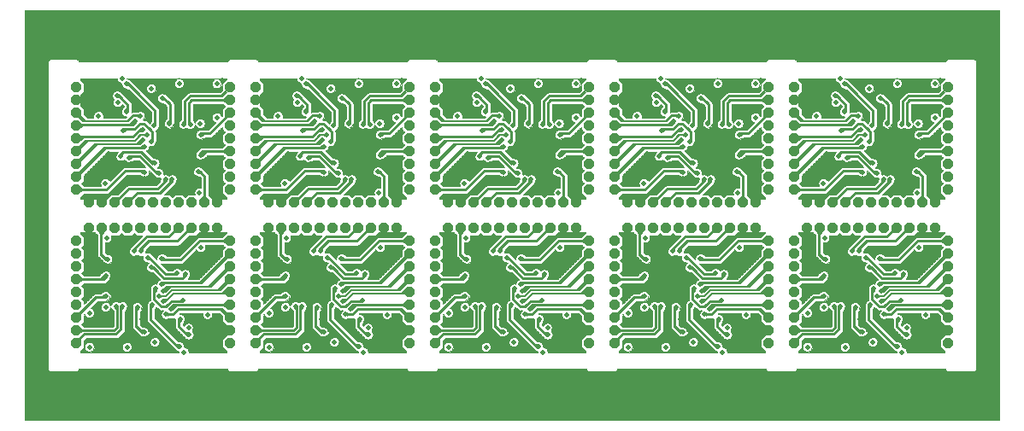
<source format=gbl>
%FSLAX25Y25*%
%MOIN*%
G70*
G01*
G75*
G04 Layer_Physical_Order=4*
G04 Layer_Color=16711680*
%ADD10C,0.00400*%
%ADD11C,0.03000*%
%ADD12R,0.03600X0.04400*%
%ADD13R,0.02000X0.02400*%
%ADD14R,0.02400X0.02000*%
%ADD15C,0.00787*%
%ADD16R,0.01969X0.00787*%
%ADD17R,0.00787X0.01969*%
%ADD18R,0.04331X0.02362*%
%ADD19R,0.03937X0.03937*%
%ADD20R,0.02756X0.01181*%
%ADD21R,0.01181X0.02756*%
%ADD22C,0.00600*%
%ADD23C,0.00800*%
%ADD24C,0.13780*%
%ADD25P,0.04330X8X202.5*%
%ADD26P,0.04330X8X292.5*%
%ADD27C,0.02000*%
G36*
X54700Y106300D02*
X55700D01*
Y105300D01*
X55000Y104600D01*
X50400Y109200D01*
X43700D01*
X43400Y108900D01*
Y108000D01*
X42400D01*
X41700Y108700D01*
X43200Y110200D01*
X50800D01*
X54700Y106300D01*
D02*
G37*
G36*
X51600Y101900D02*
X50900Y101200D01*
X50200Y101900D01*
X44500D01*
X37100Y94500D01*
X27500Y94500D01*
X27000Y94000D01*
Y96000D01*
X27500Y95500D01*
X36700Y95500D01*
X44100Y102900D01*
X51600D01*
Y101900D01*
D02*
G37*
G36*
X50900Y114500D02*
Y113500D01*
X49800Y112400D01*
X33400D01*
X27000Y106000D01*
Y105000D01*
X25000Y105000D01*
Y107000D01*
X26000D01*
X32200Y113200D01*
X48200D01*
X50200Y115200D01*
X50900Y114500D01*
D02*
G37*
G36*
X55200Y117900D02*
Y113700D01*
X54200D01*
X53500Y114400D01*
X54200Y115100D01*
Y117500D01*
X51600Y120100D01*
X50100D01*
X48100Y118100D01*
X44800D01*
X44100Y117400D01*
X43400Y118100D01*
Y119100D01*
X47700D01*
X49700Y121100D01*
X52000D01*
X55200Y117900D01*
D02*
G37*
G36*
X83000Y109000D02*
X82500Y109500D01*
X75800D01*
X74200Y107900D01*
X72800Y109300D01*
X74000Y110500D01*
X82500D01*
X83000Y111000D01*
Y109000D01*
D02*
G37*
G36*
X63100Y98300D02*
X57800Y93000D01*
X49000D01*
X47000Y91000D01*
Y90000D01*
X45000D01*
Y92000D01*
X46600D01*
X48600Y94000D01*
X57400D01*
X61400Y98000D01*
Y99000D01*
X62400D01*
X63100Y98300D01*
D02*
G37*
G36*
X60500D02*
X56900Y94700D01*
X45700D01*
X42000Y91000D01*
Y90000D01*
X40000D01*
Y92000D01*
X41600D01*
X45300Y95700D01*
X56500D01*
X58800Y98000D01*
Y99000D01*
X59800D01*
X60500Y98300D01*
D02*
G37*
G36*
X75700Y100400D02*
Y92300D01*
X76000Y92000D01*
X74000D01*
X74700Y92700D01*
Y100000D01*
X73600Y101100D01*
X72600D01*
Y102100D01*
X73300Y102800D01*
X75700Y100400D01*
D02*
G37*
G36*
X56200Y102500D02*
X57200D01*
Y101500D01*
X56500Y100800D01*
X49700Y107600D01*
X47000D01*
X46300Y106900D01*
X45600Y107600D01*
Y108600D01*
X50100D01*
X56200Y102500D01*
D02*
G37*
G36*
X51600Y111900D02*
Y110900D01*
X36900D01*
X27000Y101000D01*
Y100000D01*
X25000Y100000D01*
Y102000D01*
X26000D01*
X35800Y111800D01*
X50100D01*
X50900Y112600D01*
X51600Y111900D01*
D02*
G37*
G36*
X62200Y128400D02*
Y120900D01*
X61000D01*
X60400Y121500D01*
X61200Y122300D01*
Y128000D01*
X59500Y129700D01*
X58500D01*
Y130700D01*
X59200Y131400D01*
X62200Y128400D01*
D02*
G37*
G36*
X48700Y121000D02*
X47400Y119700D01*
X27700D01*
X27000Y119000D01*
Y121000D01*
X27300Y120700D01*
X45600D01*
X47300Y122400D01*
X48700Y121000D01*
D02*
G37*
G36*
X27000Y124000D02*
X28800Y122200D01*
X44800D01*
X46900Y124300D01*
X49100D01*
X49200Y124400D01*
X49900Y123700D01*
X49200Y123000D01*
X48900Y123300D01*
X47300D01*
X45300Y121300D01*
X27700D01*
X26000Y123000D01*
X25000D01*
Y124996D01*
X24996Y125000D01*
X27000D01*
Y124000D01*
D02*
G37*
G36*
X83000Y129000D02*
X82400Y129400D01*
X70300D01*
X69500Y128600D01*
Y121900D01*
X70200Y121200D01*
X69498Y120500D01*
X68500D01*
Y129000D01*
X69900Y130400D01*
X82400D01*
X83000Y131000D01*
Y129000D01*
D02*
G37*
G36*
X45500Y128600D02*
Y125500D01*
X44300D01*
X43700Y126100D01*
X44500Y126900D01*
Y128200D01*
X42000Y130700D01*
X41000D01*
Y131700D01*
X41700Y132400D01*
X45500Y128600D01*
D02*
G37*
G36*
X52600Y116500D02*
X51900Y115800D01*
X51600Y116100D01*
X50200D01*
X47900Y113800D01*
X29800D01*
X27000Y111000D01*
Y110000D01*
X25000D01*
Y112000D01*
X26000D01*
X28600Y114600D01*
X47600D01*
X49900Y116900D01*
X51600D01*
X51900Y117200D01*
X52600Y116500D01*
D02*
G37*
G36*
X50900Y118500D02*
Y117500D01*
X49600D01*
X47300Y115200D01*
X28200D01*
X27000Y114000D01*
X25000D01*
Y116000D01*
X47000D01*
X50200Y119200D01*
X50900Y118500D01*
D02*
G37*
G36*
X85000Y123000D02*
X84000D01*
X77500Y116500D01*
X74900D01*
X74200Y115800D01*
X73500Y116500D01*
Y117500D01*
X77100D01*
X83000Y123400D01*
Y124000D01*
X85000Y125000D01*
Y123000D01*
D02*
G37*
G36*
X84000Y133000D02*
X82000Y131000D01*
X69600D01*
X67900Y129300D01*
Y120600D01*
X66898D01*
X66199Y121299D01*
X66900Y122000D01*
Y129700D01*
X69200Y132000D01*
X81600D01*
X83000Y133400D01*
Y134000D01*
X84000Y133000D01*
D02*
G37*
G36*
X56400Y126000D02*
Y120000D01*
X55400D01*
X54700Y120700D01*
X55400Y121400D01*
Y125600D01*
X45700Y135300D01*
X44700D01*
Y136300D01*
X45400Y137000D01*
X56400Y126000D01*
D02*
G37*
G36*
X124700Y106300D02*
X125700D01*
Y105300D01*
X125000Y104600D01*
X120400Y109200D01*
X113700D01*
X113400Y108900D01*
Y108000D01*
X112400D01*
X111700Y108700D01*
X113200Y110200D01*
X120800D01*
X124700Y106300D01*
D02*
G37*
G36*
X121600Y101900D02*
X120900Y101200D01*
X120200Y101900D01*
X114500D01*
X107100Y94500D01*
X97500Y94500D01*
X97000Y94000D01*
Y96000D01*
X97500Y95500D01*
X106700Y95500D01*
X114100Y102900D01*
X121600D01*
Y101900D01*
D02*
G37*
G36*
X120900Y114500D02*
Y113500D01*
X119800Y112400D01*
X103400D01*
X97000Y106000D01*
Y105000D01*
X95000Y105000D01*
Y107000D01*
X96000D01*
X102200Y113200D01*
X118200D01*
X120200Y115200D01*
X120900Y114500D01*
D02*
G37*
G36*
X125200Y117900D02*
Y113700D01*
X124200D01*
X123500Y114400D01*
X124200Y115100D01*
Y117500D01*
X121600Y120100D01*
X120100D01*
X118100Y118100D01*
X114800D01*
X114100Y117400D01*
X113400Y118100D01*
Y119100D01*
X117700D01*
X119700Y121100D01*
X122000D01*
X125200Y117900D01*
D02*
G37*
G36*
X153000Y109000D02*
X152500Y109500D01*
X145800D01*
X144200Y107900D01*
X142800Y109300D01*
X144000Y110500D01*
X152500D01*
X153000Y111000D01*
Y109000D01*
D02*
G37*
G36*
X133100Y98300D02*
X127800Y93000D01*
X119000D01*
X117000Y91000D01*
Y90000D01*
X115000D01*
Y92000D01*
X116600D01*
X118600Y94000D01*
X127400D01*
X131400Y98000D01*
Y99000D01*
X132400D01*
X133100Y98300D01*
D02*
G37*
G36*
X130500D02*
X126900Y94700D01*
X115700D01*
X112000Y91000D01*
Y90000D01*
X110000D01*
Y92000D01*
X111600D01*
X115300Y95700D01*
X126500D01*
X128800Y98000D01*
Y99000D01*
X129800D01*
X130500Y98300D01*
D02*
G37*
G36*
X145700Y100400D02*
Y92300D01*
X146000Y92000D01*
X144000D01*
X144700Y92700D01*
Y100000D01*
X143600Y101100D01*
X142600D01*
Y102100D01*
X143300Y102800D01*
X145700Y100400D01*
D02*
G37*
G36*
X126200Y102500D02*
X127200D01*
Y101500D01*
X126500Y100800D01*
X119700Y107600D01*
X117000D01*
X116300Y106900D01*
X115600Y107600D01*
Y108600D01*
X120100D01*
X126200Y102500D01*
D02*
G37*
G36*
X121600Y111900D02*
Y110900D01*
X106900D01*
X97000Y101000D01*
Y100000D01*
X95000Y100000D01*
Y102000D01*
X96000D01*
X105800Y111800D01*
X120100D01*
X120900Y112600D01*
X121600Y111900D01*
D02*
G37*
G36*
X132200Y128400D02*
Y120900D01*
X131000D01*
X130400Y121500D01*
X131200Y122300D01*
Y128000D01*
X129500Y129700D01*
X128500D01*
Y130700D01*
X129200Y131400D01*
X132200Y128400D01*
D02*
G37*
G36*
X118700Y121000D02*
X117400Y119700D01*
X97700D01*
X97000Y119000D01*
Y121000D01*
X97300Y120700D01*
X115600D01*
X117300Y122400D01*
X118700Y121000D01*
D02*
G37*
G36*
X97000Y124000D02*
X98800Y122200D01*
X114800D01*
X116900Y124300D01*
X119100D01*
X119200Y124400D01*
X119900Y123700D01*
X119200Y123000D01*
X118900Y123300D01*
X117300D01*
X115300Y121300D01*
X97700D01*
X96000Y123000D01*
X95000D01*
Y124996D01*
X94996Y125000D01*
X97000D01*
Y124000D01*
D02*
G37*
G36*
X153000Y129000D02*
X152400Y129400D01*
X140300D01*
X139500Y128600D01*
Y121900D01*
X140200Y121200D01*
X139498Y120500D01*
X138500D01*
Y129000D01*
X139900Y130400D01*
X152400D01*
X153000Y131000D01*
Y129000D01*
D02*
G37*
G36*
X115500Y128600D02*
Y125500D01*
X114300D01*
X113700Y126100D01*
X114500Y126900D01*
Y128200D01*
X112000Y130700D01*
X111000D01*
Y131700D01*
X111700Y132400D01*
X115500Y128600D01*
D02*
G37*
G36*
X122600Y116500D02*
X121900Y115800D01*
X121600Y116100D01*
X120200D01*
X117900Y113800D01*
X99800D01*
X97000Y111000D01*
Y110000D01*
X95000D01*
Y112000D01*
X96000D01*
X98600Y114600D01*
X117600D01*
X119900Y116900D01*
X121600D01*
X121900Y117200D01*
X122600Y116500D01*
D02*
G37*
G36*
X120900Y118500D02*
Y117500D01*
X119600D01*
X117300Y115200D01*
X98200D01*
X97000Y114000D01*
X95000D01*
Y116000D01*
X117000D01*
X120200Y119200D01*
X120900Y118500D01*
D02*
G37*
G36*
X155000Y123000D02*
X154000D01*
X147500Y116500D01*
X144900D01*
X144200Y115800D01*
X143500Y116500D01*
Y117500D01*
X147100D01*
X153000Y123400D01*
Y124000D01*
X155000Y125000D01*
Y123000D01*
D02*
G37*
G36*
X154000Y133000D02*
X152000Y131000D01*
X139600D01*
X137900Y129300D01*
Y120600D01*
X136898D01*
X136199Y121299D01*
X136900Y122000D01*
Y129700D01*
X139200Y132000D01*
X151600D01*
X153000Y133400D01*
Y134000D01*
X154000Y133000D01*
D02*
G37*
G36*
X126400Y126000D02*
Y120000D01*
X125400D01*
X124700Y120700D01*
X125400Y121400D01*
Y125600D01*
X115700Y135300D01*
X114700D01*
Y136300D01*
X115400Y137000D01*
X126400Y126000D01*
D02*
G37*
G36*
X194700Y106300D02*
X195700D01*
Y105300D01*
X195000Y104600D01*
X190400Y109200D01*
X183700D01*
X183400Y108900D01*
Y108000D01*
X182400D01*
X181700Y108700D01*
X183200Y110200D01*
X190800D01*
X194700Y106300D01*
D02*
G37*
G36*
X191600Y101900D02*
X190900Y101200D01*
X190200Y101900D01*
X184500D01*
X177100Y94500D01*
X167500Y94500D01*
X167000Y94000D01*
Y96000D01*
X167500Y95500D01*
X176700Y95500D01*
X184100Y102900D01*
X191600D01*
Y101900D01*
D02*
G37*
G36*
X190900Y114500D02*
Y113500D01*
X189800Y112400D01*
X173400D01*
X167000Y106000D01*
Y105000D01*
X165000Y105000D01*
Y107000D01*
X166000D01*
X172200Y113200D01*
X188200D01*
X190200Y115200D01*
X190900Y114500D01*
D02*
G37*
G36*
X195200Y117900D02*
Y113700D01*
X194200D01*
X193500Y114400D01*
X194200Y115100D01*
Y117500D01*
X191600Y120100D01*
X190100D01*
X188100Y118100D01*
X184800D01*
X184100Y117400D01*
X183400Y118100D01*
Y119100D01*
X187700D01*
X189700Y121100D01*
X192000D01*
X195200Y117900D01*
D02*
G37*
G36*
X223000Y109000D02*
X222500Y109500D01*
X215800D01*
X214200Y107900D01*
X212800Y109300D01*
X214000Y110500D01*
X222500D01*
X223000Y111000D01*
Y109000D01*
D02*
G37*
G36*
X203100Y98300D02*
X197800Y93000D01*
X189000D01*
X187000Y91000D01*
Y90000D01*
X185000D01*
Y92000D01*
X186600D01*
X188600Y94000D01*
X197400D01*
X201400Y98000D01*
Y99000D01*
X202400D01*
X203100Y98300D01*
D02*
G37*
G36*
X200500D02*
X196900Y94700D01*
X185700D01*
X182000Y91000D01*
Y90000D01*
X180000D01*
Y92000D01*
X181600D01*
X185300Y95700D01*
X196500D01*
X198800Y98000D01*
Y99000D01*
X199800D01*
X200500Y98300D01*
D02*
G37*
G36*
X215700Y100400D02*
Y92300D01*
X216000Y92000D01*
X214000D01*
X214700Y92700D01*
Y100000D01*
X213600Y101100D01*
X212600D01*
Y102100D01*
X213300Y102800D01*
X215700Y100400D01*
D02*
G37*
G36*
X196200Y102500D02*
X197200D01*
Y101500D01*
X196500Y100800D01*
X189700Y107600D01*
X187000D01*
X186300Y106900D01*
X185600Y107600D01*
Y108600D01*
X190100D01*
X196200Y102500D01*
D02*
G37*
G36*
X191600Y111900D02*
Y110900D01*
X176900D01*
X167000Y101000D01*
Y100000D01*
X165000Y100000D01*
Y102000D01*
X166000D01*
X175800Y111800D01*
X190100D01*
X190900Y112600D01*
X191600Y111900D01*
D02*
G37*
G36*
X202200Y128400D02*
Y120900D01*
X201000D01*
X200400Y121500D01*
X201200Y122300D01*
Y128000D01*
X199500Y129700D01*
X198500D01*
Y130700D01*
X199200Y131400D01*
X202200Y128400D01*
D02*
G37*
G36*
X188700Y121000D02*
X187400Y119700D01*
X167700D01*
X167000Y119000D01*
Y121000D01*
X167300Y120700D01*
X185600D01*
X187300Y122400D01*
X188700Y121000D01*
D02*
G37*
G36*
X167000Y124000D02*
X168800Y122200D01*
X184800D01*
X186900Y124300D01*
X189100D01*
X189200Y124400D01*
X189900Y123700D01*
X189200Y123000D01*
X188900Y123300D01*
X187300D01*
X185300Y121300D01*
X167700D01*
X166000Y123000D01*
X165000D01*
Y124996D01*
X164996Y125000D01*
X167000D01*
Y124000D01*
D02*
G37*
G36*
X223000Y129000D02*
X222400Y129400D01*
X210300D01*
X209500Y128600D01*
Y121900D01*
X210200Y121200D01*
X209498Y120500D01*
X208500D01*
Y129000D01*
X209900Y130400D01*
X222400D01*
X223000Y131000D01*
Y129000D01*
D02*
G37*
G36*
X185500Y128600D02*
Y125500D01*
X184300D01*
X183700Y126100D01*
X184500Y126900D01*
Y128200D01*
X182000Y130700D01*
X181000D01*
Y131700D01*
X181700Y132400D01*
X185500Y128600D01*
D02*
G37*
G36*
X192600Y116500D02*
X191900Y115800D01*
X191600Y116100D01*
X190200D01*
X187900Y113800D01*
X169800D01*
X167000Y111000D01*
Y110000D01*
X165000D01*
Y112000D01*
X166000D01*
X168600Y114600D01*
X187600D01*
X189900Y116900D01*
X191600D01*
X191900Y117200D01*
X192600Y116500D01*
D02*
G37*
G36*
X190900Y118500D02*
Y117500D01*
X189600D01*
X187300Y115200D01*
X168200D01*
X167000Y114000D01*
X165000D01*
Y116000D01*
X187000D01*
X190200Y119200D01*
X190900Y118500D01*
D02*
G37*
G36*
X225000Y123000D02*
X224000D01*
X217500Y116500D01*
X214900D01*
X214200Y115800D01*
X213500Y116500D01*
Y117500D01*
X217100D01*
X223000Y123400D01*
Y124000D01*
X225000Y125000D01*
Y123000D01*
D02*
G37*
G36*
X224000Y133000D02*
X222000Y131000D01*
X209600D01*
X207900Y129300D01*
Y120600D01*
X206898D01*
X206199Y121299D01*
X206900Y122000D01*
Y129700D01*
X209200Y132000D01*
X221600D01*
X223000Y133400D01*
Y134000D01*
X224000Y133000D01*
D02*
G37*
G36*
X196400Y126000D02*
Y120000D01*
X195400D01*
X194700Y120700D01*
X195400Y121400D01*
Y125600D01*
X185700Y135300D01*
X184700D01*
Y136300D01*
X185400Y137000D01*
X196400Y126000D01*
D02*
G37*
G36*
X264700Y106300D02*
X265700D01*
Y105300D01*
X265000Y104600D01*
X260400Y109200D01*
X253700D01*
X253400Y108900D01*
Y108000D01*
X252400D01*
X251700Y108700D01*
X253200Y110200D01*
X260800D01*
X264700Y106300D01*
D02*
G37*
G36*
X261600Y101900D02*
X260900Y101200D01*
X260200Y101900D01*
X254500D01*
X247100Y94500D01*
X237500Y94500D01*
X237000Y94000D01*
Y96000D01*
X237500Y95500D01*
X246700Y95500D01*
X254100Y102900D01*
X261600D01*
Y101900D01*
D02*
G37*
G36*
X260900Y114500D02*
Y113500D01*
X259800Y112400D01*
X243400D01*
X237000Y106000D01*
Y105000D01*
X235000Y105000D01*
Y107000D01*
X236000D01*
X242200Y113200D01*
X258200D01*
X260200Y115200D01*
X260900Y114500D01*
D02*
G37*
G36*
X265200Y117900D02*
Y113700D01*
X264200D01*
X263500Y114400D01*
X264200Y115100D01*
Y117500D01*
X261600Y120100D01*
X260100D01*
X258100Y118100D01*
X254800D01*
X254100Y117400D01*
X253400Y118100D01*
Y119100D01*
X257700D01*
X259700Y121100D01*
X262000D01*
X265200Y117900D01*
D02*
G37*
G36*
X293000Y109000D02*
X292500Y109500D01*
X285800D01*
X284200Y107900D01*
X282800Y109300D01*
X284000Y110500D01*
X292500D01*
X293000Y111000D01*
Y109000D01*
D02*
G37*
G36*
X273100Y98300D02*
X267800Y93000D01*
X259000D01*
X257000Y91000D01*
Y90000D01*
X255000D01*
Y92000D01*
X256600D01*
X258600Y94000D01*
X267400D01*
X271400Y98000D01*
Y99000D01*
X272400D01*
X273100Y98300D01*
D02*
G37*
G36*
X270500D02*
X266900Y94700D01*
X255700D01*
X252000Y91000D01*
Y90000D01*
X250000D01*
Y92000D01*
X251600D01*
X255300Y95700D01*
X266500D01*
X268800Y98000D01*
Y99000D01*
X269800D01*
X270500Y98300D01*
D02*
G37*
G36*
X285700Y100400D02*
Y92300D01*
X286000Y92000D01*
X284000D01*
X284700Y92700D01*
Y100000D01*
X283600Y101100D01*
X282600D01*
Y102100D01*
X283300Y102800D01*
X285700Y100400D01*
D02*
G37*
G36*
X266200Y102500D02*
X267200D01*
Y101500D01*
X266500Y100800D01*
X259700Y107600D01*
X257000D01*
X256300Y106900D01*
X255600Y107600D01*
Y108600D01*
X260100D01*
X266200Y102500D01*
D02*
G37*
G36*
X261600Y111900D02*
Y110900D01*
X246900D01*
X237000Y101000D01*
Y100000D01*
X235000Y100000D01*
Y102000D01*
X236000D01*
X245800Y111800D01*
X260100D01*
X260900Y112600D01*
X261600Y111900D01*
D02*
G37*
G36*
X272200Y128400D02*
Y120900D01*
X271000D01*
X270400Y121500D01*
X271200Y122300D01*
Y128000D01*
X269500Y129700D01*
X268500D01*
Y130700D01*
X269200Y131400D01*
X272200Y128400D01*
D02*
G37*
G36*
X258700Y121000D02*
X257400Y119700D01*
X237700D01*
X237000Y119000D01*
Y121000D01*
X237300Y120700D01*
X255600D01*
X257300Y122400D01*
X258700Y121000D01*
D02*
G37*
G36*
X237000Y124000D02*
X238800Y122200D01*
X254800D01*
X256900Y124300D01*
X259100D01*
X259200Y124400D01*
X259900Y123700D01*
X259200Y123000D01*
X258900Y123300D01*
X257300D01*
X255300Y121300D01*
X237700D01*
X236000Y123000D01*
X235000D01*
Y124996D01*
X234996Y125000D01*
X237000D01*
Y124000D01*
D02*
G37*
G36*
X293000Y129000D02*
X292400Y129400D01*
X280300D01*
X279500Y128600D01*
Y121900D01*
X280200Y121200D01*
X279498Y120500D01*
X278500D01*
Y129000D01*
X279900Y130400D01*
X292400D01*
X293000Y131000D01*
Y129000D01*
D02*
G37*
G36*
X255500Y128600D02*
Y125500D01*
X254300D01*
X253700Y126100D01*
X254500Y126900D01*
Y128200D01*
X252000Y130700D01*
X251000D01*
Y131700D01*
X251700Y132400D01*
X255500Y128600D01*
D02*
G37*
G36*
X262600Y116500D02*
X261900Y115800D01*
X261600Y116100D01*
X260200D01*
X257900Y113800D01*
X239800D01*
X237000Y111000D01*
Y110000D01*
X235000D01*
Y112000D01*
X236000D01*
X238600Y114600D01*
X257600D01*
X259900Y116900D01*
X261600D01*
X261900Y117200D01*
X262600Y116500D01*
D02*
G37*
G36*
X260900Y118500D02*
Y117500D01*
X259600D01*
X257300Y115200D01*
X238200D01*
X237000Y114000D01*
X235000D01*
Y116000D01*
X257000D01*
X260200Y119200D01*
X260900Y118500D01*
D02*
G37*
G36*
X295000Y123000D02*
X294000D01*
X287500Y116500D01*
X284900D01*
X284200Y115800D01*
X283500Y116500D01*
Y117500D01*
X287100D01*
X293000Y123400D01*
Y124000D01*
X295000Y125000D01*
Y123000D01*
D02*
G37*
G36*
X294000Y133000D02*
X292000Y131000D01*
X279600D01*
X277900Y129300D01*
Y120600D01*
X276898D01*
X276199Y121299D01*
X276900Y122000D01*
Y129700D01*
X279200Y132000D01*
X291600D01*
X293000Y133400D01*
Y134000D01*
X294000Y133000D01*
D02*
G37*
G36*
X266400Y126000D02*
Y120000D01*
X265400D01*
X264700Y120700D01*
X265400Y121400D01*
Y125600D01*
X255700Y135300D01*
X254700D01*
Y136300D01*
X255400Y137000D01*
X266400Y126000D01*
D02*
G37*
G36*
X334700Y106300D02*
X335700D01*
Y105300D01*
X335000Y104600D01*
X330400Y109200D01*
X323700D01*
X323400Y108900D01*
Y108000D01*
X322400D01*
X321700Y108700D01*
X323200Y110200D01*
X330800D01*
X334700Y106300D01*
D02*
G37*
G36*
X331600Y101900D02*
X330900Y101200D01*
X330200Y101900D01*
X324500D01*
X317100Y94500D01*
X307500Y94500D01*
X307000Y94000D01*
Y96000D01*
X307500Y95500D01*
X316700Y95500D01*
X324100Y102900D01*
X331600D01*
Y101900D01*
D02*
G37*
G36*
X330900Y114500D02*
Y113500D01*
X329800Y112400D01*
X313400D01*
X307000Y106000D01*
Y105000D01*
X305000Y105000D01*
Y107000D01*
X306000D01*
X312200Y113200D01*
X328200D01*
X330200Y115200D01*
X330900Y114500D01*
D02*
G37*
G36*
X335200Y117900D02*
Y113700D01*
X334200D01*
X333500Y114400D01*
X334200Y115100D01*
Y117500D01*
X331600Y120100D01*
X330100D01*
X328100Y118100D01*
X324800D01*
X324100Y117400D01*
X323400Y118100D01*
Y119100D01*
X327700D01*
X329700Y121100D01*
X332000D01*
X335200Y117900D01*
D02*
G37*
G36*
X363000Y109000D02*
X362500Y109500D01*
X355800D01*
X354200Y107900D01*
X352800Y109300D01*
X354000Y110500D01*
X362500D01*
X363000Y111000D01*
Y109000D01*
D02*
G37*
G36*
X343100Y98300D02*
X337800Y93000D01*
X329000D01*
X327000Y91000D01*
Y90000D01*
X325000D01*
Y92000D01*
X326600D01*
X328600Y94000D01*
X337400D01*
X341400Y98000D01*
Y99000D01*
X342400D01*
X343100Y98300D01*
D02*
G37*
G36*
X340500D02*
X336900Y94700D01*
X325700D01*
X322000Y91000D01*
Y90000D01*
X320000D01*
Y92000D01*
X321600D01*
X325300Y95700D01*
X336500D01*
X338800Y98000D01*
Y99000D01*
X339800D01*
X340500Y98300D01*
D02*
G37*
G36*
X355700Y100400D02*
Y92300D01*
X356000Y92000D01*
X354000D01*
X354700Y92700D01*
Y100000D01*
X353600Y101100D01*
X352600D01*
Y102100D01*
X353300Y102800D01*
X355700Y100400D01*
D02*
G37*
G36*
X336200Y102500D02*
X337200D01*
Y101500D01*
X336500Y100800D01*
X329700Y107600D01*
X327000D01*
X326300Y106900D01*
X325600Y107600D01*
Y108600D01*
X330100D01*
X336200Y102500D01*
D02*
G37*
G36*
X331600Y111900D02*
Y110900D01*
X316900D01*
X307000Y101000D01*
Y100000D01*
X305000Y100000D01*
Y102000D01*
X306000D01*
X315800Y111800D01*
X330100D01*
X330900Y112600D01*
X331600Y111900D01*
D02*
G37*
G36*
X342200Y128400D02*
Y120900D01*
X341000D01*
X340400Y121500D01*
X341200Y122300D01*
Y128000D01*
X339500Y129700D01*
X338500D01*
Y130700D01*
X339200Y131400D01*
X342200Y128400D01*
D02*
G37*
G36*
X328700Y121000D02*
X327400Y119700D01*
X307700D01*
X307000Y119000D01*
Y121000D01*
X307300Y120700D01*
X325600D01*
X327300Y122400D01*
X328700Y121000D01*
D02*
G37*
G36*
X307000Y124000D02*
X308800Y122200D01*
X324800D01*
X326900Y124300D01*
X329100D01*
X329200Y124400D01*
X329900Y123700D01*
X329200Y123000D01*
X328900Y123300D01*
X327300D01*
X325300Y121300D01*
X307700D01*
X306000Y123000D01*
X305000D01*
Y124996D01*
X304996Y125000D01*
X307000D01*
Y124000D01*
D02*
G37*
G36*
X363000Y129000D02*
X362400Y129400D01*
X350300D01*
X349500Y128600D01*
Y121900D01*
X350200Y121200D01*
X349498Y120500D01*
X348500D01*
Y129000D01*
X349900Y130400D01*
X362400D01*
X363000Y131000D01*
Y129000D01*
D02*
G37*
G36*
X325500Y128600D02*
Y125500D01*
X324300D01*
X323700Y126100D01*
X324500Y126900D01*
Y128200D01*
X322000Y130700D01*
X321000D01*
Y131700D01*
X321700Y132400D01*
X325500Y128600D01*
D02*
G37*
G36*
X332600Y116500D02*
X331900Y115800D01*
X331600Y116100D01*
X330200D01*
X327900Y113800D01*
X309800D01*
X307000Y111000D01*
Y110000D01*
X305000D01*
Y112000D01*
X306000D01*
X308600Y114600D01*
X327600D01*
X329900Y116900D01*
X331600D01*
X331900Y117200D01*
X332600Y116500D01*
D02*
G37*
G36*
X330900Y118500D02*
Y117500D01*
X329600D01*
X327300Y115200D01*
X308200D01*
X307000Y114000D01*
X305000D01*
Y116000D01*
X327000D01*
X330200Y119200D01*
X330900Y118500D01*
D02*
G37*
G36*
X365000Y123000D02*
X364000D01*
X357500Y116500D01*
X354900D01*
X354200Y115800D01*
X353500Y116500D01*
Y117500D01*
X357100D01*
X363000Y123400D01*
Y124000D01*
X365000Y125000D01*
Y123000D01*
D02*
G37*
G36*
X364000Y133000D02*
X362000Y131000D01*
X349600D01*
X347900Y129300D01*
Y120600D01*
X346898D01*
X346199Y121299D01*
X346900Y122000D01*
Y129700D01*
X349200Y132000D01*
X361600D01*
X363000Y133400D01*
Y134000D01*
X364000Y133000D01*
D02*
G37*
G36*
X336400Y126000D02*
Y120000D01*
X335400D01*
X334700Y120700D01*
X335400Y121400D01*
Y125600D01*
X325700Y135300D01*
X324700D01*
Y136300D01*
X325400Y137000D01*
X336400Y126000D01*
D02*
G37*
G36*
X335300Y63700D02*
X334300D01*
Y64700D01*
X335000Y65400D01*
X339600Y60800D01*
X346300D01*
X346600Y61100D01*
Y62000D01*
X347600D01*
X348300Y61300D01*
X346800Y59800D01*
X339200D01*
X335300Y63700D01*
D02*
G37*
G36*
X338400Y68100D02*
X339100Y68800D01*
X339800Y68100D01*
X345500D01*
X352900Y75500D01*
X362500Y75500D01*
X363000Y76000D01*
Y74000D01*
X362500Y74500D01*
X353300Y74500D01*
X345900Y67100D01*
X338400D01*
Y68100D01*
D02*
G37*
G36*
X339100Y55500D02*
Y56500D01*
X340200Y57600D01*
X356600D01*
X363000Y64000D01*
Y65000D01*
X365000Y65000D01*
Y63000D01*
X364000D01*
X357800Y56800D01*
X341800D01*
X339800Y54800D01*
X339100Y55500D01*
D02*
G37*
G36*
X334800Y52100D02*
Y56300D01*
X335800D01*
X336500Y55600D01*
X335800Y54900D01*
Y52500D01*
X338400Y49900D01*
X339900D01*
X341900Y51900D01*
X345200D01*
X345900Y52600D01*
X346600Y51900D01*
Y50900D01*
X342300D01*
X340300Y48900D01*
X338000D01*
X334800Y52100D01*
D02*
G37*
G36*
X307000Y61000D02*
X307500Y60500D01*
X314200D01*
X315800Y62100D01*
X317200Y60700D01*
X316000Y59500D01*
X307500D01*
X307000Y59000D01*
Y61000D01*
D02*
G37*
G36*
X326900Y71700D02*
X332200Y77000D01*
X341000D01*
X343000Y79000D01*
Y80000D01*
X345000D01*
Y78000D01*
X343400D01*
X341400Y76000D01*
X332600D01*
X328600Y72000D01*
Y71000D01*
X327600D01*
X326900Y71700D01*
D02*
G37*
G36*
X329500D02*
X333100Y75300D01*
X344300D01*
X348000Y79000D01*
Y80000D01*
X350000D01*
Y78000D01*
X348400D01*
X344700Y74300D01*
X333500D01*
X331200Y72000D01*
Y71000D01*
X330200D01*
X329500Y71700D01*
D02*
G37*
G36*
X314300Y69600D02*
Y77700D01*
X314000Y78000D01*
X316000D01*
X315300Y77300D01*
Y70000D01*
X316400Y68900D01*
X317400D01*
Y67900D01*
X316700Y67200D01*
X314300Y69600D01*
D02*
G37*
G36*
X333800Y67500D02*
X332800D01*
Y68500D01*
X333500Y69200D01*
X340300Y62400D01*
X343000D01*
X343700Y63100D01*
X344400Y62400D01*
Y61400D01*
X339900D01*
X333800Y67500D01*
D02*
G37*
G36*
X338400Y58100D02*
Y59100D01*
X353100D01*
X363000Y69000D01*
Y70000D01*
X365000Y70000D01*
Y68000D01*
X364000D01*
X354200Y58200D01*
X339900D01*
X339100Y57400D01*
X338400Y58100D01*
D02*
G37*
G36*
X327800Y41600D02*
Y49100D01*
X329000D01*
X329600Y48500D01*
X328800Y47700D01*
Y42000D01*
X330500Y40300D01*
X331500D01*
Y39300D01*
X330800Y38600D01*
X327800Y41600D01*
D02*
G37*
G36*
X341300Y49000D02*
X342600Y50300D01*
X362300D01*
X363000Y51000D01*
Y49000D01*
X362700Y49300D01*
X344400D01*
X342700Y47600D01*
X341300Y49000D01*
D02*
G37*
G36*
X363000Y46000D02*
X361200Y47800D01*
X345200D01*
X343100Y45700D01*
X340900D01*
X340800Y45600D01*
X340100Y46300D01*
X340800Y47000D01*
X341100Y46700D01*
X342700D01*
X344700Y48700D01*
X362300D01*
X364000Y47000D01*
X365000D01*
Y45004D01*
X365004Y45000D01*
X363000D01*
Y46000D01*
D02*
G37*
G36*
X307000Y41000D02*
X307600Y40600D01*
X319700D01*
X320500Y41400D01*
Y48100D01*
X319800Y48800D01*
X320503Y49500D01*
X321500D01*
Y41000D01*
X320100Y39600D01*
X307600D01*
X307000Y39000D01*
Y41000D01*
D02*
G37*
G36*
X344500Y41400D02*
Y44500D01*
X345700D01*
X346300Y43900D01*
X345500Y43100D01*
Y41800D01*
X348000Y39300D01*
X349000D01*
Y38300D01*
X348300Y37600D01*
X344500Y41400D01*
D02*
G37*
G36*
X337400Y53500D02*
X338100Y54200D01*
X338400Y53900D01*
X339800D01*
X342100Y56200D01*
X360200D01*
X363000Y59000D01*
Y60000D01*
X365000D01*
Y58000D01*
X364000D01*
X361400Y55400D01*
X342400D01*
X340100Y53100D01*
X338400D01*
X338100Y52800D01*
X337400Y53500D01*
D02*
G37*
G36*
X339100Y51500D02*
Y52500D01*
X340400D01*
X342700Y54800D01*
X361800D01*
X363000Y56000D01*
X365000D01*
Y54000D01*
X343000D01*
X339800Y50800D01*
X339100Y51500D01*
D02*
G37*
G36*
X305000Y47000D02*
X306000D01*
X312500Y53500D01*
X315100D01*
X315800Y54200D01*
X316500Y53500D01*
Y52500D01*
X312900D01*
X307000Y46600D01*
Y46000D01*
X305000Y45000D01*
Y47000D01*
D02*
G37*
G36*
X306000Y37000D02*
X308000Y39000D01*
X320400D01*
X322100Y40700D01*
Y49400D01*
X323103D01*
X323801Y48701D01*
X323100Y48000D01*
Y40300D01*
X320800Y38000D01*
X308400D01*
X307000Y36600D01*
Y36000D01*
X306000Y37000D01*
D02*
G37*
G36*
X333600Y44000D02*
Y50000D01*
X334600D01*
X335300Y49300D01*
X334600Y48600D01*
Y44400D01*
X344300Y34700D01*
X345300D01*
Y33700D01*
X344600Y33000D01*
X333600Y44000D01*
D02*
G37*
G36*
X265300Y63700D02*
X264300D01*
Y64700D01*
X265000Y65400D01*
X269600Y60800D01*
X276300D01*
X276600Y61100D01*
Y62000D01*
X277600D01*
X278300Y61300D01*
X276800Y59800D01*
X269200D01*
X265300Y63700D01*
D02*
G37*
G36*
X268400Y68100D02*
X269100Y68800D01*
X269800Y68100D01*
X275500D01*
X282900Y75500D01*
X292500Y75500D01*
X293000Y76000D01*
Y74000D01*
X292500Y74500D01*
X283300Y74500D01*
X275900Y67100D01*
X268400D01*
Y68100D01*
D02*
G37*
G36*
X269100Y55500D02*
Y56500D01*
X270200Y57600D01*
X286600D01*
X293000Y64000D01*
Y65000D01*
X295000Y65000D01*
Y63000D01*
X294000D01*
X287800Y56800D01*
X271800D01*
X269800Y54800D01*
X269100Y55500D01*
D02*
G37*
G36*
X264800Y52100D02*
Y56300D01*
X265800D01*
X266500Y55600D01*
X265800Y54900D01*
Y52500D01*
X268400Y49900D01*
X269900D01*
X271900Y51900D01*
X275200D01*
X275900Y52600D01*
X276600Y51900D01*
Y50900D01*
X272300D01*
X270300Y48900D01*
X268000D01*
X264800Y52100D01*
D02*
G37*
G36*
X237000Y61000D02*
X237500Y60500D01*
X244200D01*
X245800Y62100D01*
X247200Y60700D01*
X246000Y59500D01*
X237500D01*
X237000Y59000D01*
Y61000D01*
D02*
G37*
G36*
X256900Y71700D02*
X262200Y77000D01*
X271000D01*
X273000Y79000D01*
Y80000D01*
X275000D01*
Y78000D01*
X273400D01*
X271400Y76000D01*
X262600D01*
X258600Y72000D01*
Y71000D01*
X257600D01*
X256900Y71700D01*
D02*
G37*
G36*
X259500D02*
X263100Y75300D01*
X274300D01*
X278000Y79000D01*
Y80000D01*
X280000D01*
Y78000D01*
X278400D01*
X274700Y74300D01*
X263500D01*
X261200Y72000D01*
Y71000D01*
X260200D01*
X259500Y71700D01*
D02*
G37*
G36*
X244300Y69600D02*
Y77700D01*
X244000Y78000D01*
X246000D01*
X245300Y77300D01*
Y70000D01*
X246400Y68900D01*
X247400D01*
Y67900D01*
X246700Y67200D01*
X244300Y69600D01*
D02*
G37*
G36*
X263800Y67500D02*
X262800D01*
Y68500D01*
X263500Y69200D01*
X270300Y62400D01*
X273000D01*
X273700Y63100D01*
X274400Y62400D01*
Y61400D01*
X269900D01*
X263800Y67500D01*
D02*
G37*
G36*
X268400Y58100D02*
Y59100D01*
X283100D01*
X293000Y69000D01*
Y70000D01*
X295000Y70000D01*
Y68000D01*
X294000D01*
X284200Y58200D01*
X269900D01*
X269100Y57400D01*
X268400Y58100D01*
D02*
G37*
G36*
X257800Y41600D02*
Y49100D01*
X259000D01*
X259600Y48500D01*
X258800Y47700D01*
Y42000D01*
X260500Y40300D01*
X261500D01*
Y39300D01*
X260800Y38600D01*
X257800Y41600D01*
D02*
G37*
G36*
X271300Y49000D02*
X272600Y50300D01*
X292300D01*
X293000Y51000D01*
Y49000D01*
X292700Y49300D01*
X274400D01*
X272700Y47600D01*
X271300Y49000D01*
D02*
G37*
G36*
X293000Y46000D02*
X291200Y47800D01*
X275200D01*
X273100Y45700D01*
X270900D01*
X270800Y45600D01*
X270100Y46300D01*
X270800Y47000D01*
X271100Y46700D01*
X272700D01*
X274700Y48700D01*
X292300D01*
X294000Y47000D01*
X295000D01*
Y45004D01*
X295004Y45000D01*
X293000D01*
Y46000D01*
D02*
G37*
G36*
X237000Y41000D02*
X237600Y40600D01*
X249700D01*
X250500Y41400D01*
Y48100D01*
X249800Y48800D01*
X250503Y49500D01*
X251500D01*
Y41000D01*
X250100Y39600D01*
X237600D01*
X237000Y39000D01*
Y41000D01*
D02*
G37*
G36*
X274500Y41400D02*
Y44500D01*
X275700D01*
X276300Y43900D01*
X275500Y43100D01*
Y41800D01*
X278000Y39300D01*
X279000D01*
Y38300D01*
X278300Y37600D01*
X274500Y41400D01*
D02*
G37*
G36*
X267400Y53500D02*
X268100Y54200D01*
X268400Y53900D01*
X269800D01*
X272100Y56200D01*
X290200D01*
X293000Y59000D01*
Y60000D01*
X295000D01*
Y58000D01*
X294000D01*
X291400Y55400D01*
X272400D01*
X270100Y53100D01*
X268400D01*
X268100Y52800D01*
X267400Y53500D01*
D02*
G37*
G36*
X269100Y51500D02*
Y52500D01*
X270400D01*
X272700Y54800D01*
X291800D01*
X293000Y56000D01*
X295000D01*
Y54000D01*
X273000D01*
X269800Y50800D01*
X269100Y51500D01*
D02*
G37*
G36*
X235000Y47000D02*
X236000D01*
X242500Y53500D01*
X245100D01*
X245800Y54200D01*
X246500Y53500D01*
Y52500D01*
X242900D01*
X237000Y46600D01*
Y46000D01*
X235000Y45000D01*
Y47000D01*
D02*
G37*
G36*
X236000Y37000D02*
X238000Y39000D01*
X250400D01*
X252100Y40700D01*
Y49400D01*
X253103D01*
X253801Y48701D01*
X253100Y48000D01*
Y40300D01*
X250800Y38000D01*
X238400D01*
X237000Y36600D01*
Y36000D01*
X236000Y37000D01*
D02*
G37*
G36*
X263600Y44000D02*
Y50000D01*
X264600D01*
X265300Y49300D01*
X264600Y48600D01*
Y44400D01*
X274300Y34700D01*
X275300D01*
Y33700D01*
X274600Y33000D01*
X263600Y44000D01*
D02*
G37*
G36*
X195300Y63700D02*
X194300D01*
Y64700D01*
X195000Y65400D01*
X199600Y60800D01*
X206300D01*
X206600Y61100D01*
Y62000D01*
X207600D01*
X208300Y61300D01*
X206800Y59800D01*
X199200D01*
X195300Y63700D01*
D02*
G37*
G36*
X198400Y68100D02*
X199100Y68800D01*
X199800Y68100D01*
X205500D01*
X212900Y75500D01*
X222500Y75500D01*
X223000Y76000D01*
Y74000D01*
X222500Y74500D01*
X213300Y74500D01*
X205900Y67100D01*
X198400D01*
Y68100D01*
D02*
G37*
G36*
X199100Y55500D02*
Y56500D01*
X200200Y57600D01*
X216600D01*
X223000Y64000D01*
Y65000D01*
X225000Y65000D01*
Y63000D01*
X224000D01*
X217800Y56800D01*
X201800D01*
X199800Y54800D01*
X199100Y55500D01*
D02*
G37*
G36*
X194800Y52100D02*
Y56300D01*
X195800D01*
X196500Y55600D01*
X195800Y54900D01*
Y52500D01*
X198400Y49900D01*
X199900D01*
X201900Y51900D01*
X205200D01*
X205900Y52600D01*
X206600Y51900D01*
Y50900D01*
X202300D01*
X200300Y48900D01*
X198000D01*
X194800Y52100D01*
D02*
G37*
G36*
X167000Y61000D02*
X167500Y60500D01*
X174200D01*
X175800Y62100D01*
X177200Y60700D01*
X176000Y59500D01*
X167500D01*
X167000Y59000D01*
Y61000D01*
D02*
G37*
G36*
X186900Y71700D02*
X192200Y77000D01*
X201000D01*
X203000Y79000D01*
Y80000D01*
X205000D01*
Y78000D01*
X203400D01*
X201400Y76000D01*
X192600D01*
X188600Y72000D01*
Y71000D01*
X187600D01*
X186900Y71700D01*
D02*
G37*
G36*
X189500D02*
X193100Y75300D01*
X204300D01*
X208000Y79000D01*
Y80000D01*
X210000D01*
Y78000D01*
X208400D01*
X204700Y74300D01*
X193500D01*
X191200Y72000D01*
Y71000D01*
X190200D01*
X189500Y71700D01*
D02*
G37*
G36*
X174300Y69600D02*
Y77700D01*
X174000Y78000D01*
X176000D01*
X175300Y77300D01*
Y70000D01*
X176400Y68900D01*
X177400D01*
Y67900D01*
X176700Y67200D01*
X174300Y69600D01*
D02*
G37*
G36*
X193800Y67500D02*
X192800D01*
Y68500D01*
X193500Y69200D01*
X200300Y62400D01*
X203000D01*
X203700Y63100D01*
X204400Y62400D01*
Y61400D01*
X199900D01*
X193800Y67500D01*
D02*
G37*
G36*
X198400Y58100D02*
Y59100D01*
X213100D01*
X223000Y69000D01*
Y70000D01*
X225000Y70000D01*
Y68000D01*
X224000D01*
X214200Y58200D01*
X199900D01*
X199100Y57400D01*
X198400Y58100D01*
D02*
G37*
G36*
X187800Y41600D02*
Y49100D01*
X189000D01*
X189600Y48500D01*
X188800Y47700D01*
Y42000D01*
X190500Y40300D01*
X191500D01*
Y39300D01*
X190800Y38600D01*
X187800Y41600D01*
D02*
G37*
G36*
X201300Y49000D02*
X202600Y50300D01*
X222300D01*
X223000Y51000D01*
Y49000D01*
X222700Y49300D01*
X204400D01*
X202700Y47600D01*
X201300Y49000D01*
D02*
G37*
G36*
X223000Y46000D02*
X221200Y47800D01*
X205200D01*
X203100Y45700D01*
X200900D01*
X200800Y45600D01*
X200100Y46300D01*
X200800Y47000D01*
X201100Y46700D01*
X202700D01*
X204700Y48700D01*
X222300D01*
X224000Y47000D01*
X225000D01*
Y45004D01*
X225004Y45000D01*
X223000D01*
Y46000D01*
D02*
G37*
G36*
X167000Y41000D02*
X167600Y40600D01*
X179700D01*
X180500Y41400D01*
Y48100D01*
X179800Y48800D01*
X180502Y49500D01*
X181500D01*
Y41000D01*
X180100Y39600D01*
X167600D01*
X167000Y39000D01*
Y41000D01*
D02*
G37*
G36*
X204500Y41400D02*
Y44500D01*
X205700D01*
X206300Y43900D01*
X205500Y43100D01*
Y41800D01*
X208000Y39300D01*
X209000D01*
Y38300D01*
X208300Y37600D01*
X204500Y41400D01*
D02*
G37*
G36*
X197400Y53500D02*
X198100Y54200D01*
X198400Y53900D01*
X199800D01*
X202100Y56200D01*
X220200D01*
X223000Y59000D01*
Y60000D01*
X225000D01*
Y58000D01*
X224000D01*
X221400Y55400D01*
X202400D01*
X200100Y53100D01*
X198400D01*
X198100Y52800D01*
X197400Y53500D01*
D02*
G37*
G36*
X199100Y51500D02*
Y52500D01*
X200400D01*
X202700Y54800D01*
X221800D01*
X223000Y56000D01*
X225000D01*
Y54000D01*
X203000D01*
X199800Y50800D01*
X199100Y51500D01*
D02*
G37*
G36*
X165000Y47000D02*
X166000D01*
X172500Y53500D01*
X175100D01*
X175800Y54200D01*
X176500Y53500D01*
Y52500D01*
X172900D01*
X167000Y46600D01*
Y46000D01*
X165000Y45000D01*
Y47000D01*
D02*
G37*
G36*
X166000Y37000D02*
X168000Y39000D01*
X180400D01*
X182100Y40700D01*
Y49400D01*
X183103D01*
X183801Y48701D01*
X183100Y48000D01*
Y40300D01*
X180800Y38000D01*
X168400D01*
X167000Y36600D01*
Y36000D01*
X166000Y37000D01*
D02*
G37*
G36*
X193600Y44000D02*
Y50000D01*
X194600D01*
X195300Y49300D01*
X194600Y48600D01*
Y44400D01*
X204300Y34700D01*
X205300D01*
Y33700D01*
X204600Y33000D01*
X193600Y44000D01*
D02*
G37*
G36*
X125300Y63700D02*
X124300D01*
Y64700D01*
X125000Y65400D01*
X129600Y60800D01*
X136300D01*
X136600Y61100D01*
Y62000D01*
X137600D01*
X138300Y61300D01*
X136800Y59800D01*
X129200D01*
X125300Y63700D01*
D02*
G37*
G36*
X128400Y68100D02*
X129100Y68800D01*
X129800Y68100D01*
X135500D01*
X142900Y75500D01*
X152500Y75500D01*
X153000Y76000D01*
Y74000D01*
X152500Y74500D01*
X143300Y74500D01*
X135900Y67100D01*
X128400D01*
Y68100D01*
D02*
G37*
G36*
X129100Y55500D02*
Y56500D01*
X130200Y57600D01*
X146600D01*
X153000Y64000D01*
Y65000D01*
X155000Y65000D01*
Y63000D01*
X154000D01*
X147800Y56800D01*
X131800D01*
X129800Y54800D01*
X129100Y55500D01*
D02*
G37*
G36*
X124800Y52100D02*
Y56300D01*
X125800D01*
X126500Y55600D01*
X125800Y54900D01*
Y52500D01*
X128400Y49900D01*
X129900D01*
X131900Y51900D01*
X135200D01*
X135900Y52600D01*
X136600Y51900D01*
Y50900D01*
X132300D01*
X130300Y48900D01*
X128000D01*
X124800Y52100D01*
D02*
G37*
G36*
X97000Y61000D02*
X97500Y60500D01*
X104200D01*
X105800Y62100D01*
X107200Y60700D01*
X106000Y59500D01*
X97500D01*
X97000Y59000D01*
Y61000D01*
D02*
G37*
G36*
X116900Y71700D02*
X122200Y77000D01*
X131000D01*
X133000Y79000D01*
Y80000D01*
X135000D01*
Y78000D01*
X133400D01*
X131400Y76000D01*
X122600D01*
X118600Y72000D01*
Y71000D01*
X117600D01*
X116900Y71700D01*
D02*
G37*
G36*
X119500D02*
X123100Y75300D01*
X134300D01*
X138000Y79000D01*
Y80000D01*
X140000D01*
Y78000D01*
X138400D01*
X134700Y74300D01*
X123500D01*
X121200Y72000D01*
Y71000D01*
X120200D01*
X119500Y71700D01*
D02*
G37*
G36*
X104300Y69600D02*
Y77700D01*
X104000Y78000D01*
X106000D01*
X105300Y77300D01*
Y70000D01*
X106400Y68900D01*
X107400D01*
Y67900D01*
X106700Y67200D01*
X104300Y69600D01*
D02*
G37*
G36*
X123800Y67500D02*
X122800D01*
Y68500D01*
X123500Y69200D01*
X130300Y62400D01*
X133000D01*
X133700Y63100D01*
X134400Y62400D01*
Y61400D01*
X129900D01*
X123800Y67500D01*
D02*
G37*
G36*
X128400Y58100D02*
Y59100D01*
X143100D01*
X153000Y69000D01*
Y70000D01*
X155000Y70000D01*
Y68000D01*
X154000D01*
X144200Y58200D01*
X129900D01*
X129100Y57400D01*
X128400Y58100D01*
D02*
G37*
G36*
X117800Y41600D02*
Y49100D01*
X119000D01*
X119600Y48500D01*
X118800Y47700D01*
Y42000D01*
X120500Y40300D01*
X121500D01*
Y39300D01*
X120800Y38600D01*
X117800Y41600D01*
D02*
G37*
G36*
X131300Y49000D02*
X132600Y50300D01*
X152300D01*
X153000Y51000D01*
Y49000D01*
X152700Y49300D01*
X134400D01*
X132700Y47600D01*
X131300Y49000D01*
D02*
G37*
G36*
X153000Y46000D02*
X151200Y47800D01*
X135200D01*
X133100Y45700D01*
X130900D01*
X130800Y45600D01*
X130100Y46300D01*
X130800Y47000D01*
X131100Y46700D01*
X132700D01*
X134700Y48700D01*
X152300D01*
X154000Y47000D01*
X155000D01*
Y45004D01*
X155004Y45000D01*
X153000D01*
Y46000D01*
D02*
G37*
G36*
X97000Y41000D02*
X97600Y40600D01*
X109700D01*
X110500Y41400D01*
Y48100D01*
X109800Y48800D01*
X110503Y49500D01*
X111500D01*
Y41000D01*
X110100Y39600D01*
X97600D01*
X97000Y39000D01*
Y41000D01*
D02*
G37*
G36*
X134500Y41400D02*
Y44500D01*
X135700D01*
X136300Y43900D01*
X135500Y43100D01*
Y41800D01*
X138000Y39300D01*
X139000D01*
Y38300D01*
X138300Y37600D01*
X134500Y41400D01*
D02*
G37*
G36*
X127400Y53500D02*
X128100Y54200D01*
X128400Y53900D01*
X129800D01*
X132100Y56200D01*
X150200D01*
X153000Y59000D01*
Y60000D01*
X155000D01*
Y58000D01*
X154000D01*
X151400Y55400D01*
X132400D01*
X130100Y53100D01*
X128400D01*
X128100Y52800D01*
X127400Y53500D01*
D02*
G37*
G36*
X129100Y51500D02*
Y52500D01*
X130400D01*
X132700Y54800D01*
X151800D01*
X153000Y56000D01*
X155000D01*
Y54000D01*
X133000D01*
X129800Y50800D01*
X129100Y51500D01*
D02*
G37*
G36*
X95000Y47000D02*
X96000D01*
X102500Y53500D01*
X105100D01*
X105800Y54200D01*
X106500Y53500D01*
Y52500D01*
X102900D01*
X97000Y46600D01*
Y46000D01*
X95000Y45000D01*
Y47000D01*
D02*
G37*
G36*
X96000Y37000D02*
X98000Y39000D01*
X110400D01*
X112100Y40700D01*
Y49400D01*
X113102D01*
X113801Y48701D01*
X113100Y48000D01*
Y40300D01*
X110800Y38000D01*
X98400D01*
X97000Y36600D01*
Y36000D01*
X96000Y37000D01*
D02*
G37*
G36*
X123600Y44000D02*
Y50000D01*
X124600D01*
X125300Y49300D01*
X124600Y48600D01*
Y44400D01*
X134300Y34700D01*
X135300D01*
Y33700D01*
X134600Y33000D01*
X123600Y44000D01*
D02*
G37*
G36*
X55300Y63700D02*
X54300D01*
Y64700D01*
X55000Y65400D01*
X59600Y60800D01*
X66300D01*
X66600Y61100D01*
Y62000D01*
X67600D01*
X68300Y61300D01*
X66800Y59800D01*
X59200D01*
X55300Y63700D01*
D02*
G37*
G36*
X58400Y68100D02*
X59100Y68800D01*
X59800Y68100D01*
X65500D01*
X72900Y75500D01*
X82500Y75500D01*
X83000Y76000D01*
Y74000D01*
X82500Y74500D01*
X73300Y74500D01*
X65900Y67100D01*
X58400D01*
Y68100D01*
D02*
G37*
G36*
X59100Y55500D02*
Y56500D01*
X60200Y57600D01*
X76600D01*
X83000Y64000D01*
Y65000D01*
X85000Y65000D01*
Y63000D01*
X84000D01*
X77800Y56800D01*
X61800D01*
X59800Y54800D01*
X59100Y55500D01*
D02*
G37*
G36*
X54800Y52100D02*
Y56300D01*
X55800D01*
X56500Y55600D01*
X55800Y54900D01*
Y52500D01*
X58400Y49900D01*
X59900D01*
X61900Y51900D01*
X65200D01*
X65900Y52600D01*
X66600Y51900D01*
Y50900D01*
X62300D01*
X60300Y48900D01*
X58000D01*
X54800Y52100D01*
D02*
G37*
G36*
X27000Y61000D02*
X27500Y60500D01*
X34200D01*
X35800Y62100D01*
X37200Y60700D01*
X36000Y59500D01*
X27500D01*
X27000Y59000D01*
Y61000D01*
D02*
G37*
G36*
X46900Y71700D02*
X52200Y77000D01*
X61000D01*
X63000Y79000D01*
Y80000D01*
X65000D01*
Y78000D01*
X63400D01*
X61400Y76000D01*
X52600D01*
X48600Y72000D01*
Y71000D01*
X47600D01*
X46900Y71700D01*
D02*
G37*
G36*
X49500D02*
X53100Y75300D01*
X64300D01*
X68000Y79000D01*
Y80000D01*
X70000D01*
Y78000D01*
X68400D01*
X64700Y74300D01*
X53500D01*
X51200Y72000D01*
Y71000D01*
X50200D01*
X49500Y71700D01*
D02*
G37*
G36*
X34300Y69600D02*
Y77700D01*
X34000Y78000D01*
X36000D01*
X35300Y77300D01*
Y70000D01*
X36400Y68900D01*
X37400D01*
Y67900D01*
X36700Y67200D01*
X34300Y69600D01*
D02*
G37*
G36*
X53800Y67500D02*
X52800D01*
Y68500D01*
X53500Y69200D01*
X60300Y62400D01*
X63000D01*
X63700Y63100D01*
X64400Y62400D01*
Y61400D01*
X59900D01*
X53800Y67500D01*
D02*
G37*
G36*
X58400Y58100D02*
Y59100D01*
X73100D01*
X83000Y69000D01*
Y70000D01*
X85000Y70000D01*
Y68000D01*
X84000D01*
X74200Y58200D01*
X59900D01*
X59100Y57400D01*
X58400Y58100D01*
D02*
G37*
G36*
X47800Y41600D02*
Y49100D01*
X49000D01*
X49600Y48500D01*
X48800Y47700D01*
Y42000D01*
X50500Y40300D01*
X51500D01*
Y39300D01*
X50800Y38600D01*
X47800Y41600D01*
D02*
G37*
G36*
X61300Y49000D02*
X62600Y50300D01*
X82300D01*
X83000Y51000D01*
Y49000D01*
X82700Y49300D01*
X64400D01*
X62700Y47600D01*
X61300Y49000D01*
D02*
G37*
G36*
X83000Y46000D02*
X81200Y47800D01*
X65200D01*
X63100Y45700D01*
X60900D01*
X60800Y45600D01*
X60100Y46300D01*
X60800Y47000D01*
X61100Y46700D01*
X62700D01*
X64700Y48700D01*
X82300D01*
X84000Y47000D01*
X85000D01*
Y45004D01*
X85004Y45000D01*
X83000D01*
Y46000D01*
D02*
G37*
G36*
X27000Y41000D02*
X27600Y40600D01*
X39700D01*
X40500Y41400D01*
Y48100D01*
X39800Y48800D01*
X40503Y49500D01*
X41500D01*
Y41000D01*
X40100Y39600D01*
X27600D01*
X27000Y39000D01*
Y41000D01*
D02*
G37*
G36*
X64500Y41400D02*
Y44500D01*
X65700D01*
X66300Y43900D01*
X65500Y43100D01*
Y41800D01*
X68000Y39300D01*
X69000D01*
Y38300D01*
X68300Y37600D01*
X64500Y41400D01*
D02*
G37*
G36*
X57400Y53500D02*
X58100Y54200D01*
X58400Y53900D01*
X59800D01*
X62100Y56200D01*
X80200D01*
X83000Y59000D01*
Y60000D01*
X85000D01*
Y58000D01*
X84000D01*
X81400Y55400D01*
X62400D01*
X60100Y53100D01*
X58400D01*
X58100Y52800D01*
X57400Y53500D01*
D02*
G37*
G36*
X59100Y51500D02*
Y52500D01*
X60400D01*
X62700Y54800D01*
X81800D01*
X83000Y56000D01*
X85000D01*
Y54000D01*
X63000D01*
X59800Y50800D01*
X59100Y51500D01*
D02*
G37*
G36*
X25000Y47000D02*
X26000D01*
X32500Y53500D01*
X35100D01*
X35800Y54200D01*
X36500Y53500D01*
Y52500D01*
X32900D01*
X27000Y46600D01*
Y46000D01*
X25000Y45000D01*
Y47000D01*
D02*
G37*
G36*
X26000Y37000D02*
X28000Y39000D01*
X40400D01*
X42100Y40700D01*
Y49400D01*
X43103D01*
X43801Y48701D01*
X43100Y48000D01*
Y40300D01*
X40800Y38000D01*
X28400D01*
X27000Y36600D01*
Y36000D01*
X26000Y37000D01*
D02*
G37*
G36*
X53600Y44000D02*
Y50000D01*
X54600D01*
X55300Y49300D01*
X54600Y48600D01*
Y44400D01*
X64300Y34700D01*
X65300D01*
Y33700D01*
X64600Y33000D01*
X53600Y44000D01*
D02*
G37*
D10*
X374800Y146020D02*
Y165000D01*
X374600Y146020D02*
Y165000D01*
X375000Y146020D02*
Y165000D01*
X374200Y146020D02*
Y165000D01*
X374000Y146020D02*
Y165000D01*
X374400Y146020D02*
Y165000D01*
X375800Y145603D02*
Y165000D01*
X375600Y145802D02*
Y165000D01*
X376000Y145099D02*
Y165000D01*
X375200Y145980D02*
Y165000D01*
X375400Y145935D02*
Y165000D01*
X372600Y146020D02*
Y165000D01*
X370600Y146020D02*
Y165000D01*
X372800Y146020D02*
Y165000D01*
X370000Y146020D02*
Y165000D01*
X370200Y146020D02*
Y165000D01*
X373600Y146020D02*
Y165000D01*
X373400Y146020D02*
Y165000D01*
X373800Y146020D02*
Y165000D01*
X373000Y146020D02*
Y165000D01*
X373200Y146020D02*
Y165000D01*
X372200Y146020D02*
Y165000D01*
X372000Y146020D02*
Y165000D01*
X372400Y146020D02*
Y165000D01*
X371600Y146020D02*
Y165000D01*
X371800Y146020D02*
Y165000D01*
X375960Y145301D02*
X385000D01*
X375868Y145501D02*
X385000D01*
X376000Y145101D02*
X385000D01*
X375452Y145901D02*
X385000D01*
X375735Y145701D02*
X385000D01*
X369800Y146020D02*
Y165000D01*
X369600Y146020D02*
Y165000D01*
X365000Y146020D02*
X375000D01*
X369200D02*
Y165000D01*
X369400Y146020D02*
Y165000D01*
X371200Y146020D02*
Y165000D01*
X371000Y146020D02*
Y165000D01*
X371400Y146020D02*
Y165000D01*
X370400Y146020D02*
Y165000D01*
X370800Y146020D02*
Y165000D01*
X364800Y145980D02*
Y165000D01*
X364600Y145935D02*
Y165000D01*
X365000Y146020D02*
Y165000D01*
X364200Y145603D02*
Y165000D01*
X364000Y145098D02*
Y165000D01*
X364400Y145802D02*
Y165000D01*
X363600Y145000D02*
Y165000D01*
X363400Y145000D02*
Y165000D01*
X363800Y145000D02*
Y165000D01*
X363000Y145000D02*
Y165000D01*
X363200Y145000D02*
Y165000D01*
X361600Y145000D02*
Y165000D01*
X361400Y145000D02*
Y165000D01*
X361800Y145000D02*
Y165000D01*
X361000Y145000D02*
Y165000D01*
X361200Y145000D02*
Y165000D01*
X362600Y145000D02*
Y165000D01*
X362400Y145000D02*
Y165000D01*
X362800Y145000D02*
Y165000D01*
X362000Y145000D02*
Y165000D01*
X362200Y145000D02*
Y165000D01*
X367800Y146020D02*
Y165000D01*
X367600Y146020D02*
Y165000D01*
X368000Y146020D02*
Y165000D01*
X367200Y146020D02*
Y165000D01*
X367400Y146020D02*
Y165000D01*
X368800Y146020D02*
Y165000D01*
X368600Y146020D02*
Y165000D01*
X369000Y146020D02*
Y165000D01*
X368200Y146020D02*
Y165000D01*
X368400Y146020D02*
Y165000D01*
X365800Y146020D02*
Y165000D01*
X365600Y146020D02*
Y165000D01*
X366000Y146020D02*
Y165000D01*
X365200Y146020D02*
Y165000D01*
X365400Y146020D02*
Y165000D01*
X366800Y146020D02*
Y165000D01*
X366600Y146020D02*
Y165000D01*
X367000Y146020D02*
Y165000D01*
X366200Y146020D02*
Y165000D01*
X366400Y146020D02*
Y165000D01*
X355600Y145000D02*
Y165000D01*
X355400Y145000D02*
Y165000D01*
X355800Y145000D02*
Y165000D01*
X355000Y145000D02*
Y165000D01*
X354800Y145000D02*
Y165000D01*
X355200Y145000D02*
Y165000D01*
X356600Y145000D02*
Y165000D01*
X356400Y145000D02*
Y165000D01*
X356800Y145000D02*
Y165000D01*
X356000Y145000D02*
Y165000D01*
X356200Y145000D02*
Y165000D01*
X353400Y145000D02*
Y165000D01*
X353200Y145000D02*
Y165000D01*
X353600Y145000D02*
Y165000D01*
X352800Y145000D02*
Y165000D01*
X353000Y145000D02*
Y165000D01*
X354400Y145000D02*
Y165000D01*
X354200Y145000D02*
Y165000D01*
X354600Y145000D02*
Y165000D01*
X353800Y145000D02*
Y165000D01*
X354000Y145000D02*
Y165000D01*
X359600Y145000D02*
Y165000D01*
X359400Y145000D02*
Y165000D01*
X359800Y145000D02*
Y165000D01*
X359000Y145000D02*
Y165000D01*
X359200Y145000D02*
Y165000D01*
X360600Y145000D02*
Y165000D01*
X360400Y145000D02*
Y165000D01*
X360800Y145000D02*
Y165000D01*
X360000Y145000D02*
Y165000D01*
X360200Y145000D02*
Y165000D01*
X357600Y145000D02*
Y165000D01*
X357400Y145000D02*
Y165000D01*
X357800Y145000D02*
Y165000D01*
X357000Y145000D02*
Y165000D01*
X357200Y145000D02*
Y165000D01*
X358600Y145000D02*
Y165000D01*
X358400Y145000D02*
Y165000D01*
X358800Y145000D02*
Y165000D01*
X358000Y145000D02*
Y165000D01*
X358200Y145000D02*
Y165000D01*
X347400Y145000D02*
Y165000D01*
X347200Y145000D02*
Y165000D01*
X347600Y145000D02*
Y165000D01*
X346800Y145000D02*
Y165000D01*
X347000Y145000D02*
Y165000D01*
X348400Y145000D02*
Y165000D01*
X348200Y145000D02*
Y165000D01*
X348600Y145000D02*
Y165000D01*
X347800Y145000D02*
Y165000D01*
X348000Y145000D02*
Y165000D01*
X345400Y145000D02*
Y165000D01*
X345200Y145000D02*
Y165000D01*
X345600Y145000D02*
Y165000D01*
X344800Y145000D02*
Y165000D01*
X345000Y145000D02*
Y165000D01*
X346400Y145000D02*
Y165000D01*
X346200Y145000D02*
Y165000D01*
X346600Y145000D02*
Y165000D01*
X345800Y145000D02*
Y165000D01*
X346000Y145000D02*
Y165000D01*
X351400Y145000D02*
Y165000D01*
X351200Y145000D02*
Y165000D01*
X351600Y145000D02*
Y165000D01*
X350800Y145000D02*
Y165000D01*
X351000Y145000D02*
Y165000D01*
X352400Y145000D02*
Y165000D01*
X352200Y145000D02*
Y165000D01*
X352600Y145000D02*
Y165000D01*
X351800Y145000D02*
Y165000D01*
X352000Y145000D02*
Y165000D01*
X349400Y145000D02*
Y165000D01*
X349200Y145000D02*
Y165000D01*
X349600Y145000D02*
Y165000D01*
X348800Y145000D02*
Y165000D01*
X349000Y145000D02*
Y165000D01*
X350400Y145000D02*
Y165000D01*
X350200Y145000D02*
Y165000D01*
X350600Y145000D02*
Y165000D01*
X349800Y145000D02*
Y165000D01*
X350000Y145000D02*
Y165000D01*
X327200Y145000D02*
Y165000D01*
X327000Y145000D02*
Y165000D01*
X327400Y145000D02*
Y165000D01*
X326600Y145000D02*
Y165000D01*
X326400Y145000D02*
Y165000D01*
X326800Y145000D02*
Y165000D01*
X328200Y145000D02*
Y165000D01*
X328000Y145000D02*
Y165000D01*
X328400Y145000D02*
Y165000D01*
X327600Y145000D02*
Y165000D01*
X327800Y145000D02*
Y165000D01*
X325000Y145000D02*
Y165000D01*
X323000Y145000D02*
Y165000D01*
X325200Y145000D02*
Y165000D01*
X322400Y145000D02*
Y165000D01*
X322600Y145000D02*
Y165000D01*
X326000Y145000D02*
Y165000D01*
X325800Y145000D02*
Y165000D01*
X326200Y145000D02*
Y165000D01*
X325400Y145000D02*
Y165000D01*
X325600Y145000D02*
Y165000D01*
X323600Y145000D02*
Y165000D01*
X323400Y145000D02*
Y165000D01*
X323800Y145000D02*
Y165000D01*
X322800Y145000D02*
Y165000D01*
X323200Y145000D02*
Y165000D01*
X324600Y145000D02*
Y165000D01*
X324400Y145000D02*
Y165000D01*
X324800Y145000D02*
Y165000D01*
X324000Y145000D02*
Y165000D01*
X324200Y145000D02*
Y165000D01*
X305735Y145701D02*
X364265D01*
X305452Y145901D02*
X364548D01*
X305868Y145501D02*
X364132D01*
X305960Y145301D02*
X364040D01*
X306000Y145101D02*
X364001D01*
X322000Y145000D02*
Y165000D01*
X321800Y145000D02*
Y165000D01*
X322200Y145000D02*
Y165000D01*
X321400Y145000D02*
Y165000D01*
X321600Y145000D02*
Y165000D01*
X316000Y145000D02*
Y165000D01*
X315800Y145000D02*
Y165000D01*
X316200Y145000D02*
Y165000D01*
X315400Y145000D02*
Y165000D01*
X315200Y145000D02*
Y165000D01*
X315600Y145000D02*
Y165000D01*
X317000Y145000D02*
Y165000D01*
X316800Y145000D02*
Y165000D01*
X317200Y145000D02*
Y165000D01*
X316400Y145000D02*
Y165000D01*
X316600Y145000D02*
Y165000D01*
X313800Y145000D02*
Y165000D01*
X313600Y145000D02*
Y165000D01*
X314000Y145000D02*
Y165000D01*
X313200Y145000D02*
Y165000D01*
X313400Y145000D02*
Y165000D01*
X314800Y145000D02*
Y165000D01*
X314600Y145000D02*
Y165000D01*
X315000Y145000D02*
Y165000D01*
X314200Y145000D02*
Y165000D01*
X314400Y145000D02*
Y165000D01*
X320000Y145000D02*
Y165000D01*
X319800Y145000D02*
Y165000D01*
X320200Y145000D02*
Y165000D01*
X319400Y145000D02*
Y165000D01*
X319600Y145000D02*
Y165000D01*
X321000Y145000D02*
Y165000D01*
X320800Y145000D02*
Y165000D01*
X321200Y145000D02*
Y165000D01*
X320400Y145000D02*
Y165000D01*
X320600Y145000D02*
Y165000D01*
X318000Y145000D02*
Y165000D01*
X317800Y145000D02*
Y165000D01*
X318200Y145000D02*
Y165000D01*
X317400Y145000D02*
Y165000D01*
X317600Y145000D02*
Y165000D01*
X319000Y145000D02*
Y165000D01*
X318800Y145000D02*
Y165000D01*
X319200Y145000D02*
Y165000D01*
X318400Y145000D02*
Y165000D01*
X318600Y145000D02*
Y165000D01*
X339400Y145000D02*
Y165000D01*
X339200Y145000D02*
Y165000D01*
X339600Y145000D02*
Y165000D01*
X338800Y145000D02*
Y165000D01*
X338600Y145000D02*
Y165000D01*
X339000Y145000D02*
Y165000D01*
X340400Y145000D02*
Y165000D01*
X340200Y145000D02*
Y165000D01*
X340600Y145000D02*
Y165000D01*
X339800Y145000D02*
Y165000D01*
X340000Y145000D02*
Y165000D01*
X337200Y145000D02*
Y165000D01*
X337000Y145000D02*
Y165000D01*
X337400Y145000D02*
Y165000D01*
X336600Y145000D02*
Y165000D01*
X336800Y145000D02*
Y165000D01*
X338200Y145000D02*
Y165000D01*
X338000Y145000D02*
Y165000D01*
X338400Y145000D02*
Y165000D01*
X337600Y145000D02*
Y165000D01*
X337800Y145000D02*
Y165000D01*
X343400Y145000D02*
Y165000D01*
X343200Y145000D02*
Y165000D01*
X343600Y145000D02*
Y165000D01*
X342800Y145000D02*
Y165000D01*
X343000Y145000D02*
Y165000D01*
X344400Y145000D02*
Y165000D01*
X344200Y145000D02*
Y165000D01*
X344600Y145000D02*
Y165000D01*
X343800Y145000D02*
Y165000D01*
X344000Y145000D02*
Y165000D01*
X341400Y145000D02*
Y165000D01*
X341200Y145000D02*
Y165000D01*
X341600Y145000D02*
Y165000D01*
X340800Y145000D02*
Y165000D01*
X341000Y145000D02*
Y165000D01*
X342400Y145000D02*
Y165000D01*
X342200Y145000D02*
Y165000D01*
X342600Y145000D02*
Y165000D01*
X341800Y145000D02*
Y165000D01*
X342000Y145000D02*
Y165000D01*
X331200Y145000D02*
Y165000D01*
X331000Y145000D02*
Y165000D01*
X331400Y145000D02*
Y165000D01*
X330600Y145000D02*
Y165000D01*
X330800Y145000D02*
Y165000D01*
X332200Y145000D02*
Y165000D01*
X332000Y145000D02*
Y165000D01*
X332400Y145000D02*
Y165000D01*
X331600Y145000D02*
Y165000D01*
X331800Y145000D02*
Y165000D01*
X329200Y145000D02*
Y165000D01*
X329000Y145000D02*
Y165000D01*
X329400Y145000D02*
Y165000D01*
X328600Y145000D02*
Y165000D01*
X328800Y145000D02*
Y165000D01*
X330200Y145000D02*
Y165000D01*
X330000Y145000D02*
Y165000D01*
X330400Y145000D02*
Y165000D01*
X329600Y145000D02*
Y165000D01*
X329800Y145000D02*
Y165000D01*
X335200Y145000D02*
Y165000D01*
X335000Y145000D02*
Y165000D01*
X335400Y145000D02*
Y165000D01*
X334600Y145000D02*
Y165000D01*
X334800Y145000D02*
Y165000D01*
X336200Y145000D02*
Y165000D01*
X336000Y145000D02*
Y165000D01*
X336400Y145000D02*
Y165000D01*
X335600Y145000D02*
Y165000D01*
X335800Y145000D02*
Y165000D01*
X333200Y145000D02*
Y165000D01*
X333000Y145000D02*
Y165000D01*
X333400Y145000D02*
Y165000D01*
X332600Y145000D02*
Y165000D01*
X332800Y145000D02*
Y165000D01*
X334200Y145000D02*
Y165000D01*
X334000Y145000D02*
Y165000D01*
X334400Y145000D02*
Y165000D01*
X333600Y145000D02*
Y165000D01*
X333800Y145000D02*
Y165000D01*
X376020Y101701D02*
X385000D01*
X376020Y101901D02*
X385000D01*
X376020Y101501D02*
X385000D01*
X376020Y102301D02*
X385000D01*
X376020Y102501D02*
X385000D01*
X376020Y102101D02*
X385000D01*
X376020Y100701D02*
X385000D01*
X376020Y100901D02*
X385000D01*
X376020Y100501D02*
X385000D01*
X376020Y101301D02*
X385000D01*
X376020Y101101D02*
X385000D01*
X376020Y103901D02*
X385000D01*
X376020Y104101D02*
X385000D01*
X376020Y103701D02*
X385000D01*
X376020Y104501D02*
X385000D01*
X376020Y104301D02*
X385000D01*
X376020Y102901D02*
X385000D01*
X376020Y103101D02*
X385000D01*
X376020Y102701D02*
X385000D01*
X376020Y103501D02*
X385000D01*
X376020Y103301D02*
X385000D01*
X376020Y97701D02*
X385000D01*
X376020Y97901D02*
X385000D01*
X376020Y97501D02*
X385000D01*
X376020Y98301D02*
X385000D01*
X376020Y98101D02*
X385000D01*
X376020Y96701D02*
X385000D01*
X376020Y96901D02*
X385000D01*
X376020Y96501D02*
X385000D01*
X376020Y97301D02*
X385000D01*
X376020Y97101D02*
X385000D01*
X376020Y99701D02*
X385000D01*
X376020Y99901D02*
X385000D01*
X376020Y99501D02*
X385000D01*
X376020Y100301D02*
X385000D01*
X376020Y100101D02*
X385000D01*
X376020Y98701D02*
X385000D01*
X376020Y98901D02*
X385000D01*
X376020Y98501D02*
X385000D01*
X376020Y99301D02*
X385000D01*
X376020Y99101D02*
X385000D01*
X376020Y109901D02*
X385000D01*
X376020Y110101D02*
X385000D01*
X376020Y109701D02*
X385000D01*
X376020Y110501D02*
X385000D01*
X376020Y110701D02*
X385000D01*
X376020Y110301D02*
X385000D01*
X376020Y108901D02*
X385000D01*
X376020Y109101D02*
X385000D01*
X376020Y108701D02*
X385000D01*
X376020Y109501D02*
X385000D01*
X376020Y109301D02*
X385000D01*
X376020Y112101D02*
X385000D01*
X376020Y112301D02*
X385000D01*
X376020Y111901D02*
X385000D01*
X376020Y112701D02*
X385000D01*
X376020Y112501D02*
X385000D01*
X376020Y111101D02*
X385000D01*
X376020Y111301D02*
X385000D01*
X376020Y110901D02*
X385000D01*
X376020Y111701D02*
X385000D01*
X376020Y111501D02*
X385000D01*
X376020Y105901D02*
X385000D01*
X376020Y106101D02*
X385000D01*
X376020Y105701D02*
X385000D01*
X376020Y106501D02*
X385000D01*
X376020Y106301D02*
X385000D01*
X376020Y104901D02*
X385000D01*
X376020Y105101D02*
X385000D01*
X376020Y104701D02*
X385000D01*
X376020Y105501D02*
X385000D01*
X376020Y105301D02*
X385000D01*
X376020Y107901D02*
X385000D01*
X376020Y108101D02*
X385000D01*
X376020Y107701D02*
X385000D01*
X376020Y108501D02*
X385000D01*
X376020Y108301D02*
X385000D01*
X376020Y106901D02*
X385000D01*
X376020Y107101D02*
X385000D01*
X376020Y106701D02*
X385000D01*
X376020Y107501D02*
X385000D01*
X376020Y107301D02*
X385000D01*
X376020Y85501D02*
X385000D01*
X376020Y85701D02*
X385000D01*
X376020Y85301D02*
X385000D01*
X376020Y86101D02*
X385000D01*
X376020Y86301D02*
X385000D01*
X376020Y85901D02*
X385000D01*
X376020Y84501D02*
X385000D01*
X376020Y84701D02*
X385000D01*
X376020Y84301D02*
X385000D01*
X376020Y85101D02*
X385000D01*
X376020Y84901D02*
X385000D01*
X376020Y87701D02*
X385000D01*
X376020Y87901D02*
X385000D01*
X376020Y87501D02*
X385000D01*
X376020Y88301D02*
X385000D01*
X376020Y88101D02*
X385000D01*
X376020Y86701D02*
X385000D01*
X376020Y86901D02*
X385000D01*
X376020Y86501D02*
X385000D01*
X376020Y87301D02*
X385000D01*
X376020Y87101D02*
X385000D01*
X376020Y81501D02*
X385000D01*
X376020Y81701D02*
X385000D01*
X376020Y81301D02*
X385000D01*
X376020Y82101D02*
X385000D01*
X376020Y81901D02*
X385000D01*
X376020Y80501D02*
X385000D01*
X376020Y80701D02*
X385000D01*
X376020Y80301D02*
X385000D01*
X376020Y81101D02*
X385000D01*
X376020Y80901D02*
X385000D01*
X376020Y83501D02*
X385000D01*
X376020Y83701D02*
X385000D01*
X376020Y83301D02*
X385000D01*
X376020Y84101D02*
X385000D01*
X376020Y83901D02*
X385000D01*
X376020Y82501D02*
X385000D01*
X376020Y82701D02*
X385000D01*
X376020Y82301D02*
X385000D01*
X376020Y83101D02*
X385000D01*
X376020Y82901D02*
X385000D01*
X376020Y93701D02*
X385000D01*
X376020Y93901D02*
X385000D01*
X376020Y93501D02*
X385000D01*
X376020Y94301D02*
X385000D01*
X376020Y94101D02*
X385000D01*
X376020Y92701D02*
X385000D01*
X376020Y92901D02*
X385000D01*
X376020Y92501D02*
X385000D01*
X376020Y93301D02*
X385000D01*
X376020Y93101D02*
X385000D01*
X376020Y95701D02*
X385000D01*
X376020Y95901D02*
X385000D01*
X376020Y95501D02*
X385000D01*
X376020Y96301D02*
X385000D01*
X376020Y96101D02*
X385000D01*
X376020Y94701D02*
X385000D01*
X376020Y94901D02*
X385000D01*
X376020Y94501D02*
X385000D01*
X376020Y95301D02*
X385000D01*
X376020Y95101D02*
X385000D01*
X376020Y89701D02*
X385000D01*
X376020Y89901D02*
X385000D01*
X376020Y89501D02*
X385000D01*
X376020Y90301D02*
X385000D01*
X376020Y90101D02*
X385000D01*
X376020Y88701D02*
X385000D01*
X376020Y88901D02*
X385000D01*
X376020Y88501D02*
X385000D01*
X376020Y89301D02*
X385000D01*
X376020Y89101D02*
X385000D01*
X376020Y91701D02*
X385000D01*
X376020Y91901D02*
X385000D01*
X376020Y91501D02*
X385000D01*
X376020Y92301D02*
X385000D01*
X376020Y92101D02*
X385000D01*
X376020Y90701D02*
X385000D01*
X376020Y90901D02*
X385000D01*
X376020Y90501D02*
X385000D01*
X376020Y91301D02*
X385000D01*
X376020Y91101D02*
X385000D01*
X376020Y134301D02*
X385000D01*
X376020Y134501D02*
X385000D01*
X376020Y134101D02*
X385000D01*
X376020Y134901D02*
X385000D01*
X376020Y135101D02*
X385000D01*
X376020Y134701D02*
X385000D01*
X376020Y133301D02*
X385000D01*
X376020Y133501D02*
X385000D01*
X376020Y133101D02*
X385000D01*
X376020Y133901D02*
X385000D01*
X376020Y133701D02*
X385000D01*
X376020Y136501D02*
X385000D01*
X376020Y136701D02*
X385000D01*
X376020Y136301D02*
X385000D01*
X376020Y137101D02*
X385000D01*
X376020Y136901D02*
X385000D01*
X376020Y135501D02*
X385000D01*
X376020Y135701D02*
X385000D01*
X376020Y135301D02*
X385000D01*
X376020Y136101D02*
X385000D01*
X376020Y135901D02*
X385000D01*
X376020Y130301D02*
X385000D01*
X376020Y130501D02*
X385000D01*
X376020Y130101D02*
X385000D01*
X376020Y130901D02*
X385000D01*
X376020Y130701D02*
X385000D01*
X376020Y129301D02*
X385000D01*
X376020Y129501D02*
X385000D01*
X376020Y129101D02*
X385000D01*
X376020Y129901D02*
X385000D01*
X376020Y129701D02*
X385000D01*
X376020Y132301D02*
X385000D01*
X376020Y132501D02*
X385000D01*
X376020Y132101D02*
X385000D01*
X376020Y132901D02*
X385000D01*
X376020Y132701D02*
X385000D01*
X376020Y131301D02*
X385000D01*
X376020Y131501D02*
X385000D01*
X376020Y131101D02*
X385000D01*
X376020Y131901D02*
X385000D01*
X376020Y131701D02*
X385000D01*
X376020Y142501D02*
X385000D01*
X376020Y142701D02*
X385000D01*
X376020Y142301D02*
X385000D01*
X376020Y143101D02*
X385000D01*
X376020Y142901D02*
X385000D01*
X376020Y141501D02*
X385000D01*
X376020Y141701D02*
X385000D01*
X376020Y141301D02*
X385000D01*
X376020Y142101D02*
X385000D01*
X376020Y141901D02*
X385000D01*
X376020Y144501D02*
X385000D01*
X376020Y144701D02*
X385000D01*
X376020Y144301D02*
X385000D01*
X306020Y145000D02*
X363981D01*
X376020Y144901D02*
X385000D01*
X376020Y143501D02*
X385000D01*
X376020Y143701D02*
X385000D01*
X376020Y143301D02*
X385000D01*
X376020Y144101D02*
X385000D01*
X376020Y143901D02*
X385000D01*
X376020Y138501D02*
X385000D01*
X376020Y138701D02*
X385000D01*
X376020Y138301D02*
X385000D01*
X376020Y139101D02*
X385000D01*
X376020Y138901D02*
X385000D01*
X376020Y137501D02*
X385000D01*
X376020Y137701D02*
X385000D01*
X376020Y137301D02*
X385000D01*
X376020Y138101D02*
X385000D01*
X376020Y137901D02*
X385000D01*
X376020Y140501D02*
X385000D01*
X376020Y140701D02*
X385000D01*
X376020Y140301D02*
X385000D01*
X376020Y141101D02*
X385000D01*
X376020Y140901D02*
X385000D01*
X376020Y139501D02*
X385000D01*
X376020Y139701D02*
X385000D01*
X376020Y139301D02*
X385000D01*
X376020Y140101D02*
X385000D01*
X376020Y139901D02*
X385000D01*
X376020Y118101D02*
X385000D01*
X376020Y118301D02*
X385000D01*
X376020Y117901D02*
X385000D01*
X376020Y118701D02*
X385000D01*
X376020Y118901D02*
X385000D01*
X376020Y118501D02*
X385000D01*
X376020Y117101D02*
X385000D01*
X376020Y117301D02*
X385000D01*
X376020Y116901D02*
X385000D01*
X376020Y117701D02*
X385000D01*
X376020Y117501D02*
X385000D01*
X376020Y120301D02*
X385000D01*
X376020Y120501D02*
X385000D01*
X376020Y120101D02*
X385000D01*
X376020Y120901D02*
X385000D01*
X376020Y120701D02*
X385000D01*
X376020Y119301D02*
X385000D01*
X376020Y119501D02*
X385000D01*
X376020Y119101D02*
X385000D01*
X376020Y119901D02*
X385000D01*
X376020Y119701D02*
X385000D01*
X376020Y114101D02*
X385000D01*
X376020Y114301D02*
X385000D01*
X376020Y113901D02*
X385000D01*
X376020Y114701D02*
X385000D01*
X376020Y114501D02*
X385000D01*
X376020Y113101D02*
X385000D01*
X376020Y113301D02*
X385000D01*
X376020Y112901D02*
X385000D01*
X376020Y113701D02*
X385000D01*
X376020Y113501D02*
X385000D01*
X376020Y116101D02*
X385000D01*
X376020Y116301D02*
X385000D01*
X376020Y115901D02*
X385000D01*
X376020Y116701D02*
X385000D01*
X376020Y116501D02*
X385000D01*
X376020Y115101D02*
X385000D01*
X376020Y115301D02*
X385000D01*
X376020Y114901D02*
X385000D01*
X376020Y115701D02*
X385000D01*
X376020Y115501D02*
X385000D01*
X376020Y126301D02*
X385000D01*
X376020Y126501D02*
X385000D01*
X376020Y126101D02*
X385000D01*
X376020Y126901D02*
X385000D01*
X376020Y126701D02*
X385000D01*
X376020Y125301D02*
X385000D01*
X376020Y125501D02*
X385000D01*
X376020Y125101D02*
X385000D01*
X376020Y125901D02*
X385000D01*
X376020Y125701D02*
X385000D01*
X376020Y128301D02*
X385000D01*
X376020Y128501D02*
X385000D01*
X376020Y128101D02*
X385000D01*
X376020Y128901D02*
X385000D01*
X376020Y128701D02*
X385000D01*
X376020Y127301D02*
X385000D01*
X376020Y127501D02*
X385000D01*
X376020Y127101D02*
X385000D01*
X376020Y127901D02*
X385000D01*
X376020Y127701D02*
X385000D01*
X376020Y122301D02*
X385000D01*
X376020Y122501D02*
X385000D01*
X376020Y122101D02*
X385000D01*
X376020Y122901D02*
X385000D01*
X376020Y122701D02*
X385000D01*
X376020Y121301D02*
X385000D01*
X376020Y121501D02*
X385000D01*
X376020Y121101D02*
X385000D01*
X376020Y121901D02*
X385000D01*
X376020Y121701D02*
X385000D01*
X376020Y124301D02*
X385000D01*
X376020Y124501D02*
X385000D01*
X376020Y124101D02*
X385000D01*
X376020Y124901D02*
X385000D01*
X376020Y124701D02*
X385000D01*
X376020Y123301D02*
X385000D01*
X376020Y123501D02*
X385000D01*
X376020Y123101D02*
X385000D01*
X376020Y123901D02*
X385000D01*
X376020Y123701D02*
X385000D01*
X302400Y146020D02*
Y165000D01*
X302200Y146020D02*
Y165000D01*
X302600Y146020D02*
Y165000D01*
X301800Y146020D02*
Y165000D01*
X301600Y146020D02*
Y165000D01*
X302000Y146020D02*
Y165000D01*
X303400Y146020D02*
Y165000D01*
X303200Y146020D02*
Y165000D01*
X303600Y146020D02*
Y165000D01*
X302800Y146020D02*
Y165000D01*
X303000Y146020D02*
Y165000D01*
X300200Y146020D02*
Y165000D01*
X300000Y146020D02*
Y165000D01*
X300400Y146020D02*
Y165000D01*
X299600Y146020D02*
Y165000D01*
X299800Y146020D02*
Y165000D01*
X301200Y146020D02*
Y165000D01*
X301000Y146020D02*
Y165000D01*
X301400Y146020D02*
Y165000D01*
X300600Y146020D02*
Y165000D01*
X300800Y146020D02*
Y165000D01*
X306400Y145000D02*
Y165000D01*
X306200Y145000D02*
Y165000D01*
X306600Y145000D02*
Y165000D01*
X305800Y145603D02*
Y165000D01*
X306000Y145099D02*
Y165000D01*
X307400Y145000D02*
Y165000D01*
X307200Y145000D02*
Y165000D01*
X307600Y145000D02*
Y165000D01*
X306800Y145000D02*
Y165000D01*
X307000Y145000D02*
Y165000D01*
X304400Y146020D02*
Y165000D01*
X304200Y146020D02*
Y165000D01*
X304600Y146020D02*
Y165000D01*
X303800Y146020D02*
Y165000D01*
X304000Y146020D02*
Y165000D01*
X305400Y145935D02*
Y165000D01*
X305200Y145980D02*
Y165000D01*
X305600Y145802D02*
Y165000D01*
X304800Y146020D02*
Y165000D01*
X305000Y146020D02*
Y165000D01*
X295200Y146020D02*
Y165000D01*
X295000Y146020D02*
Y165000D01*
X295400Y146020D02*
Y165000D01*
X294600Y145935D02*
Y165000D01*
X294400Y145802D02*
Y165000D01*
X294800Y145980D02*
Y165000D01*
X294000Y145098D02*
Y165000D01*
X283000Y145000D02*
Y165000D01*
X294200Y145603D02*
Y165000D01*
X282600Y145000D02*
Y165000D01*
X282800Y145000D02*
Y165000D01*
X281200Y145000D02*
Y165000D01*
X281000Y145000D02*
Y165000D01*
X281400Y145000D02*
Y165000D01*
X280600Y145000D02*
Y165000D01*
X280800Y145000D02*
Y165000D01*
X282200Y145000D02*
Y165000D01*
X282000Y145000D02*
Y165000D01*
X282400Y145000D02*
Y165000D01*
X281600Y145000D02*
Y165000D01*
X281800Y145000D02*
Y165000D01*
X298200Y146020D02*
Y165000D01*
X298000Y146020D02*
Y165000D01*
X298400Y146020D02*
Y165000D01*
X297600Y146020D02*
Y165000D01*
X297800Y146020D02*
Y165000D01*
X299200Y146020D02*
Y165000D01*
X299000Y146020D02*
Y165000D01*
X299400Y146020D02*
Y165000D01*
X298600Y146020D02*
Y165000D01*
X298800Y146020D02*
Y165000D01*
X296200Y146020D02*
Y165000D01*
X296000Y146020D02*
Y165000D01*
X296400Y146020D02*
Y165000D01*
X295600Y146020D02*
Y165000D01*
X295800Y146020D02*
Y165000D01*
X297200Y146020D02*
Y165000D01*
X297000Y146020D02*
Y165000D01*
X297400Y146020D02*
Y165000D01*
X296600Y146020D02*
Y165000D01*
X296800Y146020D02*
Y165000D01*
X307800Y145000D02*
Y165000D01*
X293800Y145000D02*
Y165000D01*
X308000Y145000D02*
Y165000D01*
X293400Y145000D02*
Y165000D01*
X293200Y145000D02*
Y165000D01*
X293600Y145000D02*
Y165000D01*
X308800Y145000D02*
Y165000D01*
X308600Y145000D02*
Y165000D01*
X309000Y145000D02*
Y165000D01*
X308200Y145000D02*
Y165000D01*
X308400Y145000D02*
Y165000D01*
X291800Y145000D02*
Y165000D01*
X291600Y145000D02*
Y165000D01*
X292000Y145000D02*
Y165000D01*
X291200Y145000D02*
Y165000D01*
X291400Y145000D02*
Y165000D01*
X292800Y145000D02*
Y165000D01*
X292600Y145000D02*
Y165000D01*
X293000Y145000D02*
Y165000D01*
X292200Y145000D02*
Y165000D01*
X292400Y145000D02*
Y165000D01*
X311800Y145000D02*
Y165000D01*
X311600Y145000D02*
Y165000D01*
X312000Y145000D02*
Y165000D01*
X311200Y145000D02*
Y165000D01*
X311400Y145000D02*
Y165000D01*
X312800Y145000D02*
Y165000D01*
X312600Y145000D02*
Y165000D01*
X313000Y145000D02*
Y165000D01*
X312200Y145000D02*
Y165000D01*
X312400Y145000D02*
Y165000D01*
X309800Y145000D02*
Y165000D01*
X309600Y145000D02*
Y165000D01*
X310000Y145000D02*
Y165000D01*
X309200Y145000D02*
Y165000D01*
X309400Y145000D02*
Y165000D01*
X310800Y145000D02*
Y165000D01*
X310600Y145000D02*
Y165000D01*
X311000Y145000D02*
Y165000D01*
X310200Y145000D02*
Y165000D01*
X310400Y145000D02*
Y165000D01*
X285800Y145000D02*
Y165000D01*
X285600Y145000D02*
Y165000D01*
X286000Y145000D02*
Y165000D01*
X285200Y145000D02*
Y165000D01*
X285400Y145000D02*
Y165000D01*
X286800Y145000D02*
Y165000D01*
X286600Y145000D02*
Y165000D01*
X287000Y145000D02*
Y165000D01*
X286200Y145000D02*
Y165000D01*
X286400Y145000D02*
Y165000D01*
X283800Y145000D02*
Y165000D01*
X283600Y145000D02*
Y165000D01*
X284000Y145000D02*
Y165000D01*
X283200Y145000D02*
Y165000D01*
X283400Y145000D02*
Y165000D01*
X284800Y145000D02*
Y165000D01*
X284600Y145000D02*
Y165000D01*
X285000Y145000D02*
Y165000D01*
X284200Y145000D02*
Y165000D01*
X284400Y145000D02*
Y165000D01*
X289800Y145000D02*
Y165000D01*
X289600Y145000D02*
Y165000D01*
X290000Y145000D02*
Y165000D01*
X289200Y145000D02*
Y165000D01*
X289400Y145000D02*
Y165000D01*
X290800Y145000D02*
Y165000D01*
X290600Y145000D02*
Y165000D01*
X291000Y145000D02*
Y165000D01*
X290200Y145000D02*
Y165000D01*
X290400Y145000D02*
Y165000D01*
X287800Y145000D02*
Y165000D01*
X287600Y145000D02*
Y165000D01*
X288000Y145000D02*
Y165000D01*
X287200Y145000D02*
Y165000D01*
X287400Y145000D02*
Y165000D01*
X288800Y145000D02*
Y165000D01*
X288600Y145000D02*
Y165000D01*
X289000Y145000D02*
Y165000D01*
X288200Y145000D02*
Y165000D01*
X288400Y145000D02*
Y165000D01*
X259000Y145000D02*
Y165000D01*
X258800Y145000D02*
Y165000D01*
X259200Y145000D02*
Y165000D01*
X258400Y145000D02*
Y165000D01*
X258200Y145000D02*
Y165000D01*
X258600Y145000D02*
Y165000D01*
X260000Y145000D02*
Y165000D01*
X259800Y145000D02*
Y165000D01*
X260200Y145000D02*
Y165000D01*
X259400Y145000D02*
Y165000D01*
X259600Y145000D02*
Y165000D01*
X256800Y145000D02*
Y165000D01*
X256600Y145000D02*
Y165000D01*
X257000Y145000D02*
Y165000D01*
X256200Y145000D02*
Y165000D01*
X256400Y145000D02*
Y165000D01*
X257800Y145000D02*
Y165000D01*
X257600Y145000D02*
Y165000D01*
X258000Y145000D02*
Y165000D01*
X257200Y145000D02*
Y165000D01*
X257400Y145000D02*
Y165000D01*
X263000Y145000D02*
Y165000D01*
X262800Y145000D02*
Y165000D01*
X263200Y145000D02*
Y165000D01*
X262400Y145000D02*
Y165000D01*
X262600Y145000D02*
Y165000D01*
X264000Y145000D02*
Y165000D01*
X263800Y145000D02*
Y165000D01*
X264200Y145000D02*
Y165000D01*
X263400Y145000D02*
Y165000D01*
X263600Y145000D02*
Y165000D01*
X261000Y145000D02*
Y165000D01*
X260800Y145000D02*
Y165000D01*
X261200Y145000D02*
Y165000D01*
X260400Y145000D02*
Y165000D01*
X260600Y145000D02*
Y165000D01*
X262000Y145000D02*
Y165000D01*
X261800Y145000D02*
Y165000D01*
X262200Y145000D02*
Y165000D01*
X261400Y145000D02*
Y165000D01*
X261600Y145000D02*
Y165000D01*
X250800Y145000D02*
Y165000D01*
X250600Y145000D02*
Y165000D01*
X251000Y145000D02*
Y165000D01*
X250200Y145000D02*
Y165000D01*
X250400Y145000D02*
Y165000D01*
X251800Y145000D02*
Y165000D01*
X251600Y145000D02*
Y165000D01*
X252000Y145000D02*
Y165000D01*
X251200Y145000D02*
Y165000D01*
X251400Y145000D02*
Y165000D01*
X248800Y145000D02*
Y165000D01*
X206200Y145000D02*
Y165000D01*
X249000Y145000D02*
Y165000D01*
X205800Y145000D02*
Y165000D01*
X206000Y145000D02*
Y165000D01*
X249800Y145000D02*
Y165000D01*
X249600Y145000D02*
Y165000D01*
X250000Y145000D02*
Y165000D01*
X249200Y145000D02*
Y165000D01*
X249400Y145000D02*
Y165000D01*
X254800Y145000D02*
Y165000D01*
X254600Y145000D02*
Y165000D01*
X255000Y145000D02*
Y165000D01*
X254200Y145000D02*
Y165000D01*
X254400Y145000D02*
Y165000D01*
X255800Y145000D02*
Y165000D01*
X255600Y145000D02*
Y165000D01*
X256000Y145000D02*
Y165000D01*
X255200Y145000D02*
Y165000D01*
X255400Y145000D02*
Y165000D01*
X252800Y145000D02*
Y165000D01*
X252600Y145000D02*
Y165000D01*
X253000Y145000D02*
Y165000D01*
X252200Y145000D02*
Y165000D01*
X252400Y145000D02*
Y165000D01*
X253800Y145000D02*
Y165000D01*
X253600Y145000D02*
Y165000D01*
X254000Y145000D02*
Y165000D01*
X253200Y145000D02*
Y165000D01*
X253400Y145000D02*
Y165000D01*
X275200Y145000D02*
Y165000D01*
X275000Y145000D02*
Y165000D01*
X275400Y145000D02*
Y165000D01*
X274600Y145000D02*
Y165000D01*
X274400Y145000D02*
Y165000D01*
X274800Y145000D02*
Y165000D01*
X276200Y145000D02*
Y165000D01*
X276000Y145000D02*
Y165000D01*
X276400Y145000D02*
Y165000D01*
X275600Y145000D02*
Y165000D01*
X275800Y145000D02*
Y165000D01*
X273000Y145000D02*
Y165000D01*
X272800Y145000D02*
Y165000D01*
X273200Y145000D02*
Y165000D01*
X272400Y145000D02*
Y165000D01*
X272600Y145000D02*
Y165000D01*
X274000Y145000D02*
Y165000D01*
X273800Y145000D02*
Y165000D01*
X274200Y145000D02*
Y165000D01*
X273400Y145000D02*
Y165000D01*
X273600Y145000D02*
Y165000D01*
X279200Y145000D02*
Y165000D01*
X279000Y145000D02*
Y165000D01*
X279400Y145000D02*
Y165000D01*
X278600Y145000D02*
Y165000D01*
X278800Y145000D02*
Y165000D01*
X280200Y145000D02*
Y165000D01*
X280000Y145000D02*
Y165000D01*
X280400Y145000D02*
Y165000D01*
X279600Y145000D02*
Y165000D01*
X279800Y145000D02*
Y165000D01*
X277200Y145000D02*
Y165000D01*
X277000Y145000D02*
Y165000D01*
X277400Y145000D02*
Y165000D01*
X276600Y145000D02*
Y165000D01*
X276800Y145000D02*
Y165000D01*
X278200Y145000D02*
Y165000D01*
X278000Y145000D02*
Y165000D01*
X278400Y145000D02*
Y165000D01*
X277600Y145000D02*
Y165000D01*
X277800Y145000D02*
Y165000D01*
X267000Y145000D02*
Y165000D01*
X266800Y145000D02*
Y165000D01*
X267200Y145000D02*
Y165000D01*
X266400Y145000D02*
Y165000D01*
X266600Y145000D02*
Y165000D01*
X268000Y145000D02*
Y165000D01*
X267800Y145000D02*
Y165000D01*
X268200Y145000D02*
Y165000D01*
X267400Y145000D02*
Y165000D01*
X267600Y145000D02*
Y165000D01*
X265000Y145000D02*
Y165000D01*
X264800Y145000D02*
Y165000D01*
X265200Y145000D02*
Y165000D01*
X264400Y145000D02*
Y165000D01*
X264600Y145000D02*
Y165000D01*
X266000Y145000D02*
Y165000D01*
X265800Y145000D02*
Y165000D01*
X266200Y145000D02*
Y165000D01*
X265400Y145000D02*
Y165000D01*
X265600Y145000D02*
Y165000D01*
X271000Y145000D02*
Y165000D01*
X270800Y145000D02*
Y165000D01*
X271200Y145000D02*
Y165000D01*
X270400Y145000D02*
Y165000D01*
X270600Y145000D02*
Y165000D01*
X272000Y145000D02*
Y165000D01*
X271800Y145000D02*
Y165000D01*
X272200Y145000D02*
Y165000D01*
X271400Y145000D02*
Y165000D01*
X271600Y145000D02*
Y165000D01*
X269000Y145000D02*
Y165000D01*
X268800Y145000D02*
Y165000D01*
X269200Y145000D02*
Y165000D01*
X268400Y145000D02*
Y165000D01*
X268600Y145000D02*
Y165000D01*
X270000Y145000D02*
Y165000D01*
X269800Y145000D02*
Y165000D01*
X270200Y145000D02*
Y165000D01*
X269400Y145000D02*
Y165000D01*
X269600Y145000D02*
Y165000D01*
X241800Y145000D02*
Y165000D01*
X240800Y145000D02*
Y165000D01*
X242000Y145000D02*
Y165000D01*
X240400Y145000D02*
Y165000D01*
X240200Y145000D02*
Y165000D01*
X240600Y145000D02*
Y165000D01*
X242800Y145000D02*
Y165000D01*
X242600Y145000D02*
Y165000D01*
X243000Y145000D02*
Y165000D01*
X242200Y145000D02*
Y165000D01*
X242400Y145000D02*
Y165000D01*
X235400Y145935D02*
Y165000D01*
X233600Y146020D02*
Y165000D01*
X235600Y145802D02*
Y165000D01*
X233000Y146020D02*
Y165000D01*
X233200Y146020D02*
Y165000D01*
X239800Y145000D02*
Y165000D01*
X239600Y145000D02*
Y165000D01*
X240000Y145000D02*
Y165000D01*
X235800Y145603D02*
Y165000D01*
X236000Y145099D02*
Y165000D01*
X235200Y145980D02*
Y165000D01*
X235000Y146020D02*
Y165000D01*
X295000Y146020D02*
X305000D01*
X234600D02*
Y165000D01*
X234800Y146020D02*
Y165000D01*
X235735Y145701D02*
X294266D01*
X235452Y145901D02*
X294548D01*
X235868Y145501D02*
X294132D01*
X235960Y145301D02*
X294040D01*
X236000Y145101D02*
X294001D01*
X232800Y146020D02*
Y165000D01*
X232600Y146020D02*
Y165000D01*
X225000Y146020D02*
X235000D01*
X232200D02*
Y165000D01*
X232400Y146020D02*
Y165000D01*
X234200Y146020D02*
Y165000D01*
X234000Y146020D02*
Y165000D01*
X234400Y146020D02*
Y165000D01*
X233400Y146020D02*
Y165000D01*
X233800Y146020D02*
Y165000D01*
X226800Y146020D02*
Y165000D01*
X226600Y146020D02*
Y165000D01*
X227000Y146020D02*
Y165000D01*
X226200Y146020D02*
Y165000D01*
X226000Y146020D02*
Y165000D01*
X226400Y146020D02*
Y165000D01*
X227800Y146020D02*
Y165000D01*
X227600Y146020D02*
Y165000D01*
X228000Y146020D02*
Y165000D01*
X227200Y146020D02*
Y165000D01*
X227400Y146020D02*
Y165000D01*
X225600Y146020D02*
Y165000D01*
X225400Y146020D02*
Y165000D01*
X225800Y146020D02*
Y165000D01*
X225000Y146020D02*
Y165000D01*
X225200Y146020D02*
Y165000D01*
X224600Y145935D02*
Y165000D01*
X224400Y145802D02*
Y165000D01*
X224800Y145980D02*
Y165000D01*
X224000Y145098D02*
Y165000D01*
X224200Y145603D02*
Y165000D01*
X230800Y146020D02*
Y165000D01*
X230600Y146020D02*
Y165000D01*
X231000Y146020D02*
Y165000D01*
X230200Y146020D02*
Y165000D01*
X230400Y146020D02*
Y165000D01*
X231800Y146020D02*
Y165000D01*
X231600Y146020D02*
Y165000D01*
X232000Y146020D02*
Y165000D01*
X231200Y146020D02*
Y165000D01*
X231400Y146020D02*
Y165000D01*
X228800Y146020D02*
Y165000D01*
X228600Y146020D02*
Y165000D01*
X229000Y146020D02*
Y165000D01*
X228200Y146020D02*
Y165000D01*
X228400Y146020D02*
Y165000D01*
X229800Y146020D02*
Y165000D01*
X229600Y146020D02*
Y165000D01*
X230000Y146020D02*
Y165000D01*
X229200Y146020D02*
Y165000D01*
X229400Y146020D02*
Y165000D01*
X243600Y145000D02*
Y165000D01*
X243400Y145000D02*
Y165000D01*
X243800Y145000D02*
Y165000D01*
X241600Y145000D02*
Y165000D01*
X241400Y145000D02*
Y165000D01*
X243200Y145000D02*
Y165000D01*
X244600Y145000D02*
Y165000D01*
X244400Y145000D02*
Y165000D01*
X244800Y145000D02*
Y165000D01*
X244000Y145000D02*
Y165000D01*
X244200Y145000D02*
Y165000D01*
X238600Y145000D02*
Y165000D01*
X238400Y145000D02*
Y165000D01*
X238800Y145000D02*
Y165000D01*
X238000Y145000D02*
Y165000D01*
X238200Y145000D02*
Y165000D01*
X241000Y145000D02*
Y165000D01*
X239400Y145000D02*
Y165000D01*
X241200Y145000D02*
Y165000D01*
X239000Y145000D02*
Y165000D01*
X239200Y145000D02*
Y165000D01*
X247400Y145000D02*
Y165000D01*
X247200Y145000D02*
Y165000D01*
X247600Y145000D02*
Y165000D01*
X246800Y145000D02*
Y165000D01*
X247000Y145000D02*
Y165000D01*
X248400Y145000D02*
Y165000D01*
X248200Y145000D02*
Y165000D01*
X248600Y145000D02*
Y165000D01*
X247800Y145000D02*
Y165000D01*
X248000Y145000D02*
Y165000D01*
X245600Y145000D02*
Y165000D01*
X245400Y145000D02*
Y165000D01*
X236020Y145000D02*
X293981D01*
X245000D02*
Y165000D01*
X245200Y145000D02*
Y165000D01*
X246400Y145000D02*
Y165000D01*
X246200Y145000D02*
Y165000D01*
X246600Y145000D02*
Y165000D01*
X245800Y145000D02*
Y165000D01*
X246000Y145000D02*
Y165000D01*
X220400Y145000D02*
Y165000D01*
X220200Y145000D02*
Y165000D01*
X220600Y145000D02*
Y165000D01*
X219800Y145000D02*
Y165000D01*
X220000Y145000D02*
Y165000D01*
X221400Y145000D02*
Y165000D01*
X221200Y145000D02*
Y165000D01*
X221600Y145000D02*
Y165000D01*
X220800Y145000D02*
Y165000D01*
X221000Y145000D02*
Y165000D01*
X218400Y145000D02*
Y165000D01*
X218200Y145000D02*
Y165000D01*
X218600Y145000D02*
Y165000D01*
X217800Y145000D02*
Y165000D01*
X218000Y145000D02*
Y165000D01*
X219400Y145000D02*
Y165000D01*
X219200Y145000D02*
Y165000D01*
X219600Y145000D02*
Y165000D01*
X218800Y145000D02*
Y165000D01*
X219000Y145000D02*
Y165000D01*
X236600Y145000D02*
Y165000D01*
X236400Y145000D02*
Y165000D01*
X236800Y145000D02*
Y165000D01*
X223800Y145000D02*
Y165000D01*
X236200Y145000D02*
Y165000D01*
X237600Y145000D02*
Y165000D01*
X237400Y145000D02*
Y165000D01*
X237800Y145000D02*
Y165000D01*
X237000Y145000D02*
Y165000D01*
X237200Y145000D02*
Y165000D01*
X222400Y145000D02*
Y165000D01*
X222200Y145000D02*
Y165000D01*
X222600Y145000D02*
Y165000D01*
X221800Y145000D02*
Y165000D01*
X222000Y145000D02*
Y165000D01*
X223400Y145000D02*
Y165000D01*
X223200Y145000D02*
Y165000D01*
X223600Y145000D02*
Y165000D01*
X222800Y145000D02*
Y165000D01*
X223000Y145000D02*
Y165000D01*
X195600Y145000D02*
Y165000D01*
X195400Y145000D02*
Y165000D01*
X195800Y145000D02*
Y165000D01*
X195000Y145000D02*
Y165000D01*
X194800Y145000D02*
Y165000D01*
X195200Y145000D02*
Y165000D01*
X196600Y145000D02*
Y165000D01*
X196400Y145000D02*
Y165000D01*
X196800Y145000D02*
Y165000D01*
X196000Y145000D02*
Y165000D01*
X196200Y145000D02*
Y165000D01*
X193400Y145000D02*
Y165000D01*
X193200Y145000D02*
Y165000D01*
X193600Y145000D02*
Y165000D01*
X192800Y145000D02*
Y165000D01*
X193000Y145000D02*
Y165000D01*
X194400Y145000D02*
Y165000D01*
X194200Y145000D02*
Y165000D01*
X194600Y145000D02*
Y165000D01*
X193800Y145000D02*
Y165000D01*
X194000Y145000D02*
Y165000D01*
X199600Y145000D02*
Y165000D01*
X199400Y145000D02*
Y165000D01*
X199800Y145000D02*
Y165000D01*
X199000Y145000D02*
Y165000D01*
X199200Y145000D02*
Y165000D01*
X200600Y145000D02*
Y165000D01*
X200400Y145000D02*
Y165000D01*
X200800Y145000D02*
Y165000D01*
X200000Y145000D02*
Y165000D01*
X200200Y145000D02*
Y165000D01*
X197600Y145000D02*
Y165000D01*
X197400Y145000D02*
Y165000D01*
X197800Y145000D02*
Y165000D01*
X197000Y145000D02*
Y165000D01*
X197200Y145000D02*
Y165000D01*
X198600Y145000D02*
Y165000D01*
X198400Y145000D02*
Y165000D01*
X198800Y145000D02*
Y165000D01*
X198000Y145000D02*
Y165000D01*
X198200Y145000D02*
Y165000D01*
X187400Y145000D02*
Y165000D01*
X187200Y145000D02*
Y165000D01*
X187600Y145000D02*
Y165000D01*
X186800Y145000D02*
Y165000D01*
X187000Y145000D02*
Y165000D01*
X188400Y145000D02*
Y165000D01*
X188200Y145000D02*
Y165000D01*
X188600Y145000D02*
Y165000D01*
X187800Y145000D02*
Y165000D01*
X188000Y145000D02*
Y165000D01*
X185400Y145000D02*
Y165000D01*
X185200Y145000D02*
Y165000D01*
X185600Y145000D02*
Y165000D01*
X184800Y145000D02*
Y165000D01*
X185000Y145000D02*
Y165000D01*
X186400Y145000D02*
Y165000D01*
X186200Y145000D02*
Y165000D01*
X186600Y145000D02*
Y165000D01*
X185800Y145000D02*
Y165000D01*
X186000Y145000D02*
Y165000D01*
X191400Y145000D02*
Y165000D01*
X191200Y145000D02*
Y165000D01*
X191600Y145000D02*
Y165000D01*
X190800Y145000D02*
Y165000D01*
X191000Y145000D02*
Y165000D01*
X192400Y145000D02*
Y165000D01*
X192200Y145000D02*
Y165000D01*
X192600Y145000D02*
Y165000D01*
X191800Y145000D02*
Y165000D01*
X192000Y145000D02*
Y165000D01*
X189400Y145000D02*
Y165000D01*
X189200Y145000D02*
Y165000D01*
X189600Y145000D02*
Y165000D01*
X188800Y145000D02*
Y165000D01*
X189000Y145000D02*
Y165000D01*
X190400Y145000D02*
Y165000D01*
X190200Y145000D02*
Y165000D01*
X190600Y145000D02*
Y165000D01*
X189800Y145000D02*
Y165000D01*
X190000Y145000D02*
Y165000D01*
X212400Y145000D02*
Y165000D01*
X212200Y145000D02*
Y165000D01*
X212600Y145000D02*
Y165000D01*
X211800Y145000D02*
Y165000D01*
X211600Y145000D02*
Y165000D01*
X212000Y145000D02*
Y165000D01*
X213400Y145000D02*
Y165000D01*
X213200Y145000D02*
Y165000D01*
X213600Y145000D02*
Y165000D01*
X212800Y145000D02*
Y165000D01*
X213000Y145000D02*
Y165000D01*
X210200Y145000D02*
Y165000D01*
X210000Y145000D02*
Y165000D01*
X210400Y145000D02*
Y165000D01*
X209600Y145000D02*
Y165000D01*
X209800Y145000D02*
Y165000D01*
X211200Y145000D02*
Y165000D01*
X211000Y145000D02*
Y165000D01*
X211400Y145000D02*
Y165000D01*
X210600Y145000D02*
Y165000D01*
X210800Y145000D02*
Y165000D01*
X216400Y145000D02*
Y165000D01*
X216200Y145000D02*
Y165000D01*
X216600Y145000D02*
Y165000D01*
X215800Y145000D02*
Y165000D01*
X216000Y145000D02*
Y165000D01*
X217400Y145000D02*
Y165000D01*
X217200Y145000D02*
Y165000D01*
X217600Y145000D02*
Y165000D01*
X216800Y145000D02*
Y165000D01*
X217000Y145000D02*
Y165000D01*
X214400Y145000D02*
Y165000D01*
X214200Y145000D02*
Y165000D01*
X214600Y145000D02*
Y165000D01*
X213800Y145000D02*
Y165000D01*
X214000Y145000D02*
Y165000D01*
X215400Y145000D02*
Y165000D01*
X215200Y145000D02*
Y165000D01*
X215600Y145000D02*
Y165000D01*
X214800Y145000D02*
Y165000D01*
X215000Y145000D02*
Y165000D01*
X203600Y145000D02*
Y165000D01*
X203400Y145000D02*
Y165000D01*
X203800Y145000D02*
Y165000D01*
X203000Y145000D02*
Y165000D01*
X203200Y145000D02*
Y165000D01*
X204600Y145000D02*
Y165000D01*
X204400Y145000D02*
Y165000D01*
X204800Y145000D02*
Y165000D01*
X204000Y145000D02*
Y165000D01*
X204200Y145000D02*
Y165000D01*
X201600Y145000D02*
Y165000D01*
X201400Y145000D02*
Y165000D01*
X201800Y145000D02*
Y165000D01*
X201000Y145000D02*
Y165000D01*
X201200Y145000D02*
Y165000D01*
X202600Y145000D02*
Y165000D01*
X202400Y145000D02*
Y165000D01*
X202800Y145000D02*
Y165000D01*
X202000Y145000D02*
Y165000D01*
X202200Y145000D02*
Y165000D01*
X208200Y145000D02*
Y165000D01*
X208000Y145000D02*
Y165000D01*
X208400Y145000D02*
Y165000D01*
X207600Y145000D02*
Y165000D01*
X207800Y145000D02*
Y165000D01*
X209200Y145000D02*
Y165000D01*
X209000Y145000D02*
Y165000D01*
X209400Y145000D02*
Y165000D01*
X208600Y145000D02*
Y165000D01*
X208800Y145000D02*
Y165000D01*
X205600Y145000D02*
Y165000D01*
X205400Y145000D02*
Y165000D01*
X206400Y145000D02*
Y165000D01*
X205000Y145000D02*
Y165000D01*
X205200Y145000D02*
Y165000D01*
X207200Y145000D02*
Y165000D01*
X207000Y145000D02*
Y165000D01*
X207400Y145000D02*
Y165000D01*
X206600Y145000D02*
Y165000D01*
X206800Y145000D02*
Y165000D01*
X376020Y69101D02*
X385000D01*
X376020Y69301D02*
X385000D01*
X376020Y68901D02*
X385000D01*
X376020Y69701D02*
X385000D01*
X376020Y69901D02*
X385000D01*
X376020Y69501D02*
X385000D01*
X376020Y68101D02*
X385000D01*
X376020Y68301D02*
X385000D01*
X376020Y67901D02*
X385000D01*
X376020Y68701D02*
X385000D01*
X376020Y68501D02*
X385000D01*
X376020Y71301D02*
X385000D01*
X376020Y71501D02*
X385000D01*
X376020Y71101D02*
X385000D01*
X376020Y71901D02*
X385000D01*
X376020Y71701D02*
X385000D01*
X376020Y70301D02*
X385000D01*
X376020Y70501D02*
X385000D01*
X376020Y70101D02*
X385000D01*
X376020Y70901D02*
X385000D01*
X376020Y70701D02*
X385000D01*
X376020Y65101D02*
X385000D01*
X376020Y65301D02*
X385000D01*
X376020Y64901D02*
X385000D01*
X376020Y65701D02*
X385000D01*
X376020Y65501D02*
X385000D01*
X376020Y64101D02*
X385000D01*
X376020Y64301D02*
X385000D01*
X376020Y63901D02*
X385000D01*
X376020Y64701D02*
X385000D01*
X376020Y64501D02*
X385000D01*
X376020Y67101D02*
X385000D01*
X376020Y67301D02*
X385000D01*
X376020Y66901D02*
X385000D01*
X376020Y67701D02*
X385000D01*
X376020Y67501D02*
X385000D01*
X376020Y66101D02*
X385000D01*
X376020Y66301D02*
X385000D01*
X376020Y65901D02*
X385000D01*
X376020Y66701D02*
X385000D01*
X376020Y66501D02*
X385000D01*
X376020Y77301D02*
X385000D01*
X376020Y77501D02*
X385000D01*
X376020Y77101D02*
X385000D01*
X376020Y77901D02*
X385000D01*
X376020Y78101D02*
X385000D01*
X376020Y77701D02*
X385000D01*
X376020Y76301D02*
X385000D01*
X376020Y76501D02*
X385000D01*
X376020Y76101D02*
X385000D01*
X376020Y76901D02*
X385000D01*
X376020Y76701D02*
X385000D01*
X376020Y79501D02*
X385000D01*
X376020Y79701D02*
X385000D01*
X376020Y79301D02*
X385000D01*
X376020Y80101D02*
X385000D01*
X376020Y79901D02*
X385000D01*
X376020Y78501D02*
X385000D01*
X376020Y78701D02*
X385000D01*
X376020Y78301D02*
X385000D01*
X376020Y79101D02*
X385000D01*
X376020Y78901D02*
X385000D01*
X376020Y73301D02*
X385000D01*
X376020Y73501D02*
X385000D01*
X376020Y73101D02*
X385000D01*
X376020Y73901D02*
X385000D01*
X376020Y73701D02*
X385000D01*
X376020Y72301D02*
X385000D01*
X376020Y72501D02*
X385000D01*
X376020Y72101D02*
X385000D01*
X376020Y72901D02*
X385000D01*
X376020Y72701D02*
X385000D01*
X376020Y75301D02*
X385000D01*
X376020Y75501D02*
X385000D01*
X376020Y75101D02*
X385000D01*
X376020Y75901D02*
X385000D01*
X376020Y75701D02*
X385000D01*
X376020Y74301D02*
X385000D01*
X376020Y74501D02*
X385000D01*
X376020Y74101D02*
X385000D01*
X376020Y74901D02*
X385000D01*
X376020Y74701D02*
X385000D01*
X376020Y63501D02*
X385000D01*
X376020Y63701D02*
X385000D01*
X376020Y63301D02*
X385000D01*
X385000Y5000D02*
Y165000D01*
X384800Y5000D02*
Y165000D01*
X376020Y63101D02*
X385000D01*
X384600Y5000D02*
Y165000D01*
X384400Y5000D02*
Y165000D01*
X385000Y5000D02*
Y165000D01*
X384000Y5000D02*
Y165000D01*
X384200Y5000D02*
Y165000D01*
X376020Y62301D02*
X385000D01*
X376020Y62501D02*
X385000D01*
X376020Y62101D02*
X385000D01*
X376020Y62901D02*
X385000D01*
X376020Y62701D02*
X385000D01*
X376020Y61301D02*
X385000D01*
X376020Y61501D02*
X385000D01*
X376020Y61101D02*
X385000D01*
X376020Y61901D02*
X385000D01*
X376020Y61701D02*
X385000D01*
X376020Y58301D02*
X385000D01*
X376020Y58501D02*
X385000D01*
X376020Y58101D02*
X385000D01*
X376020Y58901D02*
X385000D01*
X376020Y58701D02*
X385000D01*
X376020Y57301D02*
X385000D01*
X376020Y57501D02*
X385000D01*
X376020Y35701D02*
X385000D01*
X376020Y57901D02*
X385000D01*
X376020Y57701D02*
X385000D01*
X376020Y60301D02*
X385000D01*
X376020Y60501D02*
X385000D01*
X376020Y60101D02*
X385000D01*
X376020Y60901D02*
X385000D01*
X376020Y60701D02*
X385000D01*
X376020Y59301D02*
X385000D01*
X376020Y59501D02*
X385000D01*
X376020Y59101D02*
X385000D01*
X376020Y59901D02*
X385000D01*
X376020Y59701D02*
X385000D01*
X382600Y5000D02*
Y165000D01*
X382400Y5000D02*
Y165000D01*
X382800Y5000D02*
Y165000D01*
X382000Y5000D02*
Y165000D01*
X382200Y5000D02*
Y165000D01*
X383600Y5000D02*
Y165000D01*
X383400Y5000D02*
Y165000D01*
X383800Y5000D02*
Y165000D01*
X383000Y5000D02*
Y165000D01*
X383200Y5000D02*
Y165000D01*
X380600Y5000D02*
Y165000D01*
X380400Y5000D02*
Y165000D01*
X380800Y5000D02*
Y165000D01*
X380000Y5000D02*
Y165000D01*
X380200Y5000D02*
Y165000D01*
X381600Y5000D02*
Y165000D01*
X381400Y5000D02*
Y165000D01*
X381800Y5000D02*
Y165000D01*
X381000Y5000D02*
Y165000D01*
X381200Y5000D02*
Y165000D01*
X378600Y5000D02*
Y165000D01*
X378400Y5000D02*
Y165000D01*
X378800Y5000D02*
Y165000D01*
X378000Y5000D02*
Y165000D01*
X378200Y5000D02*
Y165000D01*
X379600Y5000D02*
Y165000D01*
X379400Y5000D02*
Y165000D01*
X379800Y5000D02*
Y165000D01*
X379000Y5000D02*
Y165000D01*
X379200Y5000D02*
Y165000D01*
X376600Y5000D02*
Y165000D01*
X376400Y5000D02*
Y165000D01*
X376800Y5000D02*
Y165000D01*
X376200Y5000D02*
Y165000D01*
X376020Y25000D02*
Y145000D01*
X377600Y5000D02*
Y165000D01*
X377400Y5000D02*
Y165000D01*
X377800Y5000D02*
Y165000D01*
X377000Y5000D02*
Y165000D01*
X377200Y5000D02*
Y165000D01*
X376020Y46301D02*
X385000D01*
X376020Y46501D02*
X385000D01*
X376020Y46101D02*
X385000D01*
X376020Y46901D02*
X385000D01*
X376020Y47101D02*
X385000D01*
X376020Y46701D02*
X385000D01*
X376020Y45301D02*
X385000D01*
X376020Y45501D02*
X385000D01*
X376020Y45101D02*
X385000D01*
X376020Y45901D02*
X385000D01*
X376020Y45701D02*
X385000D01*
X376020Y48501D02*
X385000D01*
X376020Y48701D02*
X385000D01*
X376020Y48301D02*
X385000D01*
X376020Y49101D02*
X385000D01*
X376020Y48901D02*
X385000D01*
X376020Y47501D02*
X385000D01*
X376020Y47701D02*
X385000D01*
X376020Y47301D02*
X385000D01*
X376020Y48101D02*
X385000D01*
X376020Y47901D02*
X385000D01*
X376020Y42301D02*
X385000D01*
X376020Y42501D02*
X385000D01*
X376020Y42101D02*
X385000D01*
X376020Y42901D02*
X385000D01*
X376020Y42701D02*
X385000D01*
X376020Y41301D02*
X385000D01*
X376020Y41501D02*
X385000D01*
X376020Y41101D02*
X385000D01*
X376020Y41901D02*
X385000D01*
X376020Y41701D02*
X385000D01*
X376020Y44301D02*
X385000D01*
X376020Y44501D02*
X385000D01*
X376020Y44101D02*
X385000D01*
X376020Y44901D02*
X385000D01*
X376020Y44701D02*
X385000D01*
X376020Y43301D02*
X385000D01*
X376020Y43501D02*
X385000D01*
X376020Y43101D02*
X385000D01*
X376020Y43901D02*
X385000D01*
X376020Y43701D02*
X385000D01*
X376020Y54501D02*
X385000D01*
X376020Y54701D02*
X385000D01*
X376020Y54301D02*
X385000D01*
X376020Y55101D02*
X385000D01*
X376020Y54901D02*
X385000D01*
X376020Y53501D02*
X385000D01*
X376020Y53701D02*
X385000D01*
X376020Y53301D02*
X385000D01*
X376020Y54101D02*
X385000D01*
X376020Y53901D02*
X385000D01*
X376020Y56501D02*
X385000D01*
X376020Y56701D02*
X385000D01*
X376020Y56301D02*
X385000D01*
X376020Y57101D02*
X385000D01*
X376020Y56901D02*
X385000D01*
X376020Y55501D02*
X385000D01*
X376020Y55701D02*
X385000D01*
X376020Y55301D02*
X385000D01*
X376020Y56101D02*
X385000D01*
X376020Y55901D02*
X385000D01*
X376020Y50501D02*
X385000D01*
X376020Y50701D02*
X385000D01*
X376020Y50301D02*
X385000D01*
X376020Y51101D02*
X385000D01*
X376020Y50901D02*
X385000D01*
X376020Y49501D02*
X385000D01*
X376020Y49701D02*
X385000D01*
X376020Y49301D02*
X385000D01*
X376020Y50101D02*
X385000D01*
X376020Y49901D02*
X385000D01*
X376020Y52501D02*
X385000D01*
X376020Y52701D02*
X385000D01*
X376020Y52301D02*
X385000D01*
X376020Y53101D02*
X385000D01*
X376020Y52901D02*
X385000D01*
X376020Y51501D02*
X385000D01*
X376020Y51701D02*
X385000D01*
X376020Y51301D02*
X385000D01*
X376020Y52101D02*
X385000D01*
X376020Y51901D02*
X385000D01*
X376020Y38101D02*
X385000D01*
X376020Y38301D02*
X385000D01*
X376020Y37901D02*
X385000D01*
X376020Y38701D02*
X385000D01*
X376020Y38901D02*
X385000D01*
X376020Y38501D02*
X385000D01*
X376020Y37101D02*
X385000D01*
X376020Y37301D02*
X385000D01*
X376020Y36901D02*
X385000D01*
X376020Y37701D02*
X385000D01*
X376020Y37501D02*
X385000D01*
X376020Y40301D02*
X385000D01*
X376020Y40501D02*
X385000D01*
X376020Y40101D02*
X385000D01*
X376020Y40901D02*
X385000D01*
X376020Y40701D02*
X385000D01*
X376020Y39301D02*
X385000D01*
X376020Y39501D02*
X385000D01*
X376020Y39101D02*
X385000D01*
X376020Y39901D02*
X385000D01*
X376020Y39701D02*
X385000D01*
X376020Y33901D02*
X385000D01*
X376020Y34101D02*
X385000D01*
X376020Y33701D02*
X385000D01*
X376020Y34501D02*
X385000D01*
X376020Y34301D02*
X385000D01*
X376020Y32901D02*
X385000D01*
X376020Y33101D02*
X385000D01*
X376020Y32701D02*
X385000D01*
X376020Y33501D02*
X385000D01*
X376020Y33301D02*
X385000D01*
X376020Y36101D02*
X385000D01*
X376020Y36301D02*
X385000D01*
X376020Y35901D02*
X385000D01*
X376020Y36701D02*
X385000D01*
X376020Y36501D02*
X385000D01*
X376020Y34901D02*
X385000D01*
X376020Y35101D02*
X385000D01*
X376020Y34701D02*
X385000D01*
X376020Y35501D02*
X385000D01*
X376020Y35301D02*
X385000D01*
X376020Y30101D02*
X385000D01*
X376020Y30301D02*
X385000D01*
X376020Y29901D02*
X385000D01*
X376020Y30701D02*
X385000D01*
X376020Y30501D02*
X385000D01*
X376020Y29101D02*
X385000D01*
X376020Y29301D02*
X385000D01*
X376020Y28901D02*
X385000D01*
X376020Y29701D02*
X385000D01*
X376020Y29501D02*
X385000D01*
X376020Y31901D02*
X385000D01*
X376020Y32101D02*
X385000D01*
X376020Y31701D02*
X385000D01*
X376020Y32501D02*
X385000D01*
X376020Y32301D02*
X385000D01*
X376020Y31301D02*
X385000D01*
X376020Y31501D02*
X385000D01*
X376020Y31101D02*
X385000D01*
X376000Y24901D02*
Y145099D01*
X376020Y30901D02*
X385000D01*
X376020Y28101D02*
X385000D01*
X376020Y28301D02*
X385000D01*
X376020Y27901D02*
X385000D01*
X376020Y28701D02*
X385000D01*
X376020Y28501D02*
X385000D01*
X376020Y27101D02*
X385000D01*
X376020Y27301D02*
X385000D01*
X376020Y26901D02*
X385000D01*
X376020Y27701D02*
X385000D01*
X376020Y27501D02*
X385000D01*
X376020Y26101D02*
X385000D01*
X376020Y26301D02*
X385000D01*
X376020Y25901D02*
X385000D01*
X376020Y26701D02*
X385000D01*
X376020Y26501D02*
X385000D01*
X376020Y25501D02*
X385000D01*
X376020Y25701D02*
X385000D01*
X376020Y25301D02*
X385000D01*
X376020Y25101D02*
X385000D01*
X316200Y5000D02*
Y25000D01*
X376000Y24901D02*
X385000D01*
X375960Y24701D02*
X385000D01*
X375869Y24501D02*
X385000D01*
X375735Y24301D02*
X385000D01*
X375454Y24101D02*
X385000D01*
X375200Y5000D02*
Y24020D01*
X376000Y5000D02*
Y24901D01*
X375800Y5000D02*
Y24397D01*
X375600Y5000D02*
Y24198D01*
X375400Y5000D02*
Y24065D01*
X375000Y5000D02*
Y23980D01*
X373800Y5000D02*
Y23980D01*
X373600Y5000D02*
Y23980D01*
X365000D02*
X375000D01*
X373200Y5000D02*
Y23980D01*
X373400Y5000D02*
Y23980D01*
X374600Y5000D02*
Y23980D01*
X374400Y5000D02*
Y23980D01*
X374800Y5000D02*
Y23980D01*
X374000Y5000D02*
Y23980D01*
X374200Y5000D02*
Y23980D01*
X371800Y5000D02*
Y23980D01*
X371600Y5000D02*
Y23980D01*
X372000Y5000D02*
Y23980D01*
X371200Y5000D02*
Y23980D01*
X371400Y5000D02*
Y23980D01*
X372800Y5000D02*
Y23980D01*
X372600Y5000D02*
Y23980D01*
X373000Y5000D02*
Y23980D01*
X372200Y5000D02*
Y23980D01*
X372400Y5000D02*
Y23980D01*
X369800Y5000D02*
Y23980D01*
X369600Y5000D02*
Y23980D01*
X370000Y5000D02*
Y23980D01*
X369200Y5000D02*
Y23980D01*
X369400Y5000D02*
Y23980D01*
X370800Y5000D02*
Y23980D01*
X370600Y5000D02*
Y23980D01*
X371000Y5000D02*
Y23980D01*
X370200Y5000D02*
Y23980D01*
X370400Y5000D02*
Y23980D01*
X363800Y5000D02*
Y25000D01*
X363600Y5000D02*
Y25000D01*
X364000Y5000D02*
Y24902D01*
X363200Y5000D02*
Y25000D01*
X363000Y5000D02*
Y25000D01*
X363400Y5000D02*
Y25000D01*
X364800Y5000D02*
Y24020D01*
X364600Y5000D02*
Y24065D01*
X365000Y5000D02*
Y23980D01*
X364200Y5000D02*
Y24398D01*
X364400Y5000D02*
Y24198D01*
X361600Y5000D02*
Y25000D01*
X361400Y5000D02*
Y25000D01*
X361800Y5000D02*
Y25000D01*
X361000Y5000D02*
Y25000D01*
X361200Y5000D02*
Y25000D01*
X362600Y5000D02*
Y25000D01*
X362400Y5000D02*
Y25000D01*
X362800Y5000D02*
Y25000D01*
X362000Y5000D02*
Y25000D01*
X362200Y5000D02*
Y25000D01*
X367800Y5000D02*
Y23980D01*
X367600Y5000D02*
Y23980D01*
X368000Y5000D02*
Y23980D01*
X367200Y5000D02*
Y23980D01*
X367400Y5000D02*
Y23980D01*
X368800Y5000D02*
Y23980D01*
X368600Y5000D02*
Y23980D01*
X369000Y5000D02*
Y23980D01*
X368200Y5000D02*
Y23980D01*
X368400Y5000D02*
Y23980D01*
X365800Y5000D02*
Y23980D01*
X365600Y5000D02*
Y23980D01*
X366000Y5000D02*
Y23980D01*
X365200Y5000D02*
Y23980D01*
X365400Y5000D02*
Y23980D01*
X366800Y5000D02*
Y23980D01*
X366600Y5000D02*
Y23980D01*
X367000Y5000D02*
Y23980D01*
X366200Y5000D02*
Y23980D01*
X366400Y5000D02*
Y23980D01*
X355600Y5000D02*
Y25000D01*
X355400Y5000D02*
Y25000D01*
X355800Y5000D02*
Y25000D01*
X355000Y5000D02*
Y25000D01*
X354800Y5000D02*
Y25000D01*
X355200Y5000D02*
Y25000D01*
X356600Y5000D02*
Y25000D01*
X356400Y5000D02*
Y25000D01*
X356800Y5000D02*
Y25000D01*
X356000Y5000D02*
Y25000D01*
X356200Y5000D02*
Y25000D01*
X353400Y5000D02*
Y25000D01*
X353200Y5000D02*
Y25000D01*
X353600Y5000D02*
Y25000D01*
X352800Y5000D02*
Y25000D01*
X353000Y5000D02*
Y25000D01*
X354400Y5000D02*
Y25000D01*
X354200Y5000D02*
Y25000D01*
X354600Y5000D02*
Y25000D01*
X353800Y5000D02*
Y25000D01*
X354000Y5000D02*
Y25000D01*
X359600Y5000D02*
Y25000D01*
X359400Y5000D02*
Y25000D01*
X359800Y5000D02*
Y25000D01*
X359000Y5000D02*
Y25000D01*
X359200Y5000D02*
Y25000D01*
X360600Y5000D02*
Y25000D01*
X360400Y5000D02*
Y25000D01*
X360800Y5000D02*
Y25000D01*
X360000Y5000D02*
Y25000D01*
X360200Y5000D02*
Y25000D01*
X357600Y5000D02*
Y25000D01*
X357400Y5000D02*
Y25000D01*
X357800Y5000D02*
Y25000D01*
X357000Y5000D02*
Y25000D01*
X357200Y5000D02*
Y25000D01*
X358600Y5000D02*
Y25000D01*
X358400Y5000D02*
Y25000D01*
X358800Y5000D02*
Y25000D01*
X358000Y5000D02*
Y25000D01*
X358200Y5000D02*
Y25000D01*
X347400Y5000D02*
Y25000D01*
X347200Y5000D02*
Y25000D01*
X347600Y5000D02*
Y25000D01*
X346800Y5000D02*
Y25000D01*
X347000Y5000D02*
Y25000D01*
X348400Y5000D02*
Y25000D01*
X348200Y5000D02*
Y25000D01*
X348600Y5000D02*
Y25000D01*
X347800Y5000D02*
Y25000D01*
X348000Y5000D02*
Y25000D01*
X345400Y5000D02*
Y25000D01*
X345200Y5000D02*
Y25000D01*
X345600Y5000D02*
Y25000D01*
X344800Y5000D02*
Y25000D01*
X345000Y5000D02*
Y25000D01*
X346400Y5000D02*
Y25000D01*
X346200Y5000D02*
Y25000D01*
X346600Y5000D02*
Y25000D01*
X345800Y5000D02*
Y25000D01*
X346000Y5000D02*
Y25000D01*
X351400Y5000D02*
Y25000D01*
X351200Y5000D02*
Y25000D01*
X351600Y5000D02*
Y25000D01*
X350800Y5000D02*
Y25000D01*
X351000Y5000D02*
Y25000D01*
X352400Y5000D02*
Y25000D01*
X352200Y5000D02*
Y25000D01*
X352600Y5000D02*
Y25000D01*
X351800Y5000D02*
Y25000D01*
X352000Y5000D02*
Y25000D01*
X349400Y5000D02*
Y25000D01*
X349200Y5000D02*
Y25000D01*
X349600Y5000D02*
Y25000D01*
X348800Y5000D02*
Y25000D01*
X349000Y5000D02*
Y25000D01*
X350400Y5000D02*
Y25000D01*
X350200Y5000D02*
Y25000D01*
X350600Y5000D02*
Y25000D01*
X349800Y5000D02*
Y25000D01*
X350000Y5000D02*
Y25000D01*
X340600Y5000D02*
Y25000D01*
X340400Y5000D02*
Y25000D01*
X340800Y5000D02*
Y25000D01*
X340000Y5000D02*
Y25000D01*
X339800Y5000D02*
Y25000D01*
X340200Y5000D02*
Y25000D01*
X341600Y5000D02*
Y25000D01*
X341400Y5000D02*
Y25000D01*
X341800Y5000D02*
Y25000D01*
X341000Y5000D02*
Y25000D01*
X341200Y5000D02*
Y25000D01*
X337800Y5000D02*
Y25000D01*
X337600Y5000D02*
Y25000D01*
X338000Y5000D02*
Y25000D01*
X337200Y5000D02*
Y25000D01*
X337400Y5000D02*
Y25000D01*
X338800Y5000D02*
Y25000D01*
X338600Y5000D02*
Y25000D01*
X339200Y5000D02*
Y25000D01*
X338200Y5000D02*
Y25000D01*
X338400Y5000D02*
Y25000D01*
X343400Y5000D02*
Y25000D01*
X343200Y5000D02*
Y25000D01*
X343600Y5000D02*
Y25000D01*
X342800Y5000D02*
Y25000D01*
X343000Y5000D02*
Y25000D01*
X344400Y5000D02*
Y25000D01*
X344200Y5000D02*
Y25000D01*
X344600Y5000D02*
Y25000D01*
X343800Y5000D02*
Y25000D01*
X344000Y5000D02*
Y25000D01*
X305960Y24701D02*
X364040D01*
X305869Y24501D02*
X364131D01*
X305735Y24301D02*
X364265D01*
X306020Y25000D02*
X363981D01*
X306000Y24901D02*
X364000D01*
X342600Y5000D02*
Y25000D01*
X342400Y5000D02*
Y25000D01*
X305454Y24101D02*
X364546D01*
X342000Y5000D02*
Y25000D01*
X342200Y5000D02*
Y25000D01*
X331800Y5000D02*
Y25000D01*
X331600Y5000D02*
Y25000D01*
X332000Y5000D02*
Y25000D01*
X331200Y5000D02*
Y25000D01*
X331400Y5000D02*
Y25000D01*
X332800Y5000D02*
Y25000D01*
X332600Y5000D02*
Y25000D01*
X333000Y5000D02*
Y25000D01*
X332200Y5000D02*
Y25000D01*
X332400Y5000D02*
Y25000D01*
X329800Y5000D02*
Y25000D01*
X329600Y5000D02*
Y25000D01*
X330000Y5000D02*
Y25000D01*
X329200Y5000D02*
Y25000D01*
X329400Y5000D02*
Y25000D01*
X330800Y5000D02*
Y25000D01*
X330600Y5000D02*
Y25000D01*
X331000Y5000D02*
Y25000D01*
X330200Y5000D02*
Y25000D01*
X330400Y5000D02*
Y25000D01*
X335800Y5000D02*
Y25000D01*
X335600Y5000D02*
Y25000D01*
X336000Y5000D02*
Y25000D01*
X335200Y5000D02*
Y25000D01*
X335400Y5000D02*
Y25000D01*
X336800Y5000D02*
Y25000D01*
X336600Y5000D02*
Y25000D01*
X337000Y5000D02*
Y25000D01*
X336200Y5000D02*
Y25000D01*
X336400Y5000D02*
Y25000D01*
X333800Y5000D02*
Y25000D01*
X333600Y5000D02*
Y25000D01*
X334000Y5000D02*
Y25000D01*
X333200Y5000D02*
Y25000D01*
X333400Y5000D02*
Y25000D01*
X334800Y5000D02*
Y25000D01*
X334600Y5000D02*
Y25000D01*
X335000Y5000D02*
Y25000D01*
X334200Y5000D02*
Y25000D01*
X334400Y5000D02*
Y25000D01*
X324400Y5000D02*
Y25000D01*
X324200Y5000D02*
Y25000D01*
X324600Y5000D02*
Y25000D01*
X323800Y5000D02*
Y25000D01*
X323600Y5000D02*
Y25000D01*
X324000Y5000D02*
Y25000D01*
X325400Y5000D02*
Y25000D01*
X325200Y5000D02*
Y25000D01*
X325600Y5000D02*
Y25000D01*
X324800Y5000D02*
Y25000D01*
X325000Y5000D02*
Y25000D01*
X322200Y5000D02*
Y25000D01*
X322000Y5000D02*
Y25000D01*
X322400Y5000D02*
Y25000D01*
X321600Y5000D02*
Y25000D01*
X321800Y5000D02*
Y25000D01*
X323200Y5000D02*
Y25000D01*
X323000Y5000D02*
Y25000D01*
X323400Y5000D02*
Y25000D01*
X322600Y5000D02*
Y25000D01*
X322800Y5000D02*
Y25000D01*
X328400Y5000D02*
Y25000D01*
X328200Y5000D02*
Y25000D01*
X328600Y5000D02*
Y25000D01*
X327800Y5000D02*
Y25000D01*
X328000Y5000D02*
Y25000D01*
X339400Y5000D02*
Y25000D01*
X339000Y5000D02*
Y25000D01*
X339600Y5000D02*
Y25000D01*
X328800Y5000D02*
Y25000D01*
X329000Y5000D02*
Y25000D01*
X326400Y5000D02*
Y25000D01*
X326200Y5000D02*
Y25000D01*
X326600Y5000D02*
Y25000D01*
X325800Y5000D02*
Y25000D01*
X326000Y5000D02*
Y25000D01*
X327400Y5000D02*
Y25000D01*
X327200Y5000D02*
Y25000D01*
X327600Y5000D02*
Y25000D01*
X326800Y5000D02*
Y25000D01*
X327000Y5000D02*
Y25000D01*
X316000Y5000D02*
Y25000D01*
X315800Y5000D02*
Y25000D01*
X316400Y5000D02*
Y25000D01*
X315400Y5000D02*
Y25000D01*
X315600Y5000D02*
Y25000D01*
X317200Y5000D02*
Y25000D01*
X317000Y5000D02*
Y25000D01*
X317400Y5000D02*
Y25000D01*
X316600Y5000D02*
Y25000D01*
X316800Y5000D02*
Y25000D01*
X314000Y5000D02*
Y25000D01*
X313800Y5000D02*
Y25000D01*
X314200Y5000D02*
Y25000D01*
X313400Y5000D02*
Y25000D01*
X313600Y5000D02*
Y25000D01*
X315000Y5000D02*
Y25000D01*
X314800Y5000D02*
Y25000D01*
X315200Y5000D02*
Y25000D01*
X314400Y5000D02*
Y25000D01*
X314600Y5000D02*
Y25000D01*
X320200Y5000D02*
Y25000D01*
X320000Y5000D02*
Y25000D01*
X320400Y5000D02*
Y25000D01*
X319600Y5000D02*
Y25000D01*
X319800Y5000D02*
Y25000D01*
X321200Y5000D02*
Y25000D01*
X321000Y5000D02*
Y25000D01*
X321400Y5000D02*
Y25000D01*
X320600Y5000D02*
Y25000D01*
X320800Y5000D02*
Y25000D01*
X318200Y5000D02*
Y25000D01*
X318000Y5000D02*
Y25000D01*
X318400Y5000D02*
Y25000D01*
X317600Y5000D02*
Y25000D01*
X317800Y5000D02*
Y25000D01*
X319200Y5000D02*
Y25000D01*
X319000Y5000D02*
Y25000D01*
X319400Y5000D02*
Y25000D01*
X318600Y5000D02*
Y25000D01*
X318800Y5000D02*
Y25000D01*
X279600Y5000D02*
Y25000D01*
X279400Y5000D02*
Y25000D01*
X279800Y5000D02*
Y25000D01*
X279000Y5000D02*
Y25000D01*
X278800Y5000D02*
Y25000D01*
X279200Y5000D02*
Y25000D01*
X280600Y5000D02*
Y25000D01*
X280400Y5000D02*
Y25000D01*
X280800Y5000D02*
Y25000D01*
X280000Y5000D02*
Y25000D01*
X280200Y5000D02*
Y25000D01*
X277400Y5000D02*
Y25000D01*
X277200Y5000D02*
Y25000D01*
X277600Y5000D02*
Y25000D01*
X276800Y5000D02*
Y25000D01*
X277000Y5000D02*
Y25000D01*
X278400Y5000D02*
Y25000D01*
X278200Y5000D02*
Y25000D01*
X278600Y5000D02*
Y25000D01*
X277800Y5000D02*
Y25000D01*
X278000Y5000D02*
Y25000D01*
X283600Y5000D02*
Y25000D01*
X283400Y5000D02*
Y25000D01*
X283800Y5000D02*
Y25000D01*
X283000Y5000D02*
Y25000D01*
X283200Y5000D02*
Y25000D01*
X284600Y5000D02*
Y25000D01*
X284400Y5000D02*
Y25000D01*
X284800Y5000D02*
Y25000D01*
X284000Y5000D02*
Y25000D01*
X284200Y5000D02*
Y25000D01*
X281600Y5000D02*
Y25000D01*
X281400Y5000D02*
Y25000D01*
X281800Y5000D02*
Y25000D01*
X281000Y5000D02*
Y25000D01*
X281200Y5000D02*
Y25000D01*
X282600Y5000D02*
Y25000D01*
X282400Y5000D02*
Y25000D01*
X282800Y5000D02*
Y25000D01*
X282000Y5000D02*
Y25000D01*
X282200Y5000D02*
Y25000D01*
X271400Y5000D02*
Y25000D01*
X271200Y5000D02*
Y25000D01*
X271600Y5000D02*
Y25000D01*
X270800Y5000D02*
Y25000D01*
X270600Y5000D02*
Y25000D01*
X271000Y5000D02*
Y25000D01*
X272400Y5000D02*
Y25000D01*
X272200Y5000D02*
Y25000D01*
X272600Y5000D02*
Y25000D01*
X271800Y5000D02*
Y25000D01*
X272000Y5000D02*
Y25000D01*
X269200Y5000D02*
Y25000D01*
X269000Y5000D02*
Y25000D01*
X269400Y5000D02*
Y25000D01*
X268600Y5000D02*
Y25000D01*
X268800Y5000D02*
Y25000D01*
X270200Y5000D02*
Y25000D01*
X270000Y5000D02*
Y25000D01*
X270400Y5000D02*
Y25000D01*
X269600Y5000D02*
Y25000D01*
X269800Y5000D02*
Y25000D01*
X275400Y5000D02*
Y25000D01*
X275200Y5000D02*
Y25000D01*
X275600Y5000D02*
Y25000D01*
X274800Y5000D02*
Y25000D01*
X275000Y5000D02*
Y25000D01*
X276400Y5000D02*
Y25000D01*
X276200Y5000D02*
Y25000D01*
X276600Y5000D02*
Y25000D01*
X275800Y5000D02*
Y25000D01*
X276000Y5000D02*
Y25000D01*
X273400Y5000D02*
Y25000D01*
X273200Y5000D02*
Y25000D01*
X273600Y5000D02*
Y25000D01*
X272800Y5000D02*
Y25000D01*
X273000Y5000D02*
Y25000D01*
X274400Y5000D02*
Y25000D01*
X274200Y5000D02*
Y25000D01*
X274600Y5000D02*
Y25000D01*
X273800Y5000D02*
Y25000D01*
X274000Y5000D02*
Y25000D01*
X308000Y5000D02*
Y25000D01*
X307800Y5000D02*
Y25000D01*
X308200Y5000D02*
Y25000D01*
X307400Y5000D02*
Y25000D01*
X307200Y5000D02*
Y25000D01*
X307600Y5000D02*
Y25000D01*
X309000Y5000D02*
Y25000D01*
X308800Y5000D02*
Y25000D01*
X309200Y5000D02*
Y25000D01*
X308400Y5000D02*
Y25000D01*
X308600Y5000D02*
Y25000D01*
X293600Y5000D02*
Y25000D01*
X293400Y5000D02*
Y25000D01*
X293800Y5000D02*
Y25000D01*
X293000Y5000D02*
Y25000D01*
X293200Y5000D02*
Y25000D01*
X306800Y5000D02*
Y25000D01*
X306600Y5000D02*
Y25000D01*
X307000Y5000D02*
Y25000D01*
X306200Y5000D02*
Y25000D01*
X306400Y5000D02*
Y25000D01*
X312000Y5000D02*
Y25000D01*
X311800Y5000D02*
Y25000D01*
X312200Y5000D02*
Y25000D01*
X311400Y5000D02*
Y25000D01*
X311600Y5000D02*
Y25000D01*
X313000Y5000D02*
Y25000D01*
X312800Y5000D02*
Y25000D01*
X313200Y5000D02*
Y25000D01*
X312400Y5000D02*
Y25000D01*
X312600Y5000D02*
Y25000D01*
X310000Y5000D02*
Y25000D01*
X309800Y5000D02*
Y25000D01*
X310200Y5000D02*
Y25000D01*
X309400Y5000D02*
Y25000D01*
X309600Y5000D02*
Y25000D01*
X311000Y5000D02*
Y25000D01*
X310800Y5000D02*
Y25000D01*
X311200Y5000D02*
Y25000D01*
X310400Y5000D02*
Y25000D01*
X310600Y5000D02*
Y25000D01*
X287600Y5000D02*
Y25000D01*
X287400Y5000D02*
Y25000D01*
X287800Y5000D02*
Y25000D01*
X287000Y5000D02*
Y25000D01*
X287200Y5000D02*
Y25000D01*
X288600Y5000D02*
Y25000D01*
X288400Y5000D02*
Y25000D01*
X288800Y5000D02*
Y25000D01*
X288000Y5000D02*
Y25000D01*
X288200Y5000D02*
Y25000D01*
X285600Y5000D02*
Y25000D01*
X285400Y5000D02*
Y25000D01*
X285800Y5000D02*
Y25000D01*
X285000Y5000D02*
Y25000D01*
X285200Y5000D02*
Y25000D01*
X286600Y5000D02*
Y25000D01*
X286400Y5000D02*
Y25000D01*
X286800Y5000D02*
Y25000D01*
X286000Y5000D02*
Y25000D01*
X286200Y5000D02*
Y25000D01*
X291600Y5000D02*
Y25000D01*
X291400Y5000D02*
Y25000D01*
X291800Y5000D02*
Y25000D01*
X291000Y5000D02*
Y25000D01*
X291200Y5000D02*
Y25000D01*
X292600Y5000D02*
Y25000D01*
X292400Y5000D02*
Y25000D01*
X292800Y5000D02*
Y25000D01*
X292000Y5000D02*
Y25000D01*
X292200Y5000D02*
Y25000D01*
X289600Y5000D02*
Y25000D01*
X289400Y5000D02*
Y25000D01*
X289800Y5000D02*
Y25000D01*
X289000Y5000D02*
Y25000D01*
X289200Y5000D02*
Y25000D01*
X290600Y5000D02*
Y25000D01*
X290400Y5000D02*
Y25000D01*
X290800Y5000D02*
Y25000D01*
X290000Y5000D02*
Y25000D01*
X290200Y5000D02*
Y25000D01*
X263400Y5000D02*
Y25000D01*
X263200Y5000D02*
Y25000D01*
X263600Y5000D02*
Y25000D01*
X262800Y5000D02*
Y25000D01*
X262600Y5000D02*
Y25000D01*
X263000Y5000D02*
Y25000D01*
X264400Y5000D02*
Y25000D01*
X264200Y5000D02*
Y25000D01*
X264600Y5000D02*
Y25000D01*
X263800Y5000D02*
Y25000D01*
X264000Y5000D02*
Y25000D01*
X261200Y5000D02*
Y25000D01*
X261000Y5000D02*
Y25000D01*
X261400Y5000D02*
Y25000D01*
X260600Y5000D02*
Y25000D01*
X260800Y5000D02*
Y25000D01*
X262200Y5000D02*
Y25000D01*
X262000Y5000D02*
Y25000D01*
X262400Y5000D02*
Y25000D01*
X261600Y5000D02*
Y25000D01*
X261800Y5000D02*
Y25000D01*
X267200Y5000D02*
Y25000D01*
X267000Y5000D02*
Y25000D01*
X267400Y5000D02*
Y25000D01*
X266600Y5000D02*
Y25000D01*
X266800Y5000D02*
Y25000D01*
X268200Y5000D02*
Y25000D01*
X268000Y5000D02*
Y25000D01*
X268400Y5000D02*
Y25000D01*
X267600Y5000D02*
Y25000D01*
X267800Y5000D02*
Y25000D01*
X265400Y5000D02*
Y25000D01*
X265200Y5000D02*
Y25000D01*
X236020D02*
X293981D01*
X264800Y5000D02*
Y25000D01*
X265000Y5000D02*
Y25000D01*
X266200Y5000D02*
Y25000D01*
X266000Y5000D02*
Y25000D01*
X266400Y5000D02*
Y25000D01*
X265600Y5000D02*
Y25000D01*
X265800Y5000D02*
Y25000D01*
X255200Y5000D02*
Y25000D01*
X255000Y5000D02*
Y25000D01*
X255400Y5000D02*
Y25000D01*
X254600Y5000D02*
Y25000D01*
X254800Y5000D02*
Y25000D01*
X256200Y5000D02*
Y25000D01*
X256000Y5000D02*
Y25000D01*
X256400Y5000D02*
Y25000D01*
X255600Y5000D02*
Y25000D01*
X255800Y5000D02*
Y25000D01*
X253200Y5000D02*
Y25000D01*
X253000Y5000D02*
Y25000D01*
X253400Y5000D02*
Y25000D01*
X252600Y5000D02*
Y25000D01*
X252800Y5000D02*
Y25000D01*
X254200Y5000D02*
Y25000D01*
X254000Y5000D02*
Y25000D01*
X254400Y5000D02*
Y25000D01*
X253600Y5000D02*
Y25000D01*
X253800Y5000D02*
Y25000D01*
X259200Y5000D02*
Y25000D01*
X259000Y5000D02*
Y25000D01*
X259400Y5000D02*
Y25000D01*
X258600Y5000D02*
Y25000D01*
X258800Y5000D02*
Y25000D01*
X260200Y5000D02*
Y25000D01*
X260000Y5000D02*
Y25000D01*
X260400Y5000D02*
Y25000D01*
X259600Y5000D02*
Y25000D01*
X259800Y5000D02*
Y25000D01*
X257200Y5000D02*
Y25000D01*
X257000Y5000D02*
Y25000D01*
X257400Y5000D02*
Y25000D01*
X256600Y5000D02*
Y25000D01*
X256800Y5000D02*
Y25000D01*
X258200Y5000D02*
Y25000D01*
X258000Y5000D02*
Y25000D01*
X258400Y5000D02*
Y25000D01*
X257600Y5000D02*
Y25000D01*
X257800Y5000D02*
Y25000D01*
X247200Y5000D02*
Y25000D01*
X247000Y5000D02*
Y25000D01*
X247400Y5000D02*
Y25000D01*
X246600Y5000D02*
Y25000D01*
X246400Y5000D02*
Y25000D01*
X246800Y5000D02*
Y25000D01*
X248200Y5000D02*
Y25000D01*
X248000Y5000D02*
Y25000D01*
X248400Y5000D02*
Y25000D01*
X247600Y5000D02*
Y25000D01*
X247800Y5000D02*
Y25000D01*
X245000Y5000D02*
Y25000D01*
X244800Y5000D02*
Y25000D01*
X245200Y5000D02*
Y25000D01*
X244400Y5000D02*
Y25000D01*
X244600Y5000D02*
Y25000D01*
X246000Y5000D02*
Y25000D01*
X245800Y5000D02*
Y25000D01*
X246200Y5000D02*
Y25000D01*
X245400Y5000D02*
Y25000D01*
X245600Y5000D02*
Y25000D01*
X251200Y5000D02*
Y25000D01*
X251000Y5000D02*
Y25000D01*
X251400Y5000D02*
Y25000D01*
X250600Y5000D02*
Y25000D01*
X250800Y5000D02*
Y25000D01*
X252200Y5000D02*
Y25000D01*
X252000Y5000D02*
Y25000D01*
X252400Y5000D02*
Y25000D01*
X251600Y5000D02*
Y25000D01*
X251800Y5000D02*
Y25000D01*
X249200Y5000D02*
Y25000D01*
X249000Y5000D02*
Y25000D01*
X249400Y5000D02*
Y25000D01*
X248600Y5000D02*
Y25000D01*
X248800Y5000D02*
Y25000D01*
X250200Y5000D02*
Y25000D01*
X250000Y5000D02*
Y25000D01*
X250400Y5000D02*
Y25000D01*
X249600Y5000D02*
Y25000D01*
X249800Y5000D02*
Y25000D01*
X202800Y5000D02*
Y25000D01*
X202600Y5000D02*
Y25000D01*
X203000Y5000D02*
Y25000D01*
X202200Y5000D02*
Y25000D01*
X202400Y5000D02*
Y25000D01*
X203800Y5000D02*
Y25000D01*
X203600Y5000D02*
Y25000D01*
X204000Y5000D02*
Y25000D01*
X203200Y5000D02*
Y25000D01*
X203400Y5000D02*
Y25000D01*
X200200Y5000D02*
Y25000D01*
X200000Y5000D02*
Y25000D01*
X200400Y5000D02*
Y25000D01*
X199600Y5000D02*
Y25000D01*
X199800Y5000D02*
Y25000D01*
X201200Y5000D02*
Y25000D01*
X201000Y5000D02*
Y25000D01*
X201600Y5000D02*
Y25000D01*
X200600Y5000D02*
Y25000D01*
X200800Y5000D02*
Y25000D01*
X243000Y5000D02*
Y25000D01*
X206600Y5000D02*
Y25000D01*
X243200Y5000D02*
Y25000D01*
X206200Y5000D02*
Y25000D01*
X206400Y5000D02*
Y25000D01*
X244000Y5000D02*
Y25000D01*
X243800Y5000D02*
Y25000D01*
X244200Y5000D02*
Y25000D01*
X243400Y5000D02*
Y25000D01*
X243600Y5000D02*
Y25000D01*
X204800Y5000D02*
Y25000D01*
X204600Y5000D02*
Y25000D01*
X205000Y5000D02*
Y25000D01*
X204200Y5000D02*
Y25000D01*
X204400Y5000D02*
Y25000D01*
X205800Y5000D02*
Y25000D01*
X205600Y5000D02*
Y25000D01*
X206000Y5000D02*
Y25000D01*
X205200Y5000D02*
Y25000D01*
X205400Y5000D02*
Y25000D01*
X304800Y5000D02*
Y23980D01*
X304600Y5000D02*
Y23980D01*
X305000Y5000D02*
Y23980D01*
X304200Y5000D02*
Y23980D01*
X304000Y5000D02*
Y23980D01*
X304400Y5000D02*
Y23980D01*
X306000Y5000D02*
Y24901D01*
X305800Y5000D02*
Y24397D01*
X305600Y5000D02*
Y24198D01*
X305400Y5000D02*
Y24065D01*
X305200Y5000D02*
Y24020D01*
X302800Y5000D02*
Y23980D01*
X302600Y5000D02*
Y23980D01*
X295000D02*
X305000D01*
X302200Y5000D02*
Y23980D01*
X302400Y5000D02*
Y23980D01*
X303600Y5000D02*
Y23980D01*
X303400Y5000D02*
Y23980D01*
X303800Y5000D02*
Y23980D01*
X303000Y5000D02*
Y23980D01*
X303200Y5000D02*
Y23980D01*
X300400Y5000D02*
Y23980D01*
X300200Y5000D02*
Y23980D01*
X301000Y5000D02*
Y23980D01*
X299800Y5000D02*
Y23980D01*
X300000Y5000D02*
Y23980D01*
X301800Y5000D02*
Y23980D01*
X301600Y5000D02*
Y23980D01*
X302000Y5000D02*
Y23980D01*
X301200Y5000D02*
Y23980D01*
X301400Y5000D02*
Y23980D01*
X298400Y5000D02*
Y23980D01*
X298200Y5000D02*
Y23980D01*
X298600Y5000D02*
Y23980D01*
X297800Y5000D02*
Y23980D01*
X298000Y5000D02*
Y23980D01*
X299400Y5000D02*
Y23980D01*
X299200Y5000D02*
Y23980D01*
X299600Y5000D02*
Y23980D01*
X298800Y5000D02*
Y23980D01*
X299000Y5000D02*
Y23980D01*
X242000Y5000D02*
Y25000D01*
X241800Y5000D02*
Y25000D01*
X242200Y5000D02*
Y25000D01*
X241400Y5000D02*
Y25000D01*
X241200Y5000D02*
Y25000D01*
X241600Y5000D02*
Y25000D01*
X294000Y5000D02*
Y24902D01*
X242800Y5000D02*
Y25000D01*
X294200Y5000D02*
Y24398D01*
X242400Y5000D02*
Y25000D01*
X242600Y5000D02*
Y25000D01*
X236000Y24901D02*
X294000D01*
X235960Y24701D02*
X294040D01*
X235869Y24501D02*
X294131D01*
X240600Y5000D02*
Y25000D01*
X240800Y5000D02*
Y25000D01*
X240400Y5000D02*
Y25000D01*
X240200Y5000D02*
Y25000D01*
X241000Y5000D02*
Y25000D01*
X239800Y5000D02*
Y25000D01*
X240000Y5000D02*
Y25000D01*
X296400Y5000D02*
Y23980D01*
X296200Y5000D02*
Y23980D01*
X296600Y5000D02*
Y23980D01*
X295800Y5000D02*
Y23980D01*
X296000Y5000D02*
Y23980D01*
X297400Y5000D02*
Y23980D01*
X297200Y5000D02*
Y23980D01*
X297600Y5000D02*
Y23980D01*
X296800Y5000D02*
Y23980D01*
X297000Y5000D02*
Y23980D01*
X295200Y5000D02*
Y23980D01*
X235454Y24101D02*
X294546D01*
X295400Y5000D02*
Y23980D01*
X235735Y24301D02*
X294265D01*
X225000Y23980D02*
X235000D01*
X295000Y5000D02*
Y23980D01*
X294800Y5000D02*
Y24020D01*
X295600Y5000D02*
Y23980D01*
X294400Y5000D02*
Y24198D01*
X294600Y5000D02*
Y24065D01*
X238400Y5000D02*
Y25000D01*
X238200Y5000D02*
Y25000D01*
X238600Y5000D02*
Y25000D01*
X237800Y5000D02*
Y25000D01*
X237600Y5000D02*
Y25000D01*
X238000Y5000D02*
Y25000D01*
X239400Y5000D02*
Y25000D01*
X239200Y5000D02*
Y25000D01*
X239600Y5000D02*
Y25000D01*
X238800Y5000D02*
Y25000D01*
X239000Y5000D02*
Y25000D01*
X236400Y5000D02*
Y25000D01*
X236200Y5000D02*
Y25000D01*
X236000Y5000D02*
Y24901D01*
X235800Y5000D02*
Y24397D01*
X235600Y5000D02*
Y24198D01*
X237200Y5000D02*
Y25000D01*
X237000Y5000D02*
Y25000D01*
X237400Y5000D02*
Y25000D01*
X236600Y5000D02*
Y25000D01*
X236800Y5000D02*
Y25000D01*
X234600Y5000D02*
Y23980D01*
X234400Y5000D02*
Y23980D01*
X234800Y5000D02*
Y23980D01*
X234000Y5000D02*
Y23980D01*
X234200Y5000D02*
Y23980D01*
X300600Y5000D02*
Y23980D01*
X235400Y5000D02*
Y24065D01*
X300800Y5000D02*
Y23980D01*
X235200Y5000D02*
Y24020D01*
X235000Y5000D02*
Y23980D01*
X232600Y5000D02*
Y23980D01*
X232400Y5000D02*
Y23980D01*
X232800Y5000D02*
Y23980D01*
X232000Y5000D02*
Y23980D01*
X232200Y5000D02*
Y23980D01*
X233600Y5000D02*
Y23980D01*
X233400Y5000D02*
Y23980D01*
X233800Y5000D02*
Y23980D01*
X233000Y5000D02*
Y23980D01*
X233200Y5000D02*
Y23980D01*
X226600Y5000D02*
Y23980D01*
X226400Y5000D02*
Y23980D01*
X226800Y5000D02*
Y23980D01*
X226000Y5000D02*
Y23980D01*
X226200Y5000D02*
Y23980D01*
X227600Y5000D02*
Y23980D01*
X227400Y5000D02*
Y23980D01*
X227800Y5000D02*
Y23980D01*
X227000Y5000D02*
Y23980D01*
X227200Y5000D02*
Y23980D01*
X224600Y5000D02*
Y24065D01*
X224400Y5000D02*
Y24198D01*
X224800Y5000D02*
Y24020D01*
X224000Y5000D02*
Y24902D01*
X224200Y5000D02*
Y24398D01*
X225600Y5000D02*
Y23980D01*
X225400Y5000D02*
Y23980D01*
X225800Y5000D02*
Y23980D01*
X225000Y5000D02*
Y23980D01*
X225200Y5000D02*
Y23980D01*
X230600Y5000D02*
Y23980D01*
X230400Y5000D02*
Y23980D01*
X230800Y5000D02*
Y23980D01*
X230000Y5000D02*
Y23980D01*
X230200Y5000D02*
Y23980D01*
X231600Y5000D02*
Y23980D01*
X231400Y5000D02*
Y23980D01*
X231800Y5000D02*
Y23980D01*
X231000Y5000D02*
Y23980D01*
X231200Y5000D02*
Y23980D01*
X228600Y5000D02*
Y23980D01*
X228400Y5000D02*
Y23980D01*
X228800Y5000D02*
Y23980D01*
X228000Y5000D02*
Y23980D01*
X228200Y5000D02*
Y23980D01*
X229600Y5000D02*
Y23980D01*
X229400Y5000D02*
Y23980D01*
X229800Y5000D02*
Y23980D01*
X229000Y5000D02*
Y23980D01*
X229200Y5000D02*
Y23980D01*
X195800Y5000D02*
Y25000D01*
X195600Y5000D02*
Y25000D01*
X196000Y5000D02*
Y25000D01*
X195200Y5000D02*
Y25000D01*
X195000Y5000D02*
Y25000D01*
X195400Y5000D02*
Y25000D01*
X196800Y5000D02*
Y25000D01*
X196600Y5000D02*
Y25000D01*
X197000Y5000D02*
Y25000D01*
X196200Y5000D02*
Y25000D01*
X196400Y5000D02*
Y25000D01*
X193600Y5000D02*
Y25000D01*
X193400Y5000D02*
Y25000D01*
X193800Y5000D02*
Y25000D01*
X193000Y5000D02*
Y25000D01*
X193200Y5000D02*
Y25000D01*
X194600Y5000D02*
Y25000D01*
X194400Y5000D02*
Y25000D01*
X194800Y5000D02*
Y25000D01*
X194000Y5000D02*
Y25000D01*
X194200Y5000D02*
Y25000D01*
X201800Y5000D02*
Y25000D01*
X201400Y5000D02*
Y25000D01*
X202000Y5000D02*
Y25000D01*
X199200Y5000D02*
Y25000D01*
X199400Y5000D02*
Y25000D01*
X207400Y5000D02*
Y25000D01*
X207200Y5000D02*
Y25000D01*
X207600Y5000D02*
Y25000D01*
X206800Y5000D02*
Y25000D01*
X207000Y5000D02*
Y25000D01*
X197800Y5000D02*
Y25000D01*
X197600Y5000D02*
Y25000D01*
X198000Y5000D02*
Y25000D01*
X197200Y5000D02*
Y25000D01*
X197400Y5000D02*
Y25000D01*
X198800Y5000D02*
Y25000D01*
X198600Y5000D02*
Y25000D01*
X199000Y5000D02*
Y25000D01*
X198200Y5000D02*
Y25000D01*
X198400Y5000D02*
Y25000D01*
X187600Y5000D02*
Y25000D01*
X187400Y5000D02*
Y25000D01*
X187800Y5000D02*
Y25000D01*
X187000Y5000D02*
Y25000D01*
X187200Y5000D02*
Y25000D01*
X188600Y5000D02*
Y25000D01*
X188400Y5000D02*
Y25000D01*
X188800Y5000D02*
Y25000D01*
X188000Y5000D02*
Y25000D01*
X188200Y5000D02*
Y25000D01*
X185600Y5000D02*
Y25000D01*
X185400Y5000D02*
Y25000D01*
X185800Y5000D02*
Y25000D01*
X185000Y5000D02*
Y25000D01*
X185200Y5000D02*
Y25000D01*
X186600Y5000D02*
Y25000D01*
X186400Y5000D02*
Y25000D01*
X186800Y5000D02*
Y25000D01*
X186000Y5000D02*
Y25000D01*
X186200Y5000D02*
Y25000D01*
X191600Y5000D02*
Y25000D01*
X191400Y5000D02*
Y25000D01*
X191800Y5000D02*
Y25000D01*
X191000Y5000D02*
Y25000D01*
X191200Y5000D02*
Y25000D01*
X192600Y5000D02*
Y25000D01*
X192400Y5000D02*
Y25000D01*
X192800Y5000D02*
Y25000D01*
X192000Y5000D02*
Y25000D01*
X192200Y5000D02*
Y25000D01*
X189600Y5000D02*
Y25000D01*
X189400Y5000D02*
Y25000D01*
X189800Y5000D02*
Y25000D01*
X189000Y5000D02*
Y25000D01*
X189200Y5000D02*
Y25000D01*
X190600Y5000D02*
Y25000D01*
X190400Y5000D02*
Y25000D01*
X190800Y5000D02*
Y25000D01*
X190000Y5000D02*
Y25000D01*
X190200Y5000D02*
Y25000D01*
X218600Y5000D02*
Y25000D01*
X218400Y5000D02*
Y25000D01*
X218800Y5000D02*
Y25000D01*
X218000Y5000D02*
Y25000D01*
X217800Y5000D02*
Y25000D01*
X218200Y5000D02*
Y25000D01*
X219600Y5000D02*
Y25000D01*
X219400Y5000D02*
Y25000D01*
X219800Y5000D02*
Y25000D01*
X219000Y5000D02*
Y25000D01*
X219200Y5000D02*
Y25000D01*
X216400Y5000D02*
Y25000D01*
X216200Y5000D02*
Y25000D01*
X216600Y5000D02*
Y25000D01*
X215800Y5000D02*
Y25000D01*
X216000Y5000D02*
Y25000D01*
X217400Y5000D02*
Y25000D01*
X217200Y5000D02*
Y25000D01*
X217600Y5000D02*
Y25000D01*
X216800Y5000D02*
Y25000D01*
X217000Y5000D02*
Y25000D01*
X222600Y5000D02*
Y25000D01*
X222400Y5000D02*
Y25000D01*
X222800Y5000D02*
Y25000D01*
X222000Y5000D02*
Y25000D01*
X222200Y5000D02*
Y25000D01*
X223600Y5000D02*
Y25000D01*
X223400Y5000D02*
Y25000D01*
X223800Y5000D02*
Y25000D01*
X223000Y5000D02*
Y25000D01*
X223200Y5000D02*
Y25000D01*
X220600Y5000D02*
Y25000D01*
X220400Y5000D02*
Y25000D01*
X220800Y5000D02*
Y25000D01*
X220000Y5000D02*
Y25000D01*
X220200Y5000D02*
Y25000D01*
X221600Y5000D02*
Y25000D01*
X221400Y5000D02*
Y25000D01*
X221800Y5000D02*
Y25000D01*
X221000Y5000D02*
Y25000D01*
X221200Y5000D02*
Y25000D01*
X210400Y5000D02*
Y25000D01*
X210200Y5000D02*
Y25000D01*
X210600Y5000D02*
Y25000D01*
X209800Y5000D02*
Y25000D01*
X210000Y5000D02*
Y25000D01*
X211400Y5000D02*
Y25000D01*
X211200Y5000D02*
Y25000D01*
X211600Y5000D02*
Y25000D01*
X210800Y5000D02*
Y25000D01*
X211000Y5000D02*
Y25000D01*
X208400Y5000D02*
Y25000D01*
X208200Y5000D02*
Y25000D01*
X208600Y5000D02*
Y25000D01*
X207800Y5000D02*
Y25000D01*
X208000Y5000D02*
Y25000D01*
X209400Y5000D02*
Y25000D01*
X209200Y5000D02*
Y25000D01*
X209600Y5000D02*
Y25000D01*
X208800Y5000D02*
Y25000D01*
X209000Y5000D02*
Y25000D01*
X214400Y5000D02*
Y25000D01*
X214200Y5000D02*
Y25000D01*
X214600Y5000D02*
Y25000D01*
X213800Y5000D02*
Y25000D01*
X214000Y5000D02*
Y25000D01*
X215400Y5000D02*
Y25000D01*
X215200Y5000D02*
Y25000D01*
X215600Y5000D02*
Y25000D01*
X214800Y5000D02*
Y25000D01*
X215000Y5000D02*
Y25000D01*
X212400Y5000D02*
Y25000D01*
X212200Y5000D02*
Y25000D01*
X212600Y5000D02*
Y25000D01*
X211800Y5000D02*
Y25000D01*
X212000Y5000D02*
Y25000D01*
X213400Y5000D02*
Y25000D01*
X213200Y5000D02*
Y25000D01*
X213600Y5000D02*
Y25000D01*
X212800Y5000D02*
Y25000D01*
X213000Y5000D02*
Y25000D01*
X165000Y146020D02*
Y165000D01*
X164800Y146020D02*
Y165000D01*
X165200Y145980D02*
Y165000D01*
X164400Y146020D02*
Y165000D01*
X164200Y146020D02*
Y165000D01*
X164600Y146020D02*
Y165000D01*
X166000Y145099D02*
Y165000D01*
X165800Y145603D02*
Y165000D01*
X174600Y145000D02*
Y165000D01*
X165400Y145935D02*
Y165000D01*
X165600Y145802D02*
Y165000D01*
X162800Y146020D02*
Y165000D01*
X162600Y146020D02*
Y165000D01*
X163000Y146020D02*
Y165000D01*
X162200Y146020D02*
Y165000D01*
X162400Y146020D02*
Y165000D01*
X163800Y146020D02*
Y165000D01*
X163600Y146020D02*
Y165000D01*
X164000Y146020D02*
Y165000D01*
X163200Y146020D02*
Y165000D01*
X163400Y146020D02*
Y165000D01*
X178200Y145000D02*
Y165000D01*
X178000Y145000D02*
Y165000D01*
X178400Y145000D02*
Y165000D01*
X177600Y145000D02*
Y165000D01*
X177800Y145000D02*
Y165000D01*
X179200Y145000D02*
Y165000D01*
X179000Y145000D02*
Y165000D01*
X179400Y145000D02*
Y165000D01*
X178600Y145000D02*
Y165000D01*
X178800Y145000D02*
Y165000D01*
X175400Y145000D02*
Y165000D01*
X175200Y145000D02*
Y165000D01*
X175600Y145000D02*
Y165000D01*
X174800Y145000D02*
Y165000D01*
X175000Y145000D02*
Y165000D01*
X177200Y145000D02*
Y165000D01*
X177000Y145000D02*
Y165000D01*
X177400Y145000D02*
Y165000D01*
X176400Y145000D02*
Y165000D01*
X176600Y145000D02*
Y165000D01*
X156800Y146020D02*
Y165000D01*
X156600Y146020D02*
Y165000D01*
X157000Y146020D02*
Y165000D01*
X156200Y146020D02*
Y165000D01*
X156000Y146020D02*
Y165000D01*
X156400Y146020D02*
Y165000D01*
X157800Y146020D02*
Y165000D01*
X157600Y146020D02*
Y165000D01*
X158000Y146020D02*
Y165000D01*
X157200Y146020D02*
Y165000D01*
X157400Y146020D02*
Y165000D01*
X155600Y146020D02*
Y165000D01*
X155400Y146020D02*
Y165000D01*
X155800Y146020D02*
Y165000D01*
X155000Y146020D02*
Y165000D01*
X155200Y146020D02*
Y165000D01*
X154600Y145935D02*
Y165000D01*
X154400Y145802D02*
Y165000D01*
X154800Y145980D02*
Y165000D01*
X154000Y145098D02*
Y165000D01*
X154200Y145603D02*
Y165000D01*
X160800Y146020D02*
Y165000D01*
X160600Y146020D02*
Y165000D01*
X161000Y146020D02*
Y165000D01*
X160200Y146020D02*
Y165000D01*
X160400Y146020D02*
Y165000D01*
X161800Y146020D02*
Y165000D01*
X161600Y146020D02*
Y165000D01*
X162000Y146020D02*
Y165000D01*
X161200Y146020D02*
Y165000D01*
X161400Y146020D02*
Y165000D01*
X158800Y146020D02*
Y165000D01*
X158600Y146020D02*
Y165000D01*
X159000Y146020D02*
Y165000D01*
X158200Y146020D02*
Y165000D01*
X158400Y146020D02*
Y165000D01*
X159800Y146020D02*
Y165000D01*
X159600Y146020D02*
Y165000D01*
X160000Y146020D02*
Y165000D01*
X159200Y146020D02*
Y165000D01*
X159400Y146020D02*
Y165000D01*
X176800Y145000D02*
Y165000D01*
X176200Y145000D02*
Y165000D01*
X179600Y145000D02*
Y165000D01*
X175800Y145000D02*
Y165000D01*
X174400Y145000D02*
Y165000D01*
X176000Y145000D02*
Y165000D01*
X180400Y145000D02*
Y165000D01*
X180200Y145000D02*
Y165000D01*
X180600Y145000D02*
Y165000D01*
X179800Y145000D02*
Y165000D01*
X180000Y145000D02*
Y165000D01*
X173000Y145000D02*
Y165000D01*
X172800Y145000D02*
Y165000D01*
X173200Y145000D02*
Y165000D01*
X172400Y145000D02*
Y165000D01*
X172600Y145000D02*
Y165000D01*
X174000Y145000D02*
Y165000D01*
X173800Y145000D02*
Y165000D01*
X174200Y145000D02*
Y165000D01*
X173400Y145000D02*
Y165000D01*
X173600Y145000D02*
Y165000D01*
X183400Y145000D02*
Y165000D01*
X183200Y145000D02*
Y165000D01*
X183600Y145000D02*
Y165000D01*
X182800Y145000D02*
Y165000D01*
X183000Y145000D02*
Y165000D01*
X184400Y145000D02*
Y165000D01*
X184200Y145000D02*
Y165000D01*
X184600Y145000D02*
Y165000D01*
X183800Y145000D02*
Y165000D01*
X184000Y145000D02*
Y165000D01*
X181400Y145000D02*
Y165000D01*
X181200Y145000D02*
Y165000D01*
X181600Y145000D02*
Y165000D01*
X180800Y145000D02*
Y165000D01*
X181000Y145000D02*
Y165000D01*
X182400Y145000D02*
Y165000D01*
X182200Y145000D02*
Y165000D01*
X182600Y145000D02*
Y165000D01*
X181800Y145000D02*
Y165000D01*
X182000Y145000D02*
Y165000D01*
X167000Y145000D02*
Y165000D01*
X166800Y145000D02*
Y165000D01*
X167200Y145000D02*
Y165000D01*
X166400Y145000D02*
Y165000D01*
X166600Y145000D02*
Y165000D01*
X168000Y145000D02*
Y165000D01*
X167800Y145000D02*
Y165000D01*
X168200Y145000D02*
Y165000D01*
X167400Y145000D02*
Y165000D01*
X167600Y145000D02*
Y165000D01*
X152800Y145000D02*
Y165000D01*
X152600Y145000D02*
Y165000D01*
X153000Y145000D02*
Y165000D01*
X152200Y145000D02*
Y165000D01*
X152400Y145000D02*
Y165000D01*
X153800Y145000D02*
Y165000D01*
X153600Y145000D02*
Y165000D01*
X166200Y145000D02*
Y165000D01*
X153200Y145000D02*
Y165000D01*
X153400Y145000D02*
Y165000D01*
X171000Y145000D02*
Y165000D01*
X170800Y145000D02*
Y165000D01*
X171200Y145000D02*
Y165000D01*
X170400Y145000D02*
Y165000D01*
X170600Y145000D02*
Y165000D01*
X172000Y145000D02*
Y165000D01*
X171800Y145000D02*
Y165000D01*
X172200Y145000D02*
Y165000D01*
X171400Y145000D02*
Y165000D01*
X171600Y145000D02*
Y165000D01*
X169000Y145000D02*
Y165000D01*
X168800Y145000D02*
Y165000D01*
X169200Y145000D02*
Y165000D01*
X168400Y145000D02*
Y165000D01*
X168600Y145000D02*
Y165000D01*
X170000Y145000D02*
Y165000D01*
X169800Y145000D02*
Y165000D01*
X170200Y145000D02*
Y165000D01*
X169400Y145000D02*
Y165000D01*
X169600Y145000D02*
Y165000D01*
X130800Y145000D02*
Y165000D01*
X104800Y145000D02*
Y165000D01*
X131000Y145000D02*
Y165000D01*
X104400Y145000D02*
Y165000D01*
X104200Y145000D02*
Y165000D01*
X104600Y145000D02*
Y165000D01*
X131800Y145000D02*
Y165000D01*
X131600Y145000D02*
Y165000D01*
X132000Y145000D02*
Y165000D01*
X131200Y145000D02*
Y165000D01*
X131400Y145000D02*
Y165000D01*
X102800Y145000D02*
Y165000D01*
X102600Y145000D02*
Y165000D01*
X103000Y145000D02*
Y165000D01*
X102200Y145000D02*
Y165000D01*
X102400Y145000D02*
Y165000D01*
X103800Y145000D02*
Y165000D01*
X103600Y145000D02*
Y165000D01*
X104000Y145000D02*
Y165000D01*
X103200Y145000D02*
Y165000D01*
X103400Y145000D02*
Y165000D01*
X134600Y145000D02*
Y165000D01*
X134400Y145000D02*
Y165000D01*
X134800Y145000D02*
Y165000D01*
X134000Y145000D02*
Y165000D01*
X134200Y145000D02*
Y165000D01*
X135600Y145000D02*
Y165000D01*
X135400Y145000D02*
Y165000D01*
X135800Y145000D02*
Y165000D01*
X135000Y145000D02*
Y165000D01*
X135200Y145000D02*
Y165000D01*
X132800Y145000D02*
Y165000D01*
X132600Y145000D02*
Y165000D01*
X5000D02*
X385000D01*
X132200Y145000D02*
Y165000D01*
X132400Y145000D02*
Y165000D01*
X133600Y145000D02*
Y165000D01*
X133400Y145000D02*
Y165000D01*
X133800Y145000D02*
Y165000D01*
X133000Y145000D02*
Y165000D01*
X133200Y145000D02*
Y165000D01*
X94200Y146020D02*
Y165000D01*
X94000Y146020D02*
Y165000D01*
X94400Y146020D02*
Y165000D01*
X93600Y146020D02*
Y165000D01*
X93800Y146020D02*
Y165000D01*
X95200Y145980D02*
Y165000D01*
X95000Y146020D02*
Y165000D01*
X95400Y145935D02*
Y165000D01*
X94600Y146020D02*
Y165000D01*
X94800Y146020D02*
Y165000D01*
X92200Y146020D02*
Y165000D01*
X92000Y146020D02*
Y165000D01*
X92400Y146020D02*
Y165000D01*
X91600Y146020D02*
Y165000D01*
X91800Y146020D02*
Y165000D01*
X93200Y146020D02*
Y165000D01*
X93000Y146020D02*
Y165000D01*
X93400Y146020D02*
Y165000D01*
X92600Y146020D02*
Y165000D01*
X92800Y146020D02*
Y165000D01*
X98200Y145000D02*
Y165000D01*
X98000Y145000D02*
Y165000D01*
X99200Y145000D02*
Y165000D01*
X97600Y145000D02*
Y165000D01*
X97800Y145000D02*
Y165000D01*
X101800Y145000D02*
Y165000D01*
X101600Y145000D02*
Y165000D01*
X102000Y145000D02*
Y165000D01*
X99400Y145000D02*
Y165000D01*
X99800Y145000D02*
Y165000D01*
X96200Y145000D02*
Y165000D01*
X96000Y145099D02*
Y165000D01*
X96400Y145000D02*
Y165000D01*
X95600Y145802D02*
Y165000D01*
X95800Y145603D02*
Y165000D01*
X97200Y145000D02*
Y165000D01*
X97000Y145000D02*
Y165000D01*
X97400Y145000D02*
Y165000D01*
X96600Y145000D02*
Y165000D01*
X96800Y145000D02*
Y165000D01*
X146800Y145000D02*
Y165000D01*
X146600Y145000D02*
Y165000D01*
X147000Y145000D02*
Y165000D01*
X146200Y145000D02*
Y165000D01*
X146000Y145000D02*
Y165000D01*
X146400Y145000D02*
Y165000D01*
X147800Y145000D02*
Y165000D01*
X147600Y145000D02*
Y165000D01*
X148000Y145000D02*
Y165000D01*
X147200Y145000D02*
Y165000D01*
X147400Y145000D02*
Y165000D01*
X144600Y145000D02*
Y165000D01*
X144400Y145000D02*
Y165000D01*
X144800Y145000D02*
Y165000D01*
X144000Y145000D02*
Y165000D01*
X144200Y145000D02*
Y165000D01*
X145600Y145000D02*
Y165000D01*
X145400Y145000D02*
Y165000D01*
X145800Y145000D02*
Y165000D01*
X145000Y145000D02*
Y165000D01*
X145200Y145000D02*
Y165000D01*
X150800Y145000D02*
Y165000D01*
X150600Y145000D02*
Y165000D01*
X151000Y145000D02*
Y165000D01*
X150200Y145000D02*
Y165000D01*
X150400Y145000D02*
Y165000D01*
X151800Y145000D02*
Y165000D01*
X151600Y145000D02*
Y165000D01*
X152000Y145000D02*
Y165000D01*
X151200Y145000D02*
Y165000D01*
X151400Y145000D02*
Y165000D01*
X148800Y145000D02*
Y165000D01*
X148600Y145000D02*
Y165000D01*
X149000Y145000D02*
Y165000D01*
X148200Y145000D02*
Y165000D01*
X148400Y145000D02*
Y165000D01*
X149800Y145000D02*
Y165000D01*
X149600Y145000D02*
Y165000D01*
X150000Y145000D02*
Y165000D01*
X149200Y145000D02*
Y165000D01*
X149400Y145000D02*
Y165000D01*
X138600Y145000D02*
Y165000D01*
X138400Y145000D02*
Y165000D01*
X138800Y145000D02*
Y165000D01*
X138000Y145000D02*
Y165000D01*
X138200Y145000D02*
Y165000D01*
X139600Y145000D02*
Y165000D01*
X139400Y145000D02*
Y165000D01*
X139800Y145000D02*
Y165000D01*
X139000Y145000D02*
Y165000D01*
X139200Y145000D02*
Y165000D01*
X136600Y145000D02*
Y165000D01*
X136400Y145000D02*
Y165000D01*
X136800Y145000D02*
Y165000D01*
X136000Y145000D02*
Y165000D01*
X136200Y145000D02*
Y165000D01*
X137600Y145000D02*
Y165000D01*
X137400Y145000D02*
Y165000D01*
X137800Y145000D02*
Y165000D01*
X137000Y145000D02*
Y165000D01*
X137200Y145000D02*
Y165000D01*
X142600Y145000D02*
Y165000D01*
X142400Y145000D02*
Y165000D01*
X142800Y145000D02*
Y165000D01*
X142000Y145000D02*
Y165000D01*
X142200Y145000D02*
Y165000D01*
X143600Y145000D02*
Y165000D01*
X143400Y145000D02*
Y165000D01*
X143800Y145000D02*
Y165000D01*
X143000Y145000D02*
Y165000D01*
X143200Y145000D02*
Y165000D01*
X140600Y145000D02*
Y165000D01*
X140400Y145000D02*
Y165000D01*
X140800Y145000D02*
Y165000D01*
X140000Y145000D02*
Y165000D01*
X140200Y145000D02*
Y165000D01*
X141600Y145000D02*
Y165000D01*
X141400Y145000D02*
Y165000D01*
X141800Y145000D02*
Y165000D01*
X141000Y145000D02*
Y165000D01*
X141200Y145000D02*
Y165000D01*
X129400Y145000D02*
Y165000D01*
X129200Y145000D02*
Y165000D01*
X129600Y145000D02*
Y165000D01*
X128800Y145000D02*
Y165000D01*
X128600Y145000D02*
Y165000D01*
X129000Y145000D02*
Y165000D01*
X130400Y145000D02*
Y165000D01*
X130200Y145000D02*
Y165000D01*
X130600Y145000D02*
Y165000D01*
X129800Y145000D02*
Y165000D01*
X130000Y145000D02*
Y165000D01*
X124600Y145000D02*
Y165000D01*
X124400Y145000D02*
Y165000D01*
X124800Y145000D02*
Y165000D01*
X123800Y145000D02*
Y165000D01*
X124000Y145000D02*
Y165000D01*
X128200Y145000D02*
Y165000D01*
X128000Y145000D02*
Y165000D01*
X128400Y145000D02*
Y165000D01*
X125000Y145000D02*
Y165000D01*
X127800Y145000D02*
Y165000D01*
X165735Y145701D02*
X224266D01*
X165452Y145901D02*
X224548D01*
X165868Y145501D02*
X224132D01*
X155000Y146020D02*
X165000D01*
X165960Y145301D02*
X224040D01*
X166000Y145101D02*
X224001D01*
X127600Y145000D02*
Y165000D01*
X166020Y145000D02*
X223980D01*
X126800D02*
Y165000D01*
X127000Y145000D02*
Y165000D01*
X95735Y145701D02*
X154265D01*
X95452Y145901D02*
X154548D01*
X95868Y145501D02*
X154132D01*
X95960Y145301D02*
X154040D01*
X96000Y145101D02*
X154000D01*
X125600Y145000D02*
Y165000D01*
X125400Y145000D02*
Y165000D01*
X125800Y145000D02*
Y165000D01*
X124200Y145000D02*
Y165000D01*
X125200Y145000D02*
Y165000D01*
X118400Y145000D02*
Y165000D01*
X118200Y145000D02*
Y165000D01*
X118600Y145000D02*
Y165000D01*
X117800Y145000D02*
Y165000D01*
X117600Y145000D02*
Y165000D01*
X118000Y145000D02*
Y165000D01*
X119400Y145000D02*
Y165000D01*
X119200Y145000D02*
Y165000D01*
X119600Y145000D02*
Y165000D01*
X118800Y145000D02*
Y165000D01*
X119000Y145000D02*
Y165000D01*
X90600Y146020D02*
Y165000D01*
X90400Y146020D02*
Y165000D01*
X90800Y146020D02*
Y165000D01*
X90000Y146020D02*
Y165000D01*
X90200Y146020D02*
Y165000D01*
X117200Y145000D02*
Y165000D01*
X91400Y146020D02*
Y165000D01*
X117400Y145000D02*
Y165000D01*
X91000Y146020D02*
Y165000D01*
X91200Y146020D02*
Y165000D01*
X122400Y145000D02*
Y165000D01*
X122200Y145000D02*
Y165000D01*
X122600Y145000D02*
Y165000D01*
X121800Y145000D02*
Y165000D01*
X122000Y145000D02*
Y165000D01*
X123400Y145000D02*
Y165000D01*
X123200Y145000D02*
Y165000D01*
X123600Y145000D02*
Y165000D01*
X122800Y145000D02*
Y165000D01*
X123000Y145000D02*
Y165000D01*
X120400Y145000D02*
Y165000D01*
X120200Y145000D02*
Y165000D01*
X120600Y145000D02*
Y165000D01*
X119800Y145000D02*
Y165000D01*
X120000Y145000D02*
Y165000D01*
X121400Y145000D02*
Y165000D01*
X121200Y145000D02*
Y165000D01*
X121600Y145000D02*
Y165000D01*
X120800Y145000D02*
Y165000D01*
X121000Y145000D02*
Y165000D01*
X113200Y145000D02*
Y165000D01*
X113000Y145000D02*
Y165000D01*
X113400Y145000D02*
Y165000D01*
X112600Y145000D02*
Y165000D01*
X112400Y145000D02*
Y165000D01*
X112800Y145000D02*
Y165000D01*
X114200Y145000D02*
Y165000D01*
X114000Y145000D02*
Y165000D01*
X114400Y145000D02*
Y165000D01*
X113600Y145000D02*
Y165000D01*
X113800Y145000D02*
Y165000D01*
X111000Y145000D02*
Y165000D01*
X110800Y145000D02*
Y165000D01*
X111200Y145000D02*
Y165000D01*
X110400Y145000D02*
Y165000D01*
X110600Y145000D02*
Y165000D01*
X112000Y145000D02*
Y165000D01*
X111800Y145000D02*
Y165000D01*
X112200Y145000D02*
Y165000D01*
X111400Y145000D02*
Y165000D01*
X111600Y145000D02*
Y165000D01*
X117000Y145000D02*
Y165000D01*
X116800Y145000D02*
Y165000D01*
X126000Y145000D02*
Y165000D01*
X116400Y145000D02*
Y165000D01*
X116600Y145000D02*
Y165000D01*
X127200Y145000D02*
Y165000D01*
X126600Y145000D02*
Y165000D01*
X127400Y145000D02*
Y165000D01*
X126200Y145000D02*
Y165000D01*
X126400Y145000D02*
Y165000D01*
X115200Y145000D02*
Y165000D01*
X115000Y145000D02*
Y165000D01*
X96020Y145000D02*
X153981D01*
X114600D02*
Y165000D01*
X114800Y145000D02*
Y165000D01*
X116000Y145000D02*
Y165000D01*
X115800Y145000D02*
Y165000D01*
X116200Y145000D02*
Y165000D01*
X115400Y145000D02*
Y165000D01*
X115600Y145000D02*
Y165000D01*
X105000Y145000D02*
Y165000D01*
X101400Y145000D02*
Y165000D01*
X105200Y145000D02*
Y165000D01*
X101000Y145000D02*
Y165000D01*
X101200Y145000D02*
Y165000D01*
X106000Y145000D02*
Y165000D01*
X105800Y145000D02*
Y165000D01*
X106200Y145000D02*
Y165000D01*
X105400Y145000D02*
Y165000D01*
X105600Y145000D02*
Y165000D01*
X99000Y145000D02*
Y165000D01*
X98800Y145000D02*
Y165000D01*
X99600Y145000D02*
Y165000D01*
X98400Y145000D02*
Y165000D01*
X98600Y145000D02*
Y165000D01*
X100600Y145000D02*
Y165000D01*
X100400Y145000D02*
Y165000D01*
X100800Y145000D02*
Y165000D01*
X100000Y145000D02*
Y165000D01*
X100200Y145000D02*
Y165000D01*
X109000Y145000D02*
Y165000D01*
X108800Y145000D02*
Y165000D01*
X109200Y145000D02*
Y165000D01*
X108400Y145000D02*
Y165000D01*
X108600Y145000D02*
Y165000D01*
X110000Y145000D02*
Y165000D01*
X109800Y145000D02*
Y165000D01*
X110200Y145000D02*
Y165000D01*
X109400Y145000D02*
Y165000D01*
X109600Y145000D02*
Y165000D01*
X107000Y145000D02*
Y165000D01*
X106800Y145000D02*
Y165000D01*
X107200Y145000D02*
Y165000D01*
X106400Y145000D02*
Y165000D01*
X106600Y145000D02*
Y165000D01*
X108000Y145000D02*
Y165000D01*
X107800Y145000D02*
Y165000D01*
X108200Y145000D02*
Y165000D01*
X107400Y145000D02*
Y165000D01*
X107600Y145000D02*
Y165000D01*
X5000Y154101D02*
X385000D01*
X5000Y154301D02*
X385000D01*
X5000Y153901D02*
X385000D01*
X5000Y154701D02*
X385000D01*
X5000Y154901D02*
X385000D01*
X5000Y154501D02*
X385000D01*
X5000Y153101D02*
X385000D01*
X5000Y153301D02*
X385000D01*
X5000Y152901D02*
X385000D01*
X5000Y153701D02*
X385000D01*
X5000Y153501D02*
X385000D01*
X5000Y156301D02*
X385000D01*
X5000Y156501D02*
X385000D01*
X5000Y156101D02*
X385000D01*
X5000Y156901D02*
X385000D01*
X5000Y156701D02*
X385000D01*
X5000Y155301D02*
X385000D01*
X5000Y155501D02*
X385000D01*
X5000Y155101D02*
X385000D01*
X5000Y155901D02*
X385000D01*
X5000Y155701D02*
X385000D01*
X5000Y150101D02*
X385000D01*
X5000Y150301D02*
X385000D01*
X5000Y149901D02*
X385000D01*
X5000Y150701D02*
X385000D01*
X5000Y150501D02*
X385000D01*
X5000Y149101D02*
X385000D01*
X5000Y149301D02*
X385000D01*
X5000Y148901D02*
X385000D01*
X5000Y149701D02*
X385000D01*
X5000Y149501D02*
X385000D01*
X5000Y152101D02*
X385000D01*
X5000Y152301D02*
X385000D01*
X5000Y151901D02*
X385000D01*
X5000Y152701D02*
X385000D01*
X5000Y152501D02*
X385000D01*
X5000Y151101D02*
X385000D01*
X5000Y151301D02*
X385000D01*
X5000Y150901D02*
X385000D01*
X5000Y151701D02*
X385000D01*
X5000Y151501D02*
X385000D01*
X5000Y162301D02*
X385000D01*
X5000Y162501D02*
X385000D01*
X5000Y162101D02*
X385000D01*
X5000Y162901D02*
X385000D01*
X5000Y162701D02*
X385000D01*
X5000Y161301D02*
X385000D01*
X5000Y161501D02*
X385000D01*
X5000Y161101D02*
X385000D01*
X5000Y161901D02*
X385000D01*
X5000Y161701D02*
X385000D01*
X5000Y164301D02*
X385000D01*
X5000Y164501D02*
X385000D01*
X5000Y164101D02*
X385000D01*
X5000Y164901D02*
X385000D01*
X5000Y164701D02*
X385000D01*
X5000Y163301D02*
X385000D01*
X5000Y163501D02*
X385000D01*
X5000Y163101D02*
X385000D01*
X5000Y163901D02*
X385000D01*
X5000Y163701D02*
X385000D01*
X5000Y158301D02*
X385000D01*
X5000Y158501D02*
X385000D01*
X5000Y158101D02*
X385000D01*
X5000Y158901D02*
X385000D01*
X5000Y158701D02*
X385000D01*
X5000Y157301D02*
X385000D01*
X5000Y157501D02*
X385000D01*
X5000Y157101D02*
X385000D01*
X5000Y157901D02*
X385000D01*
X5000Y157701D02*
X385000D01*
X5000Y160301D02*
X385000D01*
X5000Y160501D02*
X385000D01*
X5000Y160101D02*
X385000D01*
X5000Y160901D02*
X385000D01*
X5000Y160701D02*
X385000D01*
X5000Y159301D02*
X385000D01*
X5000Y159501D02*
X385000D01*
X5000Y159101D02*
X385000D01*
X5000Y159901D02*
X385000D01*
X5000Y159701D02*
X385000D01*
X88600Y146020D02*
Y165000D01*
X88400Y146020D02*
Y165000D01*
X88800Y146020D02*
Y165000D01*
X88000Y146020D02*
Y165000D01*
X87800Y146020D02*
Y165000D01*
X88200Y146020D02*
Y165000D01*
X89600Y146020D02*
Y165000D01*
X89400Y146020D02*
Y165000D01*
X89800Y146020D02*
Y165000D01*
X89000Y146020D02*
Y165000D01*
X89200Y146020D02*
Y165000D01*
X87400Y146020D02*
Y165000D01*
X86800Y146020D02*
Y165000D01*
X87600Y146020D02*
Y165000D01*
X85800Y146020D02*
Y165000D01*
X86000Y146020D02*
Y165000D01*
X85400Y146020D02*
Y165000D01*
X85200Y146020D02*
Y165000D01*
X85600Y146020D02*
Y165000D01*
X84800Y145980D02*
Y165000D01*
X85000Y146020D02*
Y165000D01*
X5000Y148501D02*
X385000D01*
X5000Y148701D02*
X385000D01*
X5000Y148301D02*
X385000D01*
X86600Y146020D02*
Y165000D01*
X5000Y148101D02*
X385000D01*
X87200Y146020D02*
Y165000D01*
X87000Y146020D02*
Y165000D01*
X85000Y146020D02*
X95000D01*
X86200D02*
Y165000D01*
X86400Y146020D02*
Y165000D01*
X5000Y147301D02*
X385000D01*
X5000Y147501D02*
X385000D01*
X5000Y147101D02*
X385000D01*
X5000Y147901D02*
X385000D01*
X5000Y147701D02*
X385000D01*
X5000Y146301D02*
X385000D01*
X5000Y146501D02*
X385000D01*
X5000Y146101D02*
X385000D01*
X5000Y146901D02*
X385000D01*
X5000Y146701D02*
X385000D01*
X84400Y145802D02*
Y165000D01*
X84200Y145603D02*
Y165000D01*
X84600Y145935D02*
Y165000D01*
X83800Y145000D02*
Y165000D01*
X84000Y145098D02*
Y165000D01*
X83400Y145000D02*
Y165000D01*
X83200Y145000D02*
Y165000D01*
X83600Y145000D02*
Y165000D01*
X82800Y145000D02*
Y165000D01*
X83000Y145000D02*
Y165000D01*
X81400Y145000D02*
Y165000D01*
X79400Y145000D02*
Y165000D01*
X81600Y145000D02*
Y165000D01*
X78800Y145000D02*
Y165000D01*
X79000Y145000D02*
Y165000D01*
X82400Y145000D02*
Y165000D01*
X82200Y145000D02*
Y165000D01*
X82600Y145000D02*
Y165000D01*
X81800Y145000D02*
Y165000D01*
X82000Y145000D02*
Y165000D01*
X80000Y145000D02*
Y165000D01*
X79800Y145000D02*
Y165000D01*
X80200Y145000D02*
Y165000D01*
X79200Y145000D02*
Y165000D01*
X79600Y145000D02*
Y165000D01*
X81000Y145000D02*
Y165000D01*
X80800Y145000D02*
Y165000D01*
X81200Y145000D02*
Y165000D01*
X80400Y145000D02*
Y165000D01*
X80600Y145000D02*
Y165000D01*
X25735Y145701D02*
X84265D01*
X25452Y145901D02*
X84548D01*
X25868Y145501D02*
X84132D01*
X25960Y145301D02*
X84040D01*
X26000Y145101D02*
X84000D01*
X78600Y145000D02*
Y165000D01*
X78400Y145000D02*
Y165000D01*
X26020Y145000D02*
X83981D01*
X78000D02*
Y165000D01*
X78200Y145000D02*
Y165000D01*
X56400Y145000D02*
Y165000D01*
X56200Y145000D02*
Y165000D01*
X56600Y145000D02*
Y165000D01*
X55800Y145000D02*
Y165000D01*
X55600Y145000D02*
Y165000D01*
X56000Y145000D02*
Y165000D01*
X57400Y145000D02*
Y165000D01*
X57200Y145000D02*
Y165000D01*
X57600Y145000D02*
Y165000D01*
X56800Y145000D02*
Y165000D01*
X57000Y145000D02*
Y165000D01*
X54200Y145000D02*
Y165000D01*
X54000Y145000D02*
Y165000D01*
X54400Y145000D02*
Y165000D01*
X53600Y145000D02*
Y165000D01*
X53800Y145000D02*
Y165000D01*
X55200Y145000D02*
Y165000D01*
X55000Y145000D02*
Y165000D01*
X55400Y145000D02*
Y165000D01*
X54600Y145000D02*
Y165000D01*
X54800Y145000D02*
Y165000D01*
X60400Y145000D02*
Y165000D01*
X60200Y145000D02*
Y165000D01*
X60600Y145000D02*
Y165000D01*
X59800Y145000D02*
Y165000D01*
X60000Y145000D02*
Y165000D01*
X61400Y145000D02*
Y165000D01*
X61200Y145000D02*
Y165000D01*
X61600Y145000D02*
Y165000D01*
X60800Y145000D02*
Y165000D01*
X61000Y145000D02*
Y165000D01*
X58400Y145000D02*
Y165000D01*
X58200Y145000D02*
Y165000D01*
X58600Y145000D02*
Y165000D01*
X57800Y145000D02*
Y165000D01*
X58000Y145000D02*
Y165000D01*
X59400Y145000D02*
Y165000D01*
X59200Y145000D02*
Y165000D01*
X59600Y145000D02*
Y165000D01*
X58800Y145000D02*
Y165000D01*
X59000Y145000D02*
Y165000D01*
X48200Y145000D02*
Y165000D01*
X48000Y145000D02*
Y165000D01*
X48400Y145000D02*
Y165000D01*
X47600Y145000D02*
Y165000D01*
X47400Y145000D02*
Y165000D01*
X47800Y145000D02*
Y165000D01*
X49200Y145000D02*
Y165000D01*
X49000Y145000D02*
Y165000D01*
X49400Y145000D02*
Y165000D01*
X48600Y145000D02*
Y165000D01*
X48800Y145000D02*
Y165000D01*
X46000Y145000D02*
Y165000D01*
X45800Y145000D02*
Y165000D01*
X46200Y145000D02*
Y165000D01*
X45400Y145000D02*
Y165000D01*
X45600Y145000D02*
Y165000D01*
X47000Y145000D02*
Y165000D01*
X46800Y145000D02*
Y165000D01*
X47200Y145000D02*
Y165000D01*
X46400Y145000D02*
Y165000D01*
X46600Y145000D02*
Y165000D01*
X52200Y145000D02*
Y165000D01*
X52000Y145000D02*
Y165000D01*
X52400Y145000D02*
Y165000D01*
X51600Y145000D02*
Y165000D01*
X51800Y145000D02*
Y165000D01*
X53200Y145000D02*
Y165000D01*
X53000Y145000D02*
Y165000D01*
X53400Y145000D02*
Y165000D01*
X52600Y145000D02*
Y165000D01*
X52800Y145000D02*
Y165000D01*
X50200Y145000D02*
Y165000D01*
X50000Y145000D02*
Y165000D01*
X50400Y145000D02*
Y165000D01*
X49600Y145000D02*
Y165000D01*
X49800Y145000D02*
Y165000D01*
X51200Y145000D02*
Y165000D01*
X51000Y145000D02*
Y165000D01*
X51400Y145000D02*
Y165000D01*
X50600Y145000D02*
Y165000D01*
X50800Y145000D02*
Y165000D01*
X72600Y145000D02*
Y165000D01*
X72400Y145000D02*
Y165000D01*
X72800Y145000D02*
Y165000D01*
X72000Y145000D02*
Y165000D01*
X71800Y145000D02*
Y165000D01*
X72200Y145000D02*
Y165000D01*
X73600Y145000D02*
Y165000D01*
X73400Y145000D02*
Y165000D01*
X73800Y145000D02*
Y165000D01*
X73000Y145000D02*
Y165000D01*
X73200Y145000D02*
Y165000D01*
X70400Y145000D02*
Y165000D01*
X70200Y145000D02*
Y165000D01*
X70600Y145000D02*
Y165000D01*
X69800Y145000D02*
Y165000D01*
X70000Y145000D02*
Y165000D01*
X71400Y145000D02*
Y165000D01*
X71200Y145000D02*
Y165000D01*
X71600Y145000D02*
Y165000D01*
X70800Y145000D02*
Y165000D01*
X71000Y145000D02*
Y165000D01*
X76600Y145000D02*
Y165000D01*
X76400Y145000D02*
Y165000D01*
X76800Y145000D02*
Y165000D01*
X76000Y145000D02*
Y165000D01*
X76200Y145000D02*
Y165000D01*
X77600Y145000D02*
Y165000D01*
X77400Y145000D02*
Y165000D01*
X77800Y145000D02*
Y165000D01*
X77000Y145000D02*
Y165000D01*
X77200Y145000D02*
Y165000D01*
X74600Y145000D02*
Y165000D01*
X74400Y145000D02*
Y165000D01*
X74800Y145000D02*
Y165000D01*
X74000Y145000D02*
Y165000D01*
X74200Y145000D02*
Y165000D01*
X75600Y145000D02*
Y165000D01*
X75400Y145000D02*
Y165000D01*
X75800Y145000D02*
Y165000D01*
X75000Y145000D02*
Y165000D01*
X75200Y145000D02*
Y165000D01*
X64400Y145000D02*
Y165000D01*
X64200Y145000D02*
Y165000D01*
X64600Y145000D02*
Y165000D01*
X63800Y145000D02*
Y165000D01*
X64000Y145000D02*
Y165000D01*
X65400Y145000D02*
Y165000D01*
X65200Y145000D02*
Y165000D01*
X65600Y145000D02*
Y165000D01*
X64800Y145000D02*
Y165000D01*
X65000Y145000D02*
Y165000D01*
X62400Y145000D02*
Y165000D01*
X62200Y145000D02*
Y165000D01*
X62600Y145000D02*
Y165000D01*
X61800Y145000D02*
Y165000D01*
X62000Y145000D02*
Y165000D01*
X63400Y145000D02*
Y165000D01*
X63200Y145000D02*
Y165000D01*
X63600Y145000D02*
Y165000D01*
X62800Y145000D02*
Y165000D01*
X63000Y145000D02*
Y165000D01*
X68400Y145000D02*
Y165000D01*
X68200Y145000D02*
Y165000D01*
X68600Y145000D02*
Y165000D01*
X67800Y145000D02*
Y165000D01*
X68000Y145000D02*
Y165000D01*
X69400Y145000D02*
Y165000D01*
X69200Y145000D02*
Y165000D01*
X69600Y145000D02*
Y165000D01*
X68800Y145000D02*
Y165000D01*
X69000Y145000D02*
Y165000D01*
X66400Y145000D02*
Y165000D01*
X66200Y145000D02*
Y165000D01*
X66600Y145000D02*
Y165000D01*
X65800Y145000D02*
Y165000D01*
X66000Y145000D02*
Y165000D01*
X67400Y145000D02*
Y165000D01*
X67200Y145000D02*
Y165000D01*
X67600Y145000D02*
Y165000D01*
X66800Y145000D02*
Y165000D01*
X67000Y145000D02*
Y165000D01*
X39200Y145000D02*
Y165000D01*
X39000Y145000D02*
Y165000D01*
X39400Y145000D02*
Y165000D01*
X38600Y145000D02*
Y165000D01*
X38400Y145000D02*
Y165000D01*
X38800Y145000D02*
Y165000D01*
X40200Y145000D02*
Y165000D01*
X40000Y145000D02*
Y165000D01*
X40400Y145000D02*
Y165000D01*
X39600Y145000D02*
Y165000D01*
X39800Y145000D02*
Y165000D01*
X25600Y145802D02*
Y165000D01*
X25400Y145935D02*
Y165000D01*
X25800Y145603D02*
Y165000D01*
X22400Y146020D02*
Y165000D01*
X25200Y145980D02*
Y165000D01*
X36800Y145000D02*
Y165000D01*
X36600Y145000D02*
Y165000D01*
X38200Y145000D02*
Y165000D01*
X26000Y145099D02*
Y165000D01*
X36400Y145000D02*
Y165000D01*
X23800Y146020D02*
Y165000D01*
X23600Y146020D02*
Y165000D01*
X24000Y146020D02*
Y165000D01*
X23200Y146020D02*
Y165000D01*
X23400Y146020D02*
Y165000D01*
X24800Y146020D02*
Y165000D01*
X24600Y146020D02*
Y165000D01*
X25000Y146020D02*
Y165000D01*
X24200Y146020D02*
Y165000D01*
X24400Y146020D02*
Y165000D01*
X21800Y146020D02*
Y165000D01*
X21600Y146020D02*
Y165000D01*
X15000Y146020D02*
X25000D01*
X21200D02*
Y165000D01*
X21400Y146020D02*
Y165000D01*
X22800Y146020D02*
Y165000D01*
X22600Y146020D02*
Y165000D01*
X23000Y146020D02*
Y165000D01*
X22000Y146020D02*
Y165000D01*
X22200Y146020D02*
Y165000D01*
X19800Y146020D02*
Y165000D01*
X19600Y146020D02*
Y165000D01*
X20000Y146020D02*
Y165000D01*
X19200Y146020D02*
Y165000D01*
X19400Y146020D02*
Y165000D01*
X20800Y146020D02*
Y165000D01*
X20600Y146020D02*
Y165000D01*
X21000Y146020D02*
Y165000D01*
X20200Y146020D02*
Y165000D01*
X20400Y146020D02*
Y165000D01*
X17800Y146020D02*
Y165000D01*
X17600Y146020D02*
Y165000D01*
X18000Y146020D02*
Y165000D01*
X17200Y146020D02*
Y165000D01*
X17400Y146020D02*
Y165000D01*
X18800Y146020D02*
Y165000D01*
X18600Y146020D02*
Y165000D01*
X19000Y146020D02*
Y165000D01*
X18200Y146020D02*
Y165000D01*
X18400Y146020D02*
Y165000D01*
X15800Y146020D02*
Y165000D01*
X15600Y146020D02*
Y165000D01*
X16000Y146020D02*
Y165000D01*
X15200Y146020D02*
Y165000D01*
X15400Y146020D02*
Y165000D01*
X16800Y146020D02*
Y165000D01*
X16600Y146020D02*
Y165000D01*
X17000Y146020D02*
Y165000D01*
X16200Y146020D02*
Y165000D01*
X16400Y146020D02*
Y165000D01*
X14800Y145980D02*
Y165000D01*
X14600Y145935D02*
Y165000D01*
X15000Y146020D02*
Y165000D01*
X14400Y145802D02*
Y165000D01*
X5000Y145901D02*
X14548D01*
X14200Y145603D02*
Y165000D01*
X5000Y145701D02*
X14266D01*
X5000Y145501D02*
X14132D01*
X14000Y145098D02*
Y165000D01*
X5000Y145301D02*
X14040D01*
X37600Y145000D02*
Y165000D01*
X37400Y145000D02*
Y165000D01*
X37800Y145000D02*
Y165000D01*
X37000Y145000D02*
Y165000D01*
X36200Y145000D02*
Y165000D01*
X37200Y145000D02*
Y165000D01*
X41000Y145000D02*
Y165000D01*
X40800Y145000D02*
Y165000D01*
X41200Y145000D02*
Y165000D01*
X38000Y145000D02*
Y165000D01*
X40600Y145000D02*
Y165000D01*
X34800Y145000D02*
Y165000D01*
X34600Y145000D02*
Y165000D01*
X35000Y145000D02*
Y165000D01*
X34200Y145000D02*
Y165000D01*
X34400Y145000D02*
Y165000D01*
X35800Y145000D02*
Y165000D01*
X35600Y145000D02*
Y165000D01*
X36000Y145000D02*
Y165000D01*
X35200Y145000D02*
Y165000D01*
X35400Y145000D02*
Y165000D01*
X44000Y145000D02*
Y165000D01*
X43800Y145000D02*
Y165000D01*
X44200Y145000D02*
Y165000D01*
X43400Y145000D02*
Y165000D01*
X43600Y145000D02*
Y165000D01*
X45000Y145000D02*
Y165000D01*
X44800Y145000D02*
Y165000D01*
X45200Y145000D02*
Y165000D01*
X44400Y145000D02*
Y165000D01*
X44600Y145000D02*
Y165000D01*
X42000Y145000D02*
Y165000D01*
X41800Y145000D02*
Y165000D01*
X42200Y145000D02*
Y165000D01*
X41400Y145000D02*
Y165000D01*
X41600Y145000D02*
Y165000D01*
X43000Y145000D02*
Y165000D01*
X42800Y145000D02*
Y165000D01*
X43200Y145000D02*
Y165000D01*
X42400Y145000D02*
Y165000D01*
X42600Y145000D02*
Y165000D01*
X28800Y145000D02*
Y165000D01*
X28600Y145000D02*
Y165000D01*
X29000Y145000D02*
Y165000D01*
X28200Y145000D02*
Y165000D01*
X28400Y145000D02*
Y165000D01*
X29800Y145000D02*
Y165000D01*
X29600Y145000D02*
Y165000D01*
X30000Y145000D02*
Y165000D01*
X29200Y145000D02*
Y165000D01*
X29400Y145000D02*
Y165000D01*
X26800Y145000D02*
Y165000D01*
X26600Y145000D02*
Y165000D01*
X27000Y145000D02*
Y165000D01*
X26200Y145000D02*
Y165000D01*
X26400Y145000D02*
Y165000D01*
X27800Y145000D02*
Y165000D01*
X27600Y145000D02*
Y165000D01*
X28000Y145000D02*
Y165000D01*
X27200Y145000D02*
Y165000D01*
X27400Y145000D02*
Y165000D01*
X32800Y145000D02*
Y165000D01*
X32600Y145000D02*
Y165000D01*
X33000Y145000D02*
Y165000D01*
X32200Y145000D02*
Y165000D01*
X32400Y145000D02*
Y165000D01*
X33800Y145000D02*
Y165000D01*
X33600Y145000D02*
Y165000D01*
X34000Y145000D02*
Y165000D01*
X33200Y145000D02*
Y165000D01*
X33400Y145000D02*
Y165000D01*
X30800Y145000D02*
Y165000D01*
X30600Y145000D02*
Y165000D01*
X31000Y145000D02*
Y165000D01*
X30200Y145000D02*
Y165000D01*
X30400Y145000D02*
Y165000D01*
X31800Y145000D02*
Y165000D01*
X31600Y145000D02*
Y165000D01*
X32000Y145000D02*
Y165000D01*
X31200Y145000D02*
Y165000D01*
X31400Y145000D02*
Y165000D01*
X5000Y101701D02*
X13981D01*
X5000Y101901D02*
X13981D01*
X5000Y101501D02*
X13981D01*
X5000Y102301D02*
X13981D01*
X5000Y102501D02*
X13981D01*
X5000Y102101D02*
X13981D01*
X5000Y100701D02*
X13981D01*
X5000Y100901D02*
X13981D01*
X5000Y100501D02*
X13981D01*
X5000Y101301D02*
X13981D01*
X5000Y101101D02*
X13981D01*
X5000Y103901D02*
X13981D01*
X5000Y104101D02*
X13981D01*
X5000Y103701D02*
X13981D01*
X5000Y104501D02*
X13981D01*
X5000Y104301D02*
X13981D01*
X5000Y102901D02*
X13981D01*
X5000Y103101D02*
X13981D01*
X5000Y102701D02*
X13981D01*
X5000Y103501D02*
X13981D01*
X5000Y103301D02*
X13981D01*
X5000Y97701D02*
X13981D01*
X5000Y97901D02*
X13981D01*
X5000Y97501D02*
X13981D01*
X5000Y98301D02*
X13981D01*
X5000Y98101D02*
X13981D01*
X5000Y96701D02*
X13981D01*
X5000Y96901D02*
X13981D01*
X5000Y96501D02*
X13981D01*
X5000Y97301D02*
X13981D01*
X5000Y97101D02*
X13981D01*
X5000Y99701D02*
X13981D01*
X5000Y99901D02*
X13981D01*
X5000Y99501D02*
X13981D01*
X5000Y100301D02*
X13981D01*
X5000Y100101D02*
X13981D01*
X5000Y98701D02*
X13981D01*
X5000Y98901D02*
X13981D01*
X5000Y98501D02*
X13981D01*
X5000Y99301D02*
X13981D01*
X5000Y99101D02*
X13981D01*
X5000Y109901D02*
X13981D01*
X5000Y110101D02*
X13981D01*
X5000Y109701D02*
X13981D01*
X5000Y110501D02*
X13981D01*
X5000Y110701D02*
X13981D01*
X5000Y110301D02*
X13981D01*
X5000Y108901D02*
X13981D01*
X5000Y109101D02*
X13981D01*
X5000Y108701D02*
X13981D01*
X5000Y109501D02*
X13981D01*
X5000Y109301D02*
X13981D01*
X5000Y112101D02*
X13981D01*
X5000Y112301D02*
X13981D01*
X5000Y111901D02*
X13981D01*
X5000Y112701D02*
X13981D01*
X5000Y112501D02*
X13981D01*
X5000Y111101D02*
X13981D01*
X5000Y111301D02*
X13981D01*
X5000Y110901D02*
X13981D01*
X5000Y111701D02*
X13981D01*
X5000Y111501D02*
X13981D01*
X5000Y105901D02*
X13981D01*
X5000Y106101D02*
X13981D01*
X5000Y105701D02*
X13981D01*
X5000Y106501D02*
X13981D01*
X5000Y106301D02*
X13981D01*
X5000Y104901D02*
X13981D01*
X5000Y105101D02*
X13981D01*
X5000Y104701D02*
X13981D01*
X5000Y105501D02*
X13981D01*
X5000Y105301D02*
X13981D01*
X5000Y107901D02*
X13981D01*
X5000Y108101D02*
X13981D01*
X5000Y107701D02*
X13981D01*
X5000Y108501D02*
X13981D01*
X5000Y108301D02*
X13981D01*
X5000Y106901D02*
X13981D01*
X5000Y107101D02*
X13981D01*
X5000Y106701D02*
X13981D01*
X5000Y107501D02*
X13981D01*
X5000Y107301D02*
X13981D01*
X5000Y85501D02*
X13981D01*
X5000Y85701D02*
X13981D01*
X5000Y85301D02*
X13981D01*
X5000Y86101D02*
X13981D01*
X5000Y86301D02*
X13981D01*
X5000Y85901D02*
X13981D01*
X5000Y84501D02*
X13981D01*
X5000Y84701D02*
X13981D01*
X5000Y84301D02*
X13981D01*
X5000Y85101D02*
X13981D01*
X5000Y84901D02*
X13981D01*
X5000Y87701D02*
X13981D01*
X5000Y87901D02*
X13981D01*
X5000Y87501D02*
X13981D01*
X5000Y88301D02*
X13981D01*
X5000Y88101D02*
X13981D01*
X5000Y86701D02*
X13981D01*
X5000Y86901D02*
X13981D01*
X5000Y86501D02*
X13981D01*
X5000Y87301D02*
X13981D01*
X5000Y87101D02*
X13981D01*
X5000Y81501D02*
X13981D01*
X5000Y81701D02*
X13981D01*
X5000Y81301D02*
X13981D01*
X5000Y82101D02*
X13981D01*
X5000Y81901D02*
X13981D01*
X5000Y80501D02*
X13981D01*
X5000Y80701D02*
X13981D01*
X5000Y80301D02*
X13981D01*
X5000Y81101D02*
X13981D01*
X5000Y80901D02*
X13981D01*
X5000Y83501D02*
X13981D01*
X5000Y83701D02*
X13981D01*
X5000Y83301D02*
X13981D01*
X5000Y84101D02*
X13981D01*
X5000Y83901D02*
X13981D01*
X5000Y82501D02*
X13981D01*
X5000Y82701D02*
X13981D01*
X5000Y82301D02*
X13981D01*
X5000Y83101D02*
X13981D01*
X5000Y82901D02*
X13981D01*
X5000Y93701D02*
X13981D01*
X5000Y93901D02*
X13981D01*
X5000Y93501D02*
X13981D01*
X5000Y94301D02*
X13981D01*
X5000Y94101D02*
X13981D01*
X5000Y92701D02*
X13981D01*
X5000Y92901D02*
X13981D01*
X5000Y92501D02*
X13981D01*
X5000Y93301D02*
X13981D01*
X5000Y93101D02*
X13981D01*
X5000Y95701D02*
X13981D01*
X5000Y95901D02*
X13981D01*
X5000Y95501D02*
X13981D01*
X5000Y96301D02*
X13981D01*
X5000Y96101D02*
X13981D01*
X5000Y94701D02*
X13981D01*
X5000Y94901D02*
X13981D01*
X5000Y94501D02*
X13981D01*
X5000Y95301D02*
X13981D01*
X5000Y95101D02*
X13981D01*
X5000Y89701D02*
X13981D01*
X5000Y89901D02*
X13981D01*
X5000Y89501D02*
X13981D01*
X5000Y90301D02*
X13981D01*
X5000Y90101D02*
X13981D01*
X5000Y88701D02*
X13981D01*
X5000Y88901D02*
X13981D01*
X5000Y88501D02*
X13981D01*
X5000Y89301D02*
X13981D01*
X5000Y89101D02*
X13981D01*
X5000Y91701D02*
X13981D01*
X5000Y91901D02*
X13981D01*
X5000Y91501D02*
X13981D01*
X5000Y92301D02*
X13981D01*
X5000Y92101D02*
X13981D01*
X5000Y90701D02*
X13981D01*
X5000Y90901D02*
X13981D01*
X5000Y90501D02*
X13981D01*
X5000Y91301D02*
X13981D01*
X5000Y91101D02*
X13981D01*
X5000Y142301D02*
X13981D01*
X5000Y142501D02*
X13981D01*
X5000Y142101D02*
X13981D01*
X5000Y142901D02*
X13981D01*
X5000Y143101D02*
X13981D01*
X5000Y142701D02*
X13981D01*
X5000Y141301D02*
X13981D01*
X5000Y141501D02*
X13981D01*
X5000Y141101D02*
X13981D01*
X5000Y141901D02*
X13981D01*
X5000Y141701D02*
X13981D01*
X5000Y144901D02*
X13981D01*
X5000Y145101D02*
X14001D01*
X5000Y144701D02*
X13981D01*
X5000Y144501D02*
X13981D01*
X5000Y144301D02*
X13981D01*
X5000Y143501D02*
X13981D01*
X5000Y143701D02*
X13981D01*
X5000Y143301D02*
X13981D01*
X5000Y144101D02*
X13981D01*
X5000Y143901D02*
X13981D01*
X5000Y138301D02*
X13981D01*
X5000Y138501D02*
X13981D01*
X5000Y138101D02*
X13981D01*
X5000Y138901D02*
X13981D01*
X5000Y138701D02*
X13981D01*
X5000Y137301D02*
X13981D01*
X5000Y137501D02*
X13981D01*
X5000Y137101D02*
X13981D01*
X5000Y137901D02*
X13981D01*
X5000Y137701D02*
X13981D01*
X5000Y140301D02*
X13981D01*
X5000Y140501D02*
X13981D01*
X5000Y140101D02*
X13981D01*
X5000Y140901D02*
X13981D01*
X5000Y140701D02*
X13981D01*
X5000Y139301D02*
X13981D01*
X5000Y139501D02*
X13981D01*
X5000Y139101D02*
X13981D01*
X5000Y139901D02*
X13981D01*
X5000Y139701D02*
X13981D01*
X5000Y134301D02*
X13981D01*
X5000Y134501D02*
X13981D01*
X5000Y134101D02*
X13981D01*
X5000Y134901D02*
X13981D01*
X5000Y134701D02*
X13981D01*
X5000Y133301D02*
X13981D01*
X5000Y133501D02*
X13981D01*
X5000Y133101D02*
X13981D01*
X5000Y133901D02*
X13981D01*
X5000Y133701D02*
X13981D01*
X5000Y136301D02*
X13981D01*
X5000Y136501D02*
X13981D01*
X5000Y136101D02*
X13981D01*
X5000Y136901D02*
X13981D01*
X5000Y136701D02*
X13981D01*
X5000Y135301D02*
X13981D01*
X5000Y135501D02*
X13981D01*
X5000Y135101D02*
X13981D01*
X5000Y135901D02*
X13981D01*
X5000Y135701D02*
X13981D01*
X5000Y130301D02*
X13981D01*
X5000Y130501D02*
X13981D01*
X5000Y130101D02*
X13981D01*
X5000Y130901D02*
X13981D01*
X5000Y130701D02*
X13981D01*
X5000Y129301D02*
X13981D01*
X5000Y129501D02*
X13981D01*
X5000Y129101D02*
X13981D01*
X5000Y129901D02*
X13981D01*
X5000Y129701D02*
X13981D01*
X5000Y132301D02*
X13981D01*
X5000Y132501D02*
X13981D01*
X5000Y132101D02*
X13981D01*
X5000Y132901D02*
X13981D01*
X5000Y132701D02*
X13981D01*
X5000Y131301D02*
X13981D01*
X5000Y131501D02*
X13981D01*
X5000Y131101D02*
X13981D01*
X5000Y131901D02*
X13981D01*
X5000Y131701D02*
X13981D01*
X5000Y118101D02*
X13981D01*
X5000Y118301D02*
X13981D01*
X5000Y117901D02*
X13981D01*
X5000Y118701D02*
X13981D01*
X5000Y118901D02*
X13981D01*
X5000Y118501D02*
X13981D01*
X5000Y117101D02*
X13981D01*
X5000Y117301D02*
X13981D01*
X5000Y116901D02*
X13981D01*
X5000Y117701D02*
X13981D01*
X5000Y117501D02*
X13981D01*
X5000Y120301D02*
X13981D01*
X5000Y120501D02*
X13981D01*
X5000Y120101D02*
X13981D01*
X5000Y120901D02*
X13981D01*
X5000Y120701D02*
X13981D01*
X5000Y119301D02*
X13981D01*
X5000Y119501D02*
X13981D01*
X5000Y119101D02*
X13981D01*
X5000Y119901D02*
X13981D01*
X5000Y119701D02*
X13981D01*
X5000Y114101D02*
X13981D01*
X5000Y114301D02*
X13981D01*
X5000Y113901D02*
X13981D01*
X5000Y114701D02*
X13981D01*
X5000Y114501D02*
X13981D01*
X5000Y113101D02*
X13981D01*
X5000Y113301D02*
X13981D01*
X5000Y112901D02*
X13981D01*
X5000Y113701D02*
X13981D01*
X5000Y113501D02*
X13981D01*
X5000Y116101D02*
X13981D01*
X5000Y116301D02*
X13981D01*
X5000Y115901D02*
X13981D01*
X5000Y116701D02*
X13981D01*
X5000Y116501D02*
X13981D01*
X5000Y115101D02*
X13981D01*
X5000Y115301D02*
X13981D01*
X5000Y114901D02*
X13981D01*
X5000Y115701D02*
X13981D01*
X5000Y115501D02*
X13981D01*
X5000Y126301D02*
X13981D01*
X5000Y126501D02*
X13981D01*
X5000Y126101D02*
X13981D01*
X5000Y126901D02*
X13981D01*
X5000Y126701D02*
X13981D01*
X5000Y125301D02*
X13981D01*
X5000Y125501D02*
X13981D01*
X5000Y125101D02*
X13981D01*
X5000Y125901D02*
X13981D01*
X5000Y125701D02*
X13981D01*
X5000Y128301D02*
X13981D01*
X5000Y128501D02*
X13981D01*
X5000Y128101D02*
X13981D01*
X5000Y128901D02*
X13981D01*
X5000Y128701D02*
X13981D01*
X5000Y127301D02*
X13981D01*
X5000Y127501D02*
X13981D01*
X5000Y127101D02*
X13981D01*
X5000Y127901D02*
X13981D01*
X5000Y127701D02*
X13981D01*
X5000Y122301D02*
X13981D01*
X5000Y122501D02*
X13981D01*
X5000Y122101D02*
X13981D01*
X5000Y122901D02*
X13981D01*
X5000Y122701D02*
X13981D01*
X5000Y121301D02*
X13981D01*
X5000Y121501D02*
X13981D01*
X5000Y121101D02*
X13981D01*
X5000Y121901D02*
X13981D01*
X5000Y121701D02*
X13981D01*
X5000Y124301D02*
X13981D01*
X5000Y124501D02*
X13981D01*
X5000Y124101D02*
X13981D01*
X5000Y124901D02*
X13981D01*
X5000Y124701D02*
X13981D01*
X5000Y123301D02*
X13981D01*
X5000Y123501D02*
X13981D01*
X5000Y123101D02*
X13981D01*
X5000Y123901D02*
X13981D01*
X5000Y123701D02*
X13981D01*
X179800Y5000D02*
Y25000D01*
X179600Y5000D02*
Y25000D01*
X180000Y5000D02*
Y25000D01*
X179200Y5000D02*
Y25000D01*
X179000Y5000D02*
Y25000D01*
X179400Y5000D02*
Y25000D01*
X180800Y5000D02*
Y25000D01*
X180600Y5000D02*
Y25000D01*
X181000Y5000D02*
Y25000D01*
X180200Y5000D02*
Y25000D01*
X180400Y5000D02*
Y25000D01*
X177600Y5000D02*
Y25000D01*
X177400Y5000D02*
Y25000D01*
X177800Y5000D02*
Y25000D01*
X177000Y5000D02*
Y25000D01*
X177200Y5000D02*
Y25000D01*
X178600Y5000D02*
Y25000D01*
X178400Y5000D02*
Y25000D01*
X178800Y5000D02*
Y25000D01*
X178000Y5000D02*
Y25000D01*
X178200Y5000D02*
Y25000D01*
X183600Y5000D02*
Y25000D01*
X183400Y5000D02*
Y25000D01*
X183800Y5000D02*
Y25000D01*
X183000Y5000D02*
Y25000D01*
X183200Y5000D02*
Y25000D01*
X184600Y5000D02*
Y25000D01*
X184400Y5000D02*
Y25000D01*
X184800Y5000D02*
Y25000D01*
X184000Y5000D02*
Y25000D01*
X184200Y5000D02*
Y25000D01*
X181800Y5000D02*
Y25000D01*
X181600Y5000D02*
Y25000D01*
X166020D02*
X223980D01*
X181200Y5000D02*
Y25000D01*
X181400Y5000D02*
Y25000D01*
X182600Y5000D02*
Y25000D01*
X182400Y5000D02*
Y25000D01*
X182800Y5000D02*
Y25000D01*
X182000Y5000D02*
Y25000D01*
X182200Y5000D02*
Y25000D01*
X171600Y5000D02*
Y25000D01*
X171400Y5000D02*
Y25000D01*
X171800Y5000D02*
Y25000D01*
X171000Y5000D02*
Y25000D01*
X170800Y5000D02*
Y25000D01*
X171200Y5000D02*
Y25000D01*
X172600Y5000D02*
Y25000D01*
X172400Y5000D02*
Y25000D01*
X172800Y5000D02*
Y25000D01*
X172000Y5000D02*
Y25000D01*
X172200Y5000D02*
Y25000D01*
X169400Y5000D02*
Y25000D01*
X169200Y5000D02*
Y25000D01*
X169600Y5000D02*
Y25000D01*
X168800Y5000D02*
Y25000D01*
X169000Y5000D02*
Y25000D01*
X170400Y5000D02*
Y25000D01*
X170200Y5000D02*
Y25000D01*
X170600Y5000D02*
Y25000D01*
X169800Y5000D02*
Y25000D01*
X170000Y5000D02*
Y25000D01*
X175600Y5000D02*
Y25000D01*
X175400Y5000D02*
Y25000D01*
X175800Y5000D02*
Y25000D01*
X175000Y5000D02*
Y25000D01*
X175200Y5000D02*
Y25000D01*
X176600Y5000D02*
Y25000D01*
X176400Y5000D02*
Y25000D01*
X176800Y5000D02*
Y25000D01*
X176000Y5000D02*
Y25000D01*
X176200Y5000D02*
Y25000D01*
X173600Y5000D02*
Y25000D01*
X173400Y5000D02*
Y25000D01*
X173800Y5000D02*
Y25000D01*
X173000Y5000D02*
Y25000D01*
X173200Y5000D02*
Y25000D01*
X174600Y5000D02*
Y25000D01*
X174400Y5000D02*
Y25000D01*
X174800Y5000D02*
Y25000D01*
X174000Y5000D02*
Y25000D01*
X174200Y5000D02*
Y25000D01*
X151200Y5000D02*
Y25000D01*
X151000Y5000D02*
Y25000D01*
X151400Y5000D02*
Y25000D01*
X150600Y5000D02*
Y25000D01*
X150400Y5000D02*
Y25000D01*
X150800Y5000D02*
Y25000D01*
X152200Y5000D02*
Y25000D01*
X152000Y5000D02*
Y25000D01*
X152400Y5000D02*
Y25000D01*
X151600Y5000D02*
Y25000D01*
X151800Y5000D02*
Y25000D01*
X149000Y5000D02*
Y25000D01*
X148800Y5000D02*
Y25000D01*
X149200Y5000D02*
Y25000D01*
X148400Y5000D02*
Y25000D01*
X148600Y5000D02*
Y25000D01*
X150000Y5000D02*
Y25000D01*
X149800Y5000D02*
Y25000D01*
X150200Y5000D02*
Y25000D01*
X149400Y5000D02*
Y25000D01*
X149600Y5000D02*
Y25000D01*
X167400Y5000D02*
Y25000D01*
X167200Y5000D02*
Y25000D01*
X167600Y5000D02*
Y25000D01*
X166800Y5000D02*
Y25000D01*
X167000Y5000D02*
Y25000D01*
X168400Y5000D02*
Y25000D01*
X168200Y5000D02*
Y25000D01*
X168600Y5000D02*
Y25000D01*
X167800Y5000D02*
Y25000D01*
X168000Y5000D02*
Y25000D01*
X153200Y5000D02*
Y25000D01*
X153000Y5000D02*
Y25000D01*
X153400Y5000D02*
Y25000D01*
X152600Y5000D02*
Y25000D01*
X152800Y5000D02*
Y25000D01*
X166400Y5000D02*
Y25000D01*
X166200Y5000D02*
Y25000D01*
X166600Y5000D02*
Y25000D01*
X153600Y5000D02*
Y25000D01*
X153800Y5000D02*
Y25000D01*
X143000Y5000D02*
Y25000D01*
X142800Y5000D02*
Y25000D01*
X143200Y5000D02*
Y25000D01*
X142400Y5000D02*
Y25000D01*
X142600Y5000D02*
Y25000D01*
X144000Y5000D02*
Y25000D01*
X143800Y5000D02*
Y25000D01*
X144200Y5000D02*
Y25000D01*
X143400Y5000D02*
Y25000D01*
X143600Y5000D02*
Y25000D01*
X141000Y5000D02*
Y25000D01*
X140800Y5000D02*
Y25000D01*
X141200Y5000D02*
Y25000D01*
X140400Y5000D02*
Y25000D01*
X140600Y5000D02*
Y25000D01*
X142000Y5000D02*
Y25000D01*
X141800Y5000D02*
Y25000D01*
X142200Y5000D02*
Y25000D01*
X141400Y5000D02*
Y25000D01*
X141600Y5000D02*
Y25000D01*
X147000Y5000D02*
Y25000D01*
X146800Y5000D02*
Y25000D01*
X147200Y5000D02*
Y25000D01*
X146400Y5000D02*
Y25000D01*
X146600Y5000D02*
Y25000D01*
X148000Y5000D02*
Y25000D01*
X147800Y5000D02*
Y25000D01*
X148200Y5000D02*
Y25000D01*
X147400Y5000D02*
Y25000D01*
X147600Y5000D02*
Y25000D01*
X145000Y5000D02*
Y25000D01*
X144800Y5000D02*
Y25000D01*
X145200Y5000D02*
Y25000D01*
X144400Y5000D02*
Y25000D01*
X144600Y5000D02*
Y25000D01*
X146000Y5000D02*
Y25000D01*
X145800Y5000D02*
Y25000D01*
X146200Y5000D02*
Y25000D01*
X145400Y5000D02*
Y25000D01*
X145600Y5000D02*
Y25000D01*
X135200Y5000D02*
Y25000D01*
X134800Y5000D02*
Y25000D01*
X135400Y5000D02*
Y25000D01*
X134400Y5000D02*
Y25000D01*
X134200Y5000D02*
Y25000D01*
X134600Y5000D02*
Y25000D01*
X136200Y5000D02*
Y25000D01*
X136000Y5000D02*
Y25000D01*
X136400Y5000D02*
Y25000D01*
X135600Y5000D02*
Y25000D01*
X135800Y5000D02*
Y25000D01*
X132800Y5000D02*
Y25000D01*
X132600Y5000D02*
Y25000D01*
X133000Y5000D02*
Y25000D01*
X132200Y5000D02*
Y25000D01*
X132400Y5000D02*
Y25000D01*
X133800Y5000D02*
Y25000D01*
X133600Y5000D02*
Y25000D01*
X134000Y5000D02*
Y25000D01*
X133200Y5000D02*
Y25000D01*
X133400Y5000D02*
Y25000D01*
X139000Y5000D02*
Y25000D01*
X138800Y5000D02*
Y25000D01*
X139200Y5000D02*
Y25000D01*
X138400Y5000D02*
Y25000D01*
X138600Y5000D02*
Y25000D01*
X140000Y5000D02*
Y25000D01*
X139800Y5000D02*
Y25000D01*
X140200Y5000D02*
Y25000D01*
X139400Y5000D02*
Y25000D01*
X139600Y5000D02*
Y25000D01*
X137200Y5000D02*
Y25000D01*
X137000Y5000D02*
Y25000D01*
X96020D02*
X153981D01*
X136600Y5000D02*
Y25000D01*
X136800Y5000D02*
Y25000D01*
X138000Y5000D02*
Y25000D01*
X137800Y5000D02*
Y25000D01*
X138200Y5000D02*
Y25000D01*
X137400Y5000D02*
Y25000D01*
X137600Y5000D02*
Y25000D01*
X126800Y5000D02*
Y25000D01*
X126600Y5000D02*
Y25000D01*
X127000Y5000D02*
Y25000D01*
X126200Y5000D02*
Y25000D01*
X126400Y5000D02*
Y25000D01*
X127800Y5000D02*
Y25000D01*
X127600Y5000D02*
Y25000D01*
X128000Y5000D02*
Y25000D01*
X127200Y5000D02*
Y25000D01*
X127400Y5000D02*
Y25000D01*
X107400Y5000D02*
Y25000D01*
X107200Y5000D02*
Y25000D01*
X125000Y5000D02*
Y25000D01*
X26020D02*
X83981D01*
X107000Y5000D02*
Y25000D01*
X125800Y5000D02*
Y25000D01*
X125600Y5000D02*
Y25000D01*
X126000Y5000D02*
Y25000D01*
X125200Y5000D02*
Y25000D01*
X125400Y5000D02*
Y25000D01*
X130800Y5000D02*
Y25000D01*
X130600Y5000D02*
Y25000D01*
X131000Y5000D02*
Y25000D01*
X130200Y5000D02*
Y25000D01*
X130400Y5000D02*
Y25000D01*
X131800Y5000D02*
Y25000D01*
X131600Y5000D02*
Y25000D01*
X132000Y5000D02*
Y25000D01*
X131200Y5000D02*
Y25000D01*
X131400Y5000D02*
Y25000D01*
X128800Y5000D02*
Y25000D01*
X128600Y5000D02*
Y25000D01*
X129000Y5000D02*
Y25000D01*
X128200Y5000D02*
Y25000D01*
X128400Y5000D02*
Y25000D01*
X129800Y5000D02*
Y25000D01*
X129600Y5000D02*
Y25000D01*
X130000Y5000D02*
Y25000D01*
X129200Y5000D02*
Y25000D01*
X129400Y5000D02*
Y25000D01*
X101800Y5000D02*
Y25000D01*
X101600Y5000D02*
Y25000D01*
X102000Y5000D02*
Y25000D01*
X101200Y5000D02*
Y25000D01*
X101000Y5000D02*
Y25000D01*
X101400Y5000D02*
Y25000D01*
X102800Y5000D02*
Y25000D01*
X102600Y5000D02*
Y25000D01*
X103000Y5000D02*
Y25000D01*
X102200Y5000D02*
Y25000D01*
X102400Y5000D02*
Y25000D01*
X99600Y5000D02*
Y25000D01*
X99400Y5000D02*
Y25000D01*
X99800Y5000D02*
Y25000D01*
X99000Y5000D02*
Y25000D01*
X99200Y5000D02*
Y25000D01*
X100600Y5000D02*
Y25000D01*
X100400Y5000D02*
Y25000D01*
X100800Y5000D02*
Y25000D01*
X100000Y5000D02*
Y25000D01*
X100200Y5000D02*
Y25000D01*
X105800Y5000D02*
Y25000D01*
X105600Y5000D02*
Y25000D01*
X106000Y5000D02*
Y25000D01*
X105200Y5000D02*
Y25000D01*
X105400Y5000D02*
Y25000D01*
X106800Y5000D02*
Y25000D01*
X106600Y5000D02*
Y25000D01*
X135000Y5000D02*
Y25000D01*
X106200Y5000D02*
Y25000D01*
X106400Y5000D02*
Y25000D01*
X103800Y5000D02*
Y25000D01*
X103600Y5000D02*
Y25000D01*
X104000Y5000D02*
Y25000D01*
X103200Y5000D02*
Y25000D01*
X103400Y5000D02*
Y25000D01*
X104800Y5000D02*
Y25000D01*
X104600Y5000D02*
Y25000D01*
X105000Y5000D02*
Y25000D01*
X104200Y5000D02*
Y25000D01*
X104400Y5000D02*
Y25000D01*
X81400Y5000D02*
Y25000D01*
X81200Y5000D02*
Y25000D01*
X81600Y5000D02*
Y25000D01*
X80800Y5000D02*
Y25000D01*
X81000Y5000D02*
Y25000D01*
X82400Y5000D02*
Y25000D01*
X82200Y5000D02*
Y25000D01*
X82600Y5000D02*
Y25000D01*
X81800Y5000D02*
Y25000D01*
X82000Y5000D02*
Y25000D01*
X79400Y5000D02*
Y25000D01*
X79200Y5000D02*
Y25000D01*
X79600Y5000D02*
Y25000D01*
X78800Y5000D02*
Y25000D01*
X79000Y5000D02*
Y25000D01*
X80400Y5000D02*
Y25000D01*
X80200Y5000D02*
Y25000D01*
X80600Y5000D02*
Y25000D01*
X79800Y5000D02*
Y25000D01*
X80000Y5000D02*
Y25000D01*
X97600Y5000D02*
Y25000D01*
X97400Y5000D02*
Y25000D01*
X97800Y5000D02*
Y25000D01*
X97000Y5000D02*
Y25000D01*
X97200Y5000D02*
Y25000D01*
X98600Y5000D02*
Y25000D01*
X98400Y5000D02*
Y25000D01*
X98800Y5000D02*
Y25000D01*
X98000Y5000D02*
Y25000D01*
X98200Y5000D02*
Y25000D01*
X83400Y5000D02*
Y25000D01*
X83200Y5000D02*
Y25000D01*
X83600Y5000D02*
Y25000D01*
X82800Y5000D02*
Y25000D01*
X83000Y5000D02*
Y25000D01*
X96600Y5000D02*
Y25000D01*
X96400Y5000D02*
Y25000D01*
X96800Y5000D02*
Y25000D01*
X83800Y5000D02*
Y25000D01*
X96200Y5000D02*
Y25000D01*
X165869Y24501D02*
X224131D01*
X165735Y24301D02*
X224265D01*
X165454Y24101D02*
X224546D01*
X166000Y24901D02*
X224000D01*
X165960Y24701D02*
X224040D01*
X165200Y5000D02*
Y24020D01*
X166000Y5000D02*
Y24901D01*
X165800Y5000D02*
Y24397D01*
X165600Y5000D02*
Y24198D01*
X165400Y5000D02*
Y24065D01*
X165000Y5000D02*
Y23980D01*
X163800Y5000D02*
Y23980D01*
X163600Y5000D02*
Y23980D01*
X155000D02*
X165000D01*
X163200Y5000D02*
Y23980D01*
X163400Y5000D02*
Y23980D01*
X164600Y5000D02*
Y23980D01*
X164400Y5000D02*
Y23980D01*
X164800Y5000D02*
Y23980D01*
X164000Y5000D02*
Y23980D01*
X164200Y5000D02*
Y23980D01*
X161800Y5000D02*
Y23980D01*
X161600Y5000D02*
Y23980D01*
X162000Y5000D02*
Y23980D01*
X160800Y5000D02*
Y23980D01*
X161400Y5000D02*
Y23980D01*
X162800Y5000D02*
Y23980D01*
X162600Y5000D02*
Y23980D01*
X163000Y5000D02*
Y23980D01*
X162200Y5000D02*
Y23980D01*
X162400Y5000D02*
Y23980D01*
X159400Y5000D02*
Y23980D01*
X159200Y5000D02*
Y23980D01*
X159600Y5000D02*
Y23980D01*
X158800Y5000D02*
Y23980D01*
X159000Y5000D02*
Y23980D01*
X160400Y5000D02*
Y23980D01*
X160200Y5000D02*
Y23980D01*
X160600Y5000D02*
Y23980D01*
X159800Y5000D02*
Y23980D01*
X160000Y5000D02*
Y23980D01*
X124400Y5000D02*
Y25000D01*
X124200Y5000D02*
Y25000D01*
X124600Y5000D02*
Y25000D01*
X123800Y5000D02*
Y25000D01*
X123600Y5000D02*
Y25000D01*
X124000Y5000D02*
Y25000D01*
X154400Y5000D02*
Y24198D01*
X154200Y5000D02*
Y24398D01*
X154600Y5000D02*
Y24065D01*
X124800Y5000D02*
Y25000D01*
X154000Y5000D02*
Y24902D01*
X95869Y24501D02*
X154131D01*
X95735Y24301D02*
X154265D01*
X95454Y24101D02*
X154546D01*
X96000Y24901D02*
X154000D01*
X95960Y24701D02*
X154040D01*
X123200Y5000D02*
Y25000D01*
X123000Y5000D02*
Y25000D01*
X123400Y5000D02*
Y25000D01*
X122600Y5000D02*
Y25000D01*
X122800Y5000D02*
Y25000D01*
X157400Y5000D02*
Y23980D01*
X157200Y5000D02*
Y23980D01*
X157600Y5000D02*
Y23980D01*
X156800Y5000D02*
Y23980D01*
X157000Y5000D02*
Y23980D01*
X158400Y5000D02*
Y23980D01*
X158200Y5000D02*
Y23980D01*
X158600Y5000D02*
Y23980D01*
X157800Y5000D02*
Y23980D01*
X158000Y5000D02*
Y23980D01*
X155400Y5000D02*
Y23980D01*
X155200Y5000D02*
Y23980D01*
X155600Y5000D02*
Y23980D01*
X154800Y5000D02*
Y24020D01*
X155000Y5000D02*
Y23980D01*
X156400Y5000D02*
Y23980D01*
X156200Y5000D02*
Y23980D01*
X156600Y5000D02*
Y23980D01*
X155800Y5000D02*
Y23980D01*
X156000Y5000D02*
Y23980D01*
X117600Y5000D02*
Y25000D01*
X117400Y5000D02*
Y25000D01*
X117800Y5000D02*
Y25000D01*
X117000Y5000D02*
Y25000D01*
X116800Y5000D02*
Y25000D01*
X117200Y5000D02*
Y25000D01*
X118600Y5000D02*
Y25000D01*
X118400Y5000D02*
Y25000D01*
X118800Y5000D02*
Y25000D01*
X118000Y5000D02*
Y25000D01*
X118200Y5000D02*
Y25000D01*
X115400Y5000D02*
Y25000D01*
X115200Y5000D02*
Y25000D01*
X115600Y5000D02*
Y25000D01*
X114800Y5000D02*
Y25000D01*
X115000Y5000D02*
Y25000D01*
X116400Y5000D02*
Y25000D01*
X116200Y5000D02*
Y25000D01*
X116600Y5000D02*
Y25000D01*
X115800Y5000D02*
Y25000D01*
X116000Y5000D02*
Y25000D01*
X121600Y5000D02*
Y25000D01*
X121400Y5000D02*
Y25000D01*
X121800Y5000D02*
Y25000D01*
X121000Y5000D02*
Y25000D01*
X121200Y5000D02*
Y25000D01*
X161000Y5000D02*
Y23980D01*
X122400Y5000D02*
Y25000D01*
X161200Y5000D02*
Y23980D01*
X122000Y5000D02*
Y25000D01*
X122200Y5000D02*
Y25000D01*
X119600Y5000D02*
Y25000D01*
X119400Y5000D02*
Y25000D01*
X119800Y5000D02*
Y25000D01*
X119000Y5000D02*
Y25000D01*
X119200Y5000D02*
Y25000D01*
X120600Y5000D02*
Y25000D01*
X120400Y5000D02*
Y25000D01*
X120800Y5000D02*
Y25000D01*
X120000Y5000D02*
Y25000D01*
X120200Y5000D02*
Y25000D01*
X113400Y5000D02*
Y25000D01*
X113200Y5000D02*
Y25000D01*
X113600Y5000D02*
Y25000D01*
X112800Y5000D02*
Y25000D01*
X113000Y5000D02*
Y25000D01*
X114400Y5000D02*
Y25000D01*
X114200Y5000D02*
Y25000D01*
X114600Y5000D02*
Y25000D01*
X113800Y5000D02*
Y25000D01*
X114000Y5000D02*
Y25000D01*
X111400Y5000D02*
Y25000D01*
X111200Y5000D02*
Y25000D01*
X111600Y5000D02*
Y25000D01*
X110800Y5000D02*
Y25000D01*
X111000Y5000D02*
Y25000D01*
X112400Y5000D02*
Y25000D01*
X112200Y5000D02*
Y25000D01*
X112600Y5000D02*
Y25000D01*
X111800Y5000D02*
Y25000D01*
X112000Y5000D02*
Y25000D01*
X109400Y5000D02*
Y25000D01*
X109200Y5000D02*
Y25000D01*
X109600Y5000D02*
Y25000D01*
X108800Y5000D02*
Y25000D01*
X109000Y5000D02*
Y25000D01*
X110400Y5000D02*
Y25000D01*
X110200Y5000D02*
Y25000D01*
X110600Y5000D02*
Y25000D01*
X109800Y5000D02*
Y25000D01*
X110000Y5000D02*
Y25000D01*
X107600Y5000D02*
Y25000D01*
X96000Y5000D02*
Y24901D01*
X95800Y5000D02*
Y24397D01*
X95600Y5000D02*
Y24198D01*
X95400Y5000D02*
Y24065D01*
X108400Y5000D02*
Y25000D01*
X108200Y5000D02*
Y25000D01*
X108600Y5000D02*
Y25000D01*
X107800Y5000D02*
Y25000D01*
X108000Y5000D02*
Y25000D01*
X5000Y14301D02*
X385000D01*
X5000Y14501D02*
X385000D01*
X5000Y14101D02*
X385000D01*
X5000Y14901D02*
X385000D01*
X5000Y15101D02*
X385000D01*
X5000Y14701D02*
X385000D01*
X5000Y13301D02*
X385000D01*
X5000Y13501D02*
X385000D01*
X5000Y13101D02*
X385000D01*
X5000Y13901D02*
X385000D01*
X5000Y13701D02*
X385000D01*
X5000Y16501D02*
X385000D01*
X5000Y16701D02*
X385000D01*
X5000Y16301D02*
X385000D01*
X5000Y17101D02*
X385000D01*
X5000Y16901D02*
X385000D01*
X5000Y15501D02*
X385000D01*
X5000Y15701D02*
X385000D01*
X5000Y15301D02*
X385000D01*
X5000Y16101D02*
X385000D01*
X5000Y15901D02*
X385000D01*
X5000Y10301D02*
X385000D01*
X5000Y10501D02*
X385000D01*
X5000Y10101D02*
X385000D01*
X5000Y10901D02*
X385000D01*
X5000Y10701D02*
X385000D01*
X5000Y9301D02*
X385000D01*
X5000Y9501D02*
X385000D01*
X5000Y9101D02*
X385000D01*
X5000Y9901D02*
X385000D01*
X5000Y9701D02*
X385000D01*
X5000Y12301D02*
X385000D01*
X5000Y12501D02*
X385000D01*
X5000Y12101D02*
X385000D01*
X5000Y12901D02*
X385000D01*
X5000Y12701D02*
X385000D01*
X5000Y11301D02*
X385000D01*
X5000Y11501D02*
X385000D01*
X5000Y11101D02*
X385000D01*
X5000Y11901D02*
X385000D01*
X5000Y11701D02*
X385000D01*
X25869Y24501D02*
X84131D01*
X25735Y24301D02*
X84265D01*
X25454Y24101D02*
X84546D01*
X26000Y24901D02*
X84000D01*
X25960Y24701D02*
X84040D01*
X5000Y23501D02*
X385000D01*
X5000Y23701D02*
X385000D01*
X5000Y23301D02*
X385000D01*
X85000Y23980D02*
X95000D01*
X5000Y23901D02*
X385000D01*
X5000Y22501D02*
X385000D01*
X5000Y22701D02*
X385000D01*
X5000Y22301D02*
X385000D01*
X5000Y23101D02*
X385000D01*
X5000Y22901D02*
X385000D01*
X5000Y21501D02*
X385000D01*
X5000Y21701D02*
X385000D01*
X5000Y21301D02*
X385000D01*
X5000Y22101D02*
X385000D01*
X5000Y21901D02*
X385000D01*
X5000Y18501D02*
X385000D01*
X5000Y18701D02*
X385000D01*
X5000Y18301D02*
X385000D01*
X5000Y19101D02*
X385000D01*
X5000Y18901D02*
X385000D01*
X5000Y17501D02*
X385000D01*
X5000Y17701D02*
X385000D01*
X5000Y17301D02*
X385000D01*
X5000Y18101D02*
X385000D01*
X5000Y17901D02*
X385000D01*
X5000Y20501D02*
X385000D01*
X5000Y20701D02*
X385000D01*
X5000Y20301D02*
X385000D01*
X5000Y21101D02*
X385000D01*
X5000Y20901D02*
X385000D01*
X5000Y19501D02*
X385000D01*
X5000Y19701D02*
X385000D01*
X5000Y19301D02*
X385000D01*
X5000Y20101D02*
X385000D01*
X5000Y19901D02*
X385000D01*
X94000Y5000D02*
Y23980D01*
X93800Y5000D02*
Y23980D01*
X94200Y5000D02*
Y23980D01*
X93400Y5000D02*
Y23980D01*
X93200Y5000D02*
Y23980D01*
X93600Y5000D02*
Y23980D01*
X95200Y5000D02*
Y24020D01*
X95000Y5000D02*
Y23980D01*
X94800Y5000D02*
Y23980D01*
X94400Y5000D02*
Y23980D01*
X94600Y5000D02*
Y23980D01*
X92000Y5000D02*
Y23980D01*
X91800Y5000D02*
Y23980D01*
X5000Y8901D02*
X385000D01*
X91400Y5000D02*
Y23980D01*
X91600Y5000D02*
Y23980D01*
X92800Y5000D02*
Y23980D01*
X92600Y5000D02*
Y23980D01*
X93000Y5000D02*
Y23980D01*
X92200Y5000D02*
Y23980D01*
X92400Y5000D02*
Y23980D01*
X5000Y6101D02*
X385000D01*
X5000Y6301D02*
X385000D01*
X5000Y5901D02*
X385000D01*
X5000Y6701D02*
X385000D01*
X5000Y6501D02*
X385000D01*
X5000Y5101D02*
X385000D01*
X5000Y5301D02*
X385000D01*
X5000Y5000D02*
X385000D01*
X5000Y5701D02*
X385000D01*
X5000Y5501D02*
X385000D01*
X5000Y8101D02*
X385000D01*
X5000Y8301D02*
X385000D01*
X5000Y7901D02*
X385000D01*
X5000Y8701D02*
X385000D01*
X5000Y8501D02*
X385000D01*
X5000Y7101D02*
X385000D01*
X5000Y7301D02*
X385000D01*
X5000Y6901D02*
X385000D01*
X5000Y7701D02*
X385000D01*
X5000Y7501D02*
X385000D01*
X86000Y5000D02*
Y23980D01*
X85800Y5000D02*
Y23980D01*
X86200Y5000D02*
Y23980D01*
X85400Y5000D02*
Y23980D01*
X85600Y5000D02*
Y23980D01*
X87000Y5000D02*
Y23980D01*
X86800Y5000D02*
Y23980D01*
X87200Y5000D02*
Y23980D01*
X86400Y5000D02*
Y23980D01*
X86600Y5000D02*
Y23980D01*
X84000Y5000D02*
Y24902D01*
X78600Y5000D02*
Y25000D01*
X84200Y5000D02*
Y24398D01*
X78200Y5000D02*
Y25000D01*
X78400Y5000D02*
Y25000D01*
X85000Y5000D02*
Y23980D01*
X84800Y5000D02*
Y24020D01*
X85200Y5000D02*
Y23980D01*
X84400Y5000D02*
Y24198D01*
X84600Y5000D02*
Y24065D01*
X90000Y5000D02*
Y23980D01*
X89800Y5000D02*
Y23980D01*
X90200Y5000D02*
Y23980D01*
X89400Y5000D02*
Y23980D01*
X89600Y5000D02*
Y23980D01*
X91000Y5000D02*
Y23980D01*
X90800Y5000D02*
Y23980D01*
X91200Y5000D02*
Y23980D01*
X90400Y5000D02*
Y23980D01*
X90600Y5000D02*
Y23980D01*
X88000Y5000D02*
Y23980D01*
X87800Y5000D02*
Y23980D01*
X88200Y5000D02*
Y23980D01*
X87400Y5000D02*
Y23980D01*
X87600Y5000D02*
Y23980D01*
X89000Y5000D02*
Y23980D01*
X88800Y5000D02*
Y23980D01*
X89200Y5000D02*
Y23980D01*
X88400Y5000D02*
Y23980D01*
X88600Y5000D02*
Y23980D01*
X5000Y69101D02*
X13981D01*
X5000Y69301D02*
X13981D01*
X5000Y68901D02*
X13981D01*
X5000Y69701D02*
X13981D01*
X5000Y69901D02*
X13981D01*
X5000Y69501D02*
X13981D01*
X5000Y68101D02*
X13981D01*
X5000Y68301D02*
X13981D01*
X5000Y67901D02*
X13981D01*
X5000Y68701D02*
X13981D01*
X5000Y68501D02*
X13981D01*
X5000Y71301D02*
X13981D01*
X5000Y71501D02*
X13981D01*
X5000Y71101D02*
X13981D01*
X5000Y71901D02*
X13981D01*
X5000Y71701D02*
X13981D01*
X5000Y70301D02*
X13981D01*
X5000Y70501D02*
X13981D01*
X5000Y70101D02*
X13981D01*
X5000Y70901D02*
X13981D01*
X5000Y70701D02*
X13981D01*
X5000Y65101D02*
X13981D01*
X5000Y65301D02*
X13981D01*
X5000Y64901D02*
X13981D01*
X5000Y65701D02*
X13981D01*
X5000Y65501D02*
X13981D01*
X5000Y64101D02*
X13981D01*
X5000Y64301D02*
X13981D01*
X5000Y63901D02*
X13981D01*
X5000Y64701D02*
X13981D01*
X5000Y64501D02*
X13981D01*
X5000Y67101D02*
X13981D01*
X5000Y67301D02*
X13981D01*
X5000Y66901D02*
X13981D01*
X5000Y67701D02*
X13981D01*
X5000Y67501D02*
X13981D01*
X5000Y66101D02*
X13981D01*
X5000Y66301D02*
X13981D01*
X5000Y65901D02*
X13981D01*
X5000Y66701D02*
X13981D01*
X5000Y66501D02*
X13981D01*
X5000Y77301D02*
X13981D01*
X5000Y77501D02*
X13981D01*
X5000Y77101D02*
X13981D01*
X5000Y77901D02*
X13981D01*
X5000Y78101D02*
X13981D01*
X5000Y77701D02*
X13981D01*
X5000Y76301D02*
X13981D01*
X5000Y76501D02*
X13981D01*
X5000Y76101D02*
X13981D01*
X5000Y76901D02*
X13981D01*
X5000Y76701D02*
X13981D01*
X5000Y79501D02*
X13981D01*
X5000Y79701D02*
X13981D01*
X5000Y79301D02*
X13981D01*
X5000Y80101D02*
X13981D01*
X5000Y79901D02*
X13981D01*
X5000Y78501D02*
X13981D01*
X5000Y78701D02*
X13981D01*
X5000Y78301D02*
X13981D01*
X5000Y79101D02*
X13981D01*
X5000Y78901D02*
X13981D01*
X5000Y73301D02*
X13981D01*
X5000Y73501D02*
X13981D01*
X5000Y73101D02*
X13981D01*
X5000Y73901D02*
X13981D01*
X5000Y73701D02*
X13981D01*
X5000Y72301D02*
X13981D01*
X5000Y72501D02*
X13981D01*
X5000Y72101D02*
X13981D01*
X5000Y72901D02*
X13981D01*
X5000Y72701D02*
X13981D01*
X5000Y75301D02*
X13981D01*
X5000Y75501D02*
X13981D01*
X5000Y75101D02*
X13981D01*
X5000Y75901D02*
X13981D01*
X5000Y75701D02*
X13981D01*
X5000Y74301D02*
X13981D01*
X5000Y74501D02*
X13981D01*
X5000Y74101D02*
X13981D01*
X5000Y74901D02*
X13981D01*
X5000Y74701D02*
X13981D01*
X14000Y24902D02*
Y145098D01*
X13981Y25000D02*
Y145000D01*
X5000Y63101D02*
X13981D01*
X5000Y63501D02*
X13981D01*
X5000Y63701D02*
X13981D01*
X5000Y63301D02*
X13981D01*
X13600Y5000D02*
Y165000D01*
X13400Y5000D02*
Y165000D01*
X13800Y5000D02*
Y165000D01*
X13000Y5000D02*
Y165000D01*
X13200Y5000D02*
Y165000D01*
X5000Y62301D02*
X13981D01*
X5000Y62501D02*
X13981D01*
X5000Y62101D02*
X13981D01*
X5000Y62901D02*
X13981D01*
X5000Y62701D02*
X13981D01*
X5000Y61301D02*
X13981D01*
X5000Y61501D02*
X13981D01*
X5000Y61101D02*
X13981D01*
X5000Y61901D02*
X13981D01*
X5000Y61701D02*
X13981D01*
X5000Y60101D02*
X13981D01*
X5000Y60301D02*
X13981D01*
X5000Y59901D02*
X13981D01*
X5000Y60901D02*
X13981D01*
X5000Y60701D02*
X13981D01*
X47800Y5000D02*
Y25000D01*
X5000Y59701D02*
X13981D01*
X48000Y5000D02*
Y25000D01*
X5000Y59501D02*
X13981D01*
X5000Y59301D02*
X13981D01*
X5000Y58701D02*
X13981D01*
X5000Y58901D02*
X13981D01*
X5000Y58501D02*
X13981D01*
X5000Y60501D02*
X13981D01*
X5000Y59101D02*
X13981D01*
X5000Y57701D02*
X13981D01*
X5000Y57901D02*
X13981D01*
X5000Y57501D02*
X13981D01*
X5000Y58301D02*
X13981D01*
X5000Y58101D02*
X13981D01*
X7600Y5000D02*
Y165000D01*
X7400Y5000D02*
Y165000D01*
X7800Y5000D02*
Y165000D01*
X7000Y5000D02*
Y165000D01*
X7200Y5000D02*
Y165000D01*
X8600Y5000D02*
Y165000D01*
X8400Y5000D02*
Y165000D01*
X8800Y5000D02*
Y165000D01*
X8000Y5000D02*
Y165000D01*
X8200Y5000D02*
Y165000D01*
X5600Y5000D02*
Y165000D01*
X5400Y5000D02*
Y165000D01*
X5800Y5000D02*
Y165000D01*
X5000Y5000D02*
Y165000D01*
X5200Y5000D02*
Y165000D01*
X6600Y5000D02*
Y165000D01*
X6400Y5000D02*
Y165000D01*
X6800Y5000D02*
Y165000D01*
X6000Y5000D02*
Y165000D01*
X6200Y5000D02*
Y165000D01*
X11600Y5000D02*
Y165000D01*
X11400Y5000D02*
Y165000D01*
X11800Y5000D02*
Y165000D01*
X11000Y5000D02*
Y165000D01*
X11200Y5000D02*
Y165000D01*
X12600Y5000D02*
Y165000D01*
X12400Y5000D02*
Y165000D01*
X12800Y5000D02*
Y165000D01*
X12000Y5000D02*
Y165000D01*
X12200Y5000D02*
Y165000D01*
X9600Y5000D02*
Y165000D01*
X9400Y5000D02*
Y165000D01*
X9800Y5000D02*
Y165000D01*
X9000Y5000D02*
Y165000D01*
X9200Y5000D02*
Y165000D01*
X10600Y5000D02*
Y165000D01*
X10400Y5000D02*
Y165000D01*
X10800Y5000D02*
Y165000D01*
X10000Y5000D02*
Y165000D01*
X10200Y5000D02*
Y165000D01*
X5000Y46501D02*
X13981D01*
X5000Y46701D02*
X13981D01*
X5000Y46301D02*
X13981D01*
X5000Y47101D02*
X13981D01*
X5000Y47301D02*
X13981D01*
X5000Y46901D02*
X13981D01*
X5000Y45501D02*
X13981D01*
X5000Y45701D02*
X13981D01*
X5000Y45301D02*
X13981D01*
X5000Y46101D02*
X13981D01*
X5000Y45901D02*
X13981D01*
X5000Y48701D02*
X13981D01*
X5000Y48901D02*
X13981D01*
X5000Y48501D02*
X13981D01*
X5000Y49301D02*
X13981D01*
X5000Y49101D02*
X13981D01*
X5000Y47701D02*
X13981D01*
X5000Y47901D02*
X13981D01*
X5000Y47501D02*
X13981D01*
X5000Y48301D02*
X13981D01*
X5000Y48101D02*
X13981D01*
X5000Y42501D02*
X13981D01*
X5000Y42701D02*
X13981D01*
X5000Y42301D02*
X13981D01*
X5000Y43101D02*
X13981D01*
X5000Y42901D02*
X13981D01*
X5000Y41501D02*
X13981D01*
X5000Y41701D02*
X13981D01*
X5000Y41301D02*
X13981D01*
X5000Y42101D02*
X13981D01*
X5000Y41901D02*
X13981D01*
X5000Y44501D02*
X13981D01*
X5000Y44701D02*
X13981D01*
X5000Y44301D02*
X13981D01*
X5000Y45101D02*
X13981D01*
X5000Y44901D02*
X13981D01*
X5000Y43501D02*
X13981D01*
X5000Y43701D02*
X13981D01*
X5000Y43301D02*
X13981D01*
X5000Y44101D02*
X13981D01*
X5000Y43901D02*
X13981D01*
X5000Y54701D02*
X13981D01*
X5000Y54901D02*
X13981D01*
X5000Y54501D02*
X13981D01*
X5000Y55301D02*
X13981D01*
X5000Y55101D02*
X13981D01*
X5000Y53701D02*
X13981D01*
X5000Y53901D02*
X13981D01*
X5000Y53501D02*
X13981D01*
X5000Y54301D02*
X13981D01*
X5000Y54101D02*
X13981D01*
X5000Y56701D02*
X13981D01*
X5000Y56901D02*
X13981D01*
X5000Y56501D02*
X13981D01*
X5000Y57301D02*
X13981D01*
X5000Y57101D02*
X13981D01*
X5000Y55701D02*
X13981D01*
X5000Y55901D02*
X13981D01*
X5000Y55501D02*
X13981D01*
X5000Y56301D02*
X13981D01*
X5000Y56101D02*
X13981D01*
X5000Y50701D02*
X13981D01*
X5000Y50901D02*
X13981D01*
X5000Y50501D02*
X13981D01*
X5000Y51301D02*
X13981D01*
X5000Y51101D02*
X13981D01*
X5000Y49701D02*
X13981D01*
X5000Y49901D02*
X13981D01*
X5000Y49501D02*
X13981D01*
X5000Y50301D02*
X13981D01*
X5000Y50101D02*
X13981D01*
X5000Y52701D02*
X13981D01*
X5000Y52901D02*
X13981D01*
X5000Y52501D02*
X13981D01*
X5000Y53301D02*
X13981D01*
X5000Y53101D02*
X13981D01*
X5000Y51701D02*
X13981D01*
X5000Y51901D02*
X13981D01*
X5000Y51501D02*
X13981D01*
X5000Y52301D02*
X13981D01*
X5000Y52101D02*
X13981D01*
X5000Y30301D02*
X13981D01*
X5000Y30501D02*
X13981D01*
X5000Y30101D02*
X13981D01*
X5000Y30901D02*
X13981D01*
X5000Y31101D02*
X13981D01*
X5000Y30701D02*
X13981D01*
X5000Y29301D02*
X13981D01*
X5000Y29501D02*
X13981D01*
X5000Y29101D02*
X13981D01*
X5000Y29901D02*
X13981D01*
X5000Y29701D02*
X13981D01*
X5000Y32501D02*
X13981D01*
X5000Y32701D02*
X13981D01*
X5000Y32301D02*
X13981D01*
X5000Y33101D02*
X13981D01*
X5000Y32901D02*
X13981D01*
X5000Y31501D02*
X13981D01*
X5000Y31701D02*
X13981D01*
X5000Y31301D02*
X13981D01*
X5000Y32101D02*
X13981D01*
X5000Y31901D02*
X13981D01*
X5000Y26301D02*
X13981D01*
X5000Y26501D02*
X13981D01*
X5000Y26101D02*
X13981D01*
X5000Y26901D02*
X13981D01*
X5000Y26701D02*
X13981D01*
X5000Y25301D02*
X13981D01*
X5000Y25501D02*
X13981D01*
X5000Y25101D02*
X13981D01*
X5000Y25901D02*
X13981D01*
X5000Y25701D02*
X13981D01*
X5000Y28301D02*
X13981D01*
X5000Y28501D02*
X13981D01*
X5000Y28101D02*
X13981D01*
X5000Y28901D02*
X13981D01*
X5000Y28701D02*
X13981D01*
X5000Y27301D02*
X13981D01*
X5000Y27501D02*
X13981D01*
X5000Y27101D02*
X13981D01*
X5000Y27901D02*
X13981D01*
X5000Y27701D02*
X13981D01*
X5000Y38501D02*
X13981D01*
X5000Y38701D02*
X13981D01*
X5000Y38301D02*
X13981D01*
X5000Y39101D02*
X13981D01*
X5000Y38901D02*
X13981D01*
X5000Y37501D02*
X13981D01*
X5000Y37701D02*
X13981D01*
X5000Y37301D02*
X13981D01*
X5000Y38101D02*
X13981D01*
X5000Y37901D02*
X13981D01*
X5000Y40501D02*
X13981D01*
X5000Y40701D02*
X13981D01*
X5000Y40301D02*
X13981D01*
X5000Y41101D02*
X13981D01*
X5000Y40901D02*
X13981D01*
X5000Y39501D02*
X13981D01*
X5000Y39701D02*
X13981D01*
X5000Y39301D02*
X13981D01*
X5000Y40101D02*
X13981D01*
X5000Y39901D02*
X13981D01*
X5000Y34501D02*
X13981D01*
X5000Y34701D02*
X13981D01*
X5000Y34301D02*
X13981D01*
X5000Y35101D02*
X13981D01*
X5000Y34901D02*
X13981D01*
X5000Y33501D02*
X13981D01*
X5000Y33701D02*
X13981D01*
X5000Y33301D02*
X13981D01*
X5000Y34101D02*
X13981D01*
X5000Y33901D02*
X13981D01*
X5000Y36501D02*
X13981D01*
X5000Y36701D02*
X13981D01*
X5000Y36301D02*
X13981D01*
X5000Y37101D02*
X13981D01*
X5000Y36901D02*
X13981D01*
X5000Y35501D02*
X13981D01*
X5000Y35701D02*
X13981D01*
X5000Y35301D02*
X13981D01*
X5000Y36101D02*
X13981D01*
X5000Y35901D02*
X13981D01*
X56600Y5000D02*
Y25000D01*
X56400Y5000D02*
Y25000D01*
X56800Y5000D02*
Y25000D01*
X56000Y5000D02*
Y25000D01*
X55800Y5000D02*
Y25000D01*
X56200Y5000D02*
Y25000D01*
X57600Y5000D02*
Y25000D01*
X57400Y5000D02*
Y25000D01*
X57800Y5000D02*
Y25000D01*
X57000Y5000D02*
Y25000D01*
X57200Y5000D02*
Y25000D01*
X54400Y5000D02*
Y25000D01*
X54200Y5000D02*
Y25000D01*
X54600Y5000D02*
Y25000D01*
X53800Y5000D02*
Y25000D01*
X54000Y5000D02*
Y25000D01*
X55400Y5000D02*
Y25000D01*
X55200Y5000D02*
Y25000D01*
X55600Y5000D02*
Y25000D01*
X54800Y5000D02*
Y25000D01*
X55000Y5000D02*
Y25000D01*
X60600Y5000D02*
Y25000D01*
X60400Y5000D02*
Y25000D01*
X60800Y5000D02*
Y25000D01*
X60000Y5000D02*
Y25000D01*
X60200Y5000D02*
Y25000D01*
X61600Y5000D02*
Y25000D01*
X61400Y5000D02*
Y25000D01*
X61800Y5000D02*
Y25000D01*
X61000Y5000D02*
Y25000D01*
X61200Y5000D02*
Y25000D01*
X58600Y5000D02*
Y25000D01*
X58400Y5000D02*
Y25000D01*
X58800Y5000D02*
Y25000D01*
X58000Y5000D02*
Y25000D01*
X58200Y5000D02*
Y25000D01*
X59600Y5000D02*
Y25000D01*
X59400Y5000D02*
Y25000D01*
X59800Y5000D02*
Y25000D01*
X59000Y5000D02*
Y25000D01*
X59200Y5000D02*
Y25000D01*
X48400Y5000D02*
Y25000D01*
X48200Y5000D02*
Y25000D01*
X48600Y5000D02*
Y25000D01*
X47400Y5000D02*
Y25000D01*
X47200Y5000D02*
Y25000D01*
X47600Y5000D02*
Y25000D01*
X49400Y5000D02*
Y25000D01*
X49200Y5000D02*
Y25000D01*
X49600Y5000D02*
Y25000D01*
X48800Y5000D02*
Y25000D01*
X49000Y5000D02*
Y25000D01*
X45800Y5000D02*
Y25000D01*
X45600Y5000D02*
Y25000D01*
X46000Y5000D02*
Y25000D01*
X45200Y5000D02*
Y25000D01*
X45400Y5000D02*
Y25000D01*
X46800Y5000D02*
Y25000D01*
X46600Y5000D02*
Y25000D01*
X47000Y5000D02*
Y25000D01*
X46200Y5000D02*
Y25000D01*
X46400Y5000D02*
Y25000D01*
X52400Y5000D02*
Y25000D01*
X52200Y5000D02*
Y25000D01*
X52600Y5000D02*
Y25000D01*
X51800Y5000D02*
Y25000D01*
X52000Y5000D02*
Y25000D01*
X53400Y5000D02*
Y25000D01*
X53200Y5000D02*
Y25000D01*
X53600Y5000D02*
Y25000D01*
X52800Y5000D02*
Y25000D01*
X53000Y5000D02*
Y25000D01*
X50400Y5000D02*
Y25000D01*
X50200Y5000D02*
Y25000D01*
X50600Y5000D02*
Y25000D01*
X49800Y5000D02*
Y25000D01*
X50000Y5000D02*
Y25000D01*
X51400Y5000D02*
Y25000D01*
X51200Y5000D02*
Y25000D01*
X51600Y5000D02*
Y25000D01*
X50800Y5000D02*
Y25000D01*
X51000Y5000D02*
Y25000D01*
X72800Y5000D02*
Y25000D01*
X72600Y5000D02*
Y25000D01*
X73000Y5000D02*
Y25000D01*
X72200Y5000D02*
Y25000D01*
X72000Y5000D02*
Y25000D01*
X72400Y5000D02*
Y25000D01*
X73800Y5000D02*
Y25000D01*
X73600Y5000D02*
Y25000D01*
X74000Y5000D02*
Y25000D01*
X73200Y5000D02*
Y25000D01*
X73400Y5000D02*
Y25000D01*
X70600Y5000D02*
Y25000D01*
X70400Y5000D02*
Y25000D01*
X70800Y5000D02*
Y25000D01*
X70000Y5000D02*
Y25000D01*
X70200Y5000D02*
Y25000D01*
X71600Y5000D02*
Y25000D01*
X71400Y5000D02*
Y25000D01*
X71800Y5000D02*
Y25000D01*
X71000Y5000D02*
Y25000D01*
X71200Y5000D02*
Y25000D01*
X76800Y5000D02*
Y25000D01*
X76600Y5000D02*
Y25000D01*
X77000Y5000D02*
Y25000D01*
X76200Y5000D02*
Y25000D01*
X76400Y5000D02*
Y25000D01*
X77800Y5000D02*
Y25000D01*
X77600Y5000D02*
Y25000D01*
X78000Y5000D02*
Y25000D01*
X77200Y5000D02*
Y25000D01*
X77400Y5000D02*
Y25000D01*
X74800Y5000D02*
Y25000D01*
X74600Y5000D02*
Y25000D01*
X75000Y5000D02*
Y25000D01*
X74200Y5000D02*
Y25000D01*
X74400Y5000D02*
Y25000D01*
X75800Y5000D02*
Y25000D01*
X75600Y5000D02*
Y25000D01*
X76000Y5000D02*
Y25000D01*
X75200Y5000D02*
Y25000D01*
X75400Y5000D02*
Y25000D01*
X64600Y5000D02*
Y25000D01*
X64400Y5000D02*
Y25000D01*
X64800Y5000D02*
Y25000D01*
X64000Y5000D02*
Y25000D01*
X64200Y5000D02*
Y25000D01*
X65600Y5000D02*
Y25000D01*
X65400Y5000D02*
Y25000D01*
X65800Y5000D02*
Y25000D01*
X65000Y5000D02*
Y25000D01*
X65200Y5000D02*
Y25000D01*
X62600Y5000D02*
Y25000D01*
X62400Y5000D02*
Y25000D01*
X62800Y5000D02*
Y25000D01*
X62000Y5000D02*
Y25000D01*
X62200Y5000D02*
Y25000D01*
X63600Y5000D02*
Y25000D01*
X63400Y5000D02*
Y25000D01*
X63800Y5000D02*
Y25000D01*
X63000Y5000D02*
Y25000D01*
X63200Y5000D02*
Y25000D01*
X68600Y5000D02*
Y25000D01*
X68400Y5000D02*
Y25000D01*
X68800Y5000D02*
Y25000D01*
X68000Y5000D02*
Y25000D01*
X68200Y5000D02*
Y25000D01*
X69600Y5000D02*
Y25000D01*
X69400Y5000D02*
Y25000D01*
X69800Y5000D02*
Y25000D01*
X69000Y5000D02*
Y25000D01*
X69200Y5000D02*
Y25000D01*
X66600Y5000D02*
Y25000D01*
X66400Y5000D02*
Y25000D01*
X66800Y5000D02*
Y25000D01*
X66000Y5000D02*
Y25000D01*
X66200Y5000D02*
Y25000D01*
X67600Y5000D02*
Y25000D01*
X67400Y5000D02*
Y25000D01*
X67800Y5000D02*
Y25000D01*
X67000Y5000D02*
Y25000D01*
X67200Y5000D02*
Y25000D01*
X39200Y5000D02*
Y25000D01*
X39000Y5000D02*
Y25000D01*
X39600Y5000D02*
Y25000D01*
X38600Y5000D02*
Y25000D01*
X38400Y5000D02*
Y25000D01*
X38800Y5000D02*
Y25000D01*
X40800Y5000D02*
Y25000D01*
X40600Y5000D02*
Y25000D01*
X41000Y5000D02*
Y25000D01*
X40200Y5000D02*
Y25000D01*
X40400Y5000D02*
Y25000D01*
X37000Y5000D02*
Y25000D01*
X36800Y5000D02*
Y25000D01*
X37200Y5000D02*
Y25000D01*
X36400Y5000D02*
Y25000D01*
X36600Y5000D02*
Y25000D01*
X38000Y5000D02*
Y25000D01*
X37800Y5000D02*
Y25000D01*
X38200Y5000D02*
Y25000D01*
X37400Y5000D02*
Y25000D01*
X37600Y5000D02*
Y25000D01*
X43800Y5000D02*
Y25000D01*
X43600Y5000D02*
Y25000D01*
X44000Y5000D02*
Y25000D01*
X43200Y5000D02*
Y25000D01*
X43400Y5000D02*
Y25000D01*
X44800Y5000D02*
Y25000D01*
X44600Y5000D02*
Y25000D01*
X45000Y5000D02*
Y25000D01*
X44200Y5000D02*
Y25000D01*
X44400Y5000D02*
Y25000D01*
X41800Y5000D02*
Y25000D01*
X41600Y5000D02*
Y25000D01*
X42000Y5000D02*
Y25000D01*
X41200Y5000D02*
Y25000D01*
X41400Y5000D02*
Y25000D01*
X42800Y5000D02*
Y25000D01*
X42600Y5000D02*
Y25000D01*
X43000Y5000D02*
Y25000D01*
X42200Y5000D02*
Y25000D01*
X42400Y5000D02*
Y25000D01*
X35000Y5000D02*
Y25000D01*
X34800Y5000D02*
Y25000D01*
X35200Y5000D02*
Y25000D01*
X34400Y5000D02*
Y25000D01*
X34600Y5000D02*
Y25000D01*
X36000Y5000D02*
Y25000D01*
X35800Y5000D02*
Y25000D01*
X36200Y5000D02*
Y25000D01*
X35400Y5000D02*
Y25000D01*
X35600Y5000D02*
Y25000D01*
X33000Y5000D02*
Y25000D01*
X32800Y5000D02*
Y25000D01*
X33200Y5000D02*
Y25000D01*
X32400Y5000D02*
Y25000D01*
X32600Y5000D02*
Y25000D01*
X34000Y5000D02*
Y25000D01*
X33800Y5000D02*
Y25000D01*
X34200Y5000D02*
Y25000D01*
X33400Y5000D02*
Y25000D01*
X33600Y5000D02*
Y25000D01*
X31000Y5000D02*
Y25000D01*
X30800Y5000D02*
Y25000D01*
X31200Y5000D02*
Y25000D01*
X30400Y5000D02*
Y25000D01*
X30600Y5000D02*
Y25000D01*
X32000Y5000D02*
Y25000D01*
X31800Y5000D02*
Y25000D01*
X32200Y5000D02*
Y25000D01*
X31400Y5000D02*
Y25000D01*
X31600Y5000D02*
Y25000D01*
X5000Y24301D02*
X14265D01*
X5000Y24501D02*
X14131D01*
X5000Y24101D02*
X14546D01*
X5000Y24901D02*
X14000D01*
X5000Y24701D02*
X14040D01*
X30000Y5000D02*
Y25000D01*
X29800Y5000D02*
Y25000D01*
X30200Y5000D02*
Y25000D01*
X29600Y5000D02*
Y25000D01*
X15000Y23980D02*
X25000D01*
X28800Y5000D02*
Y25000D01*
X28600Y5000D02*
Y25000D01*
X29000Y5000D02*
Y25000D01*
X28200Y5000D02*
Y25000D01*
X28000Y5000D02*
Y25000D01*
X28400Y5000D02*
Y25000D01*
X39800Y5000D02*
Y25000D01*
X39400Y5000D02*
Y25000D01*
X40000Y5000D02*
Y25000D01*
X29200Y5000D02*
Y25000D01*
X29400Y5000D02*
Y25000D01*
X26600Y5000D02*
Y25000D01*
X26400Y5000D02*
Y25000D01*
X26800Y5000D02*
Y25000D01*
X26200Y5000D02*
Y25000D01*
X26000Y5000D02*
Y24901D01*
X27600Y5000D02*
Y25000D01*
X27400Y5000D02*
Y25000D01*
X27800Y5000D02*
Y25000D01*
X27000Y5000D02*
Y25000D01*
X27200Y5000D02*
Y25000D01*
X24600Y5000D02*
Y23980D01*
X24400Y5000D02*
Y23980D01*
X24800Y5000D02*
Y23980D01*
X24000Y5000D02*
Y23980D01*
X24200Y5000D02*
Y23980D01*
X25800Y5000D02*
Y24397D01*
X25600Y5000D02*
Y24198D01*
X25400Y5000D02*
Y24065D01*
X25200Y5000D02*
Y24020D01*
X25000Y5000D02*
Y23980D01*
X22600Y5000D02*
Y23980D01*
X22400Y5000D02*
Y23980D01*
X22800Y5000D02*
Y23980D01*
X22000Y5000D02*
Y23980D01*
X22200Y5000D02*
Y23980D01*
X23600Y5000D02*
Y23980D01*
X23400Y5000D02*
Y23980D01*
X23800Y5000D02*
Y23980D01*
X23000Y5000D02*
Y23980D01*
X23200Y5000D02*
Y23980D01*
X16600Y5000D02*
Y23980D01*
X16400Y5000D02*
Y23980D01*
X16800Y5000D02*
Y23980D01*
X16000Y5000D02*
Y23980D01*
X16200Y5000D02*
Y23980D01*
X17600Y5000D02*
Y23980D01*
X17400Y5000D02*
Y23980D01*
X17800Y5000D02*
Y23980D01*
X17000Y5000D02*
Y23980D01*
X17200Y5000D02*
Y23980D01*
X14600Y5000D02*
Y24065D01*
X14400Y5000D02*
Y24198D01*
X14800Y5000D02*
Y24020D01*
X14000Y5000D02*
Y24902D01*
X14200Y5000D02*
Y24398D01*
X15600Y5000D02*
Y23980D01*
X15400Y5000D02*
Y23980D01*
X15800Y5000D02*
Y23980D01*
X15000Y5000D02*
Y23980D01*
X15200Y5000D02*
Y23980D01*
X20600Y5000D02*
Y23980D01*
X20400Y5000D02*
Y23980D01*
X20800Y5000D02*
Y23980D01*
X20000Y5000D02*
Y23980D01*
X20200Y5000D02*
Y23980D01*
X21600Y5000D02*
Y23980D01*
X21400Y5000D02*
Y23980D01*
X21800Y5000D02*
Y23980D01*
X21000Y5000D02*
Y23980D01*
X21200Y5000D02*
Y23980D01*
X18600Y5000D02*
Y23980D01*
X18400Y5000D02*
Y23980D01*
X18800Y5000D02*
Y23980D01*
X18000Y5000D02*
Y23980D01*
X18200Y5000D02*
Y23980D01*
X19600Y5000D02*
Y23980D01*
X19400Y5000D02*
Y23980D01*
X19800Y5000D02*
Y23980D01*
X19000Y5000D02*
Y23980D01*
X19200Y5000D02*
Y23980D01*
X81800Y136400D02*
G03*
X81800Y136400I-2000J0D01*
G01*
X81759Y123601D02*
G03*
X79399Y121241I-1959J-401D01*
G01*
X71495Y120351D02*
G03*
X75435Y120835I1940J484D01*
G01*
D02*
G03*
X71441Y120984I-2000J0D01*
G01*
X65200Y138500D02*
G03*
X67200Y136500I0J-2000D01*
G01*
D02*
G03*
X65200Y138500I-2000J0D01*
G01*
X59878Y132150D02*
G03*
X58385Y128703I-1378J-1450D01*
G01*
X71441Y120984D02*
G03*
X70951Y121876I-1940J-484D01*
G01*
X68142Y119032D02*
G03*
X71495Y120351I1358J1468D01*
G01*
X65449Y121976D02*
G03*
X68142Y119032I1451J-1376D01*
G01*
X59456Y121879D02*
G03*
X63197Y120785I1744J-979D01*
G01*
X73385Y118497D02*
G03*
X74878Y115050I115J-1997D01*
G01*
X72050Y109977D02*
G03*
X74878Y107150I1450J-1378D01*
G01*
X74075Y103467D02*
G03*
X72478Y100105I-1460J-1367D01*
G01*
X56619Y103524D02*
G03*
X57700Y105300I-919J1777D01*
G01*
X63850Y97623D02*
G03*
X64400Y99000I-1450J1378D01*
G01*
X73681Y95814D02*
G03*
X71314Y93000I-580J-1914D01*
G01*
X64400Y99000D02*
G03*
X61100Y100520I-2000J0D01*
G01*
X59099Y100873D02*
G03*
X59200Y101500I-1899J627D01*
G01*
X61100Y100520D02*
G03*
X59099Y100873I-1300J-1520D01*
G01*
X59200Y101500D02*
G03*
X57315Y103497I-2000J0D01*
G01*
X57901Y99627D02*
G03*
X57803Y99115I1899J-627D01*
G01*
X56300Y134500D02*
G03*
X56300Y134500I-2000J0D01*
G01*
X45944Y137866D02*
G03*
X44889Y138291I-1244J-1566D01*
G01*
X51126Y122120D02*
G03*
X51900Y123700I-1226J1580D01*
G01*
D02*
G03*
X48727Y125320I-2000J0D01*
G01*
X42711Y136509D02*
G03*
X44585Y134303I1989J-209D01*
G01*
X40900Y138500D02*
G03*
X42711Y136509I2000J0D01*
G01*
X39632Y130241D02*
G03*
X43041Y128218I1568J-1241D01*
G01*
X42378Y133150D02*
G03*
X39632Y130241I-1378J-1450D01*
G01*
X42756Y126479D02*
G03*
X44665Y123507I1744J-979D01*
G01*
X35614Y123220D02*
G03*
X35700Y123800I-1914J580D01*
G01*
D02*
G03*
X31786Y123220I-2000J0D01*
G01*
X53950Y121378D02*
G03*
X53623Y120919I1450J-1378D01*
G01*
X56169Y118154D02*
G03*
X57397Y119885I-769J1846D01*
G01*
X53597Y111793D02*
G03*
X56197Y113585I603J1907D01*
G01*
X57700Y105300D02*
G03*
X55815Y107297I-2000J0D01*
G01*
X52382Y110059D02*
G03*
X53597Y111793I-783J1841D01*
G01*
X40950Y109378D02*
G03*
X43853Y106626I1450J-1378D01*
G01*
D02*
G03*
X46978Y106150I1747J974D01*
G01*
X55823Y100050D02*
G03*
X57901Y99627I1378J1450D01*
G01*
X50223Y100450D02*
G03*
X53600Y101900I1378J1450D01*
G01*
D02*
G03*
X53560Y102298I-2000J0D01*
G01*
X38210Y98452D02*
G03*
X34717Y96520I-1810J-852D01*
G01*
X83500Y138000D02*
Y138500D01*
X83400Y137900D02*
Y138500D01*
X83200Y137700D02*
Y138500D01*
X83000Y137500D02*
Y138500D01*
X80423Y138301D02*
X83500D01*
X82800Y137300D02*
Y138500D01*
X82600Y137100D02*
Y138500D01*
X82400Y136900D02*
Y138500D01*
X81586Y137301D02*
X82801D01*
X81673Y137101D02*
X82601D01*
X82000Y136500D02*
X83500Y138000D01*
X81736Y136901D02*
X82401D01*
X80853Y138101D02*
X83500D01*
X81122Y137901D02*
X83401D01*
X81319Y137701D02*
X83201D01*
X81470Y137501D02*
X83001D01*
X81777Y136701D02*
X82201D01*
X82200Y136700D02*
Y138500D01*
X82000Y134098D02*
Y138500D01*
X81800Y136422D02*
Y138500D01*
X81200Y137828D02*
Y138500D01*
X81000Y138000D02*
Y138500D01*
X81600Y137272D02*
Y138500D01*
X81400Y137600D02*
Y138500D01*
X81471Y135301D02*
X82000D01*
X81586Y135501D02*
X82000D01*
Y134098D02*
Y136500D01*
X81800Y133642D02*
Y136378D01*
X81124Y134901D02*
X82000D01*
X81320Y135101D02*
X82000D01*
X80426Y134501D02*
X82000D01*
X80854Y134701D02*
X82000D01*
X81600Y133442D02*
Y135528D01*
X81400Y133242D02*
Y135200D01*
X82000Y124098D02*
Y128381D01*
X81200Y133042D02*
Y134972D01*
X80800Y133020D02*
Y134668D01*
X80600Y133020D02*
Y134567D01*
X81178Y133020D02*
X81981Y133822D01*
X81000Y133020D02*
Y134800D01*
X81400Y124400D02*
Y128381D01*
X81200Y124628D02*
Y128381D01*
X81800Y123642D02*
Y128381D01*
X81600Y124072D02*
Y128381D01*
X80600Y125033D02*
Y128381D01*
X80400Y125108D02*
Y128381D01*
X81000Y124800D02*
Y128381D01*
X80800Y124932D02*
Y128381D01*
X80000Y133020D02*
Y134410D01*
X79600Y133020D02*
Y134410D01*
X80400Y133020D02*
Y134492D01*
X80200Y133020D02*
Y134440D01*
X79000Y133020D02*
Y134567D01*
X78800Y133020D02*
Y134668D01*
X79400Y133020D02*
Y134441D01*
X79200Y133020D02*
Y134492D01*
X79800Y125200D02*
Y128381D01*
Y133020D02*
Y134400D01*
X80200Y125160D02*
Y128381D01*
X80000Y125190D02*
Y128381D01*
X79600Y125190D02*
Y128381D01*
X79400Y125160D02*
Y128381D01*
X79200Y125108D02*
Y128381D01*
X79000Y125033D02*
Y128381D01*
X78600Y138000D02*
Y138500D01*
X78400Y137828D02*
Y138500D01*
X78200Y137600D02*
Y138500D01*
X65200D02*
X83500D01*
X66071Y138301D02*
X79177D01*
X66399Y138101D02*
X78747D01*
X66628Y137901D02*
X78478D01*
X66800Y137701D02*
X78281D01*
X66629Y135101D02*
X78280D01*
X66073Y134701D02*
X78746D01*
X66401Y134901D02*
X78477D01*
X56290Y134301D02*
X82000D01*
X65247Y134501D02*
X79174D01*
X56260Y134101D02*
X82000D01*
X56208Y133901D02*
X81981D01*
X78000Y137272D02*
Y138500D01*
X77200Y133020D02*
Y138500D01*
X77000Y133020D02*
Y138500D01*
X76800Y133020D02*
Y138500D01*
X66932Y137501D02*
X78130D01*
X67033Y137301D02*
X78014D01*
X67108Y137101D02*
X77927D01*
X67159Y136901D02*
X77864D01*
X67190Y136701D02*
X77823D01*
X67200Y136501D02*
X77803D01*
X67160Y136101D02*
X77823D01*
X67190Y136301D02*
X77802D01*
X67033Y135701D02*
X77926D01*
X67108Y135901D02*
X77863D01*
X66800Y135301D02*
X78129D01*
X66932Y135501D02*
X78014D01*
X77400Y133020D02*
Y138500D01*
X76600Y133020D02*
Y138500D01*
X77800Y133020D02*
Y138500D01*
X77600Y133020D02*
Y138500D01*
X76000Y133020D02*
Y138500D01*
X75800Y133020D02*
Y138500D01*
X76400Y133020D02*
Y138500D01*
X76200Y133020D02*
Y138500D01*
X78600Y133020D02*
Y134800D01*
X78400Y133020D02*
Y134972D01*
X78800Y124932D02*
Y128381D01*
X78600Y124800D02*
Y128381D01*
X78200Y133020D02*
Y135200D01*
X78000Y133020D02*
Y135529D01*
X70722Y128381D02*
X82091D01*
X69200Y133020D02*
X81178D01*
X73600D02*
Y138500D01*
X73400Y133020D02*
Y138500D01*
X74000Y133020D02*
Y138500D01*
X73800Y133020D02*
Y138500D01*
X72800Y133020D02*
Y138500D01*
X72600Y133020D02*
Y138500D01*
X73200Y133020D02*
Y138500D01*
X73000Y133020D02*
Y138500D01*
X75200Y133020D02*
Y138500D01*
X75000Y133020D02*
Y138500D01*
X75600Y133020D02*
Y138500D01*
X75400Y133020D02*
Y138500D01*
X74400Y133020D02*
Y138500D01*
X74200Y133020D02*
Y138500D01*
X74800Y133020D02*
Y138500D01*
X74600Y133020D02*
Y138500D01*
X82800Y127300D02*
Y127700D01*
X82600Y127100D02*
Y127900D01*
X82400Y126900D02*
Y128100D01*
X82200Y126700D02*
Y128300D01*
X82000Y126500D02*
X83000Y127500D01*
X82176Y128324D02*
X83000Y127500D01*
X82000Y124099D02*
Y126500D01*
X81319Y124501D02*
X82000D01*
X81122Y124701D02*
X82000D01*
X81586Y124101D02*
X82000D01*
X81470Y124301D02*
X82000D01*
X80853Y124901D02*
X82000D01*
X80423Y125101D02*
X82000D01*
X75417Y121101D02*
X79259D01*
X75380Y121301D02*
X79174D01*
X78400Y124628D02*
Y128381D01*
X782
... [650371 chars truncated]
</source>
